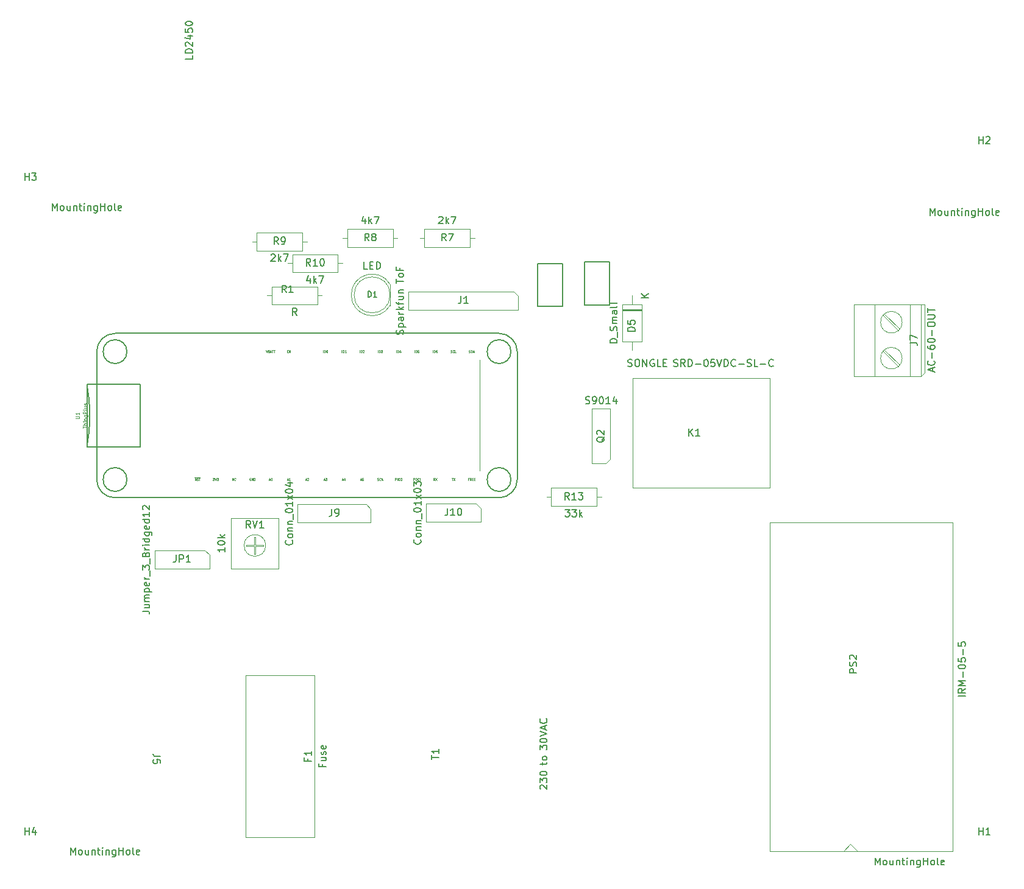
<source format=gbr>
%TF.GenerationSoftware,KiCad,Pcbnew,(7.0.0-0)*%
%TF.CreationDate,2024-05-26T10:43:26+02:00*%
%TF.ProjectId,SwitchFoil,53776974-6368-4466-9f69-6c2e6b696361,rev?*%
%TF.SameCoordinates,Original*%
%TF.FileFunction,AssemblyDrawing,Top*%
%FSLAX46Y46*%
G04 Gerber Fmt 4.6, Leading zero omitted, Abs format (unit mm)*
G04 Created by KiCad (PCBNEW (7.0.0-0)) date 2024-05-26 10:43:26*
%MOMM*%
%LPD*%
G01*
G04 APERTURE LIST*
%ADD10C,0.150000*%
%ADD11C,0.100000*%
%ADD12C,0.060000*%
%ADD13C,0.200000*%
%ADD14C,0.127000*%
%ADD15C,0.010000*%
%ADD16C,0.152400*%
G04 APERTURE END LIST*
D10*
%TO.C,R10*%
X122460212Y-70072717D02*
X122460212Y-70739383D01*
X122222117Y-69691764D02*
X121984022Y-70406050D01*
X121984022Y-70406050D02*
X122603069Y-70406050D01*
X122984022Y-70739383D02*
X122984022Y-69739383D01*
X123079260Y-70358431D02*
X123364974Y-70739383D01*
X123364974Y-70072717D02*
X122984022Y-70453669D01*
X123698308Y-69739383D02*
X124364974Y-69739383D01*
X124364974Y-69739383D02*
X123936403Y-70739383D01*
X122507831Y-68369383D02*
X122174498Y-67893193D01*
X121936403Y-68369383D02*
X121936403Y-67369383D01*
X121936403Y-67369383D02*
X122317355Y-67369383D01*
X122317355Y-67369383D02*
X122412593Y-67417003D01*
X122412593Y-67417003D02*
X122460212Y-67464622D01*
X122460212Y-67464622D02*
X122507831Y-67559860D01*
X122507831Y-67559860D02*
X122507831Y-67702717D01*
X122507831Y-67702717D02*
X122460212Y-67797955D01*
X122460212Y-67797955D02*
X122412593Y-67845574D01*
X122412593Y-67845574D02*
X122317355Y-67893193D01*
X122317355Y-67893193D02*
X121936403Y-67893193D01*
X123460212Y-68369383D02*
X122888784Y-68369383D01*
X123174498Y-68369383D02*
X123174498Y-67369383D01*
X123174498Y-67369383D02*
X123079260Y-67512241D01*
X123079260Y-67512241D02*
X122984022Y-67607479D01*
X122984022Y-67607479D02*
X122888784Y-67655098D01*
X124079260Y-67369383D02*
X124174498Y-67369383D01*
X124174498Y-67369383D02*
X124269736Y-67417003D01*
X124269736Y-67417003D02*
X124317355Y-67464622D01*
X124317355Y-67464622D02*
X124364974Y-67559860D01*
X124364974Y-67559860D02*
X124412593Y-67750336D01*
X124412593Y-67750336D02*
X124412593Y-67988431D01*
X124412593Y-67988431D02*
X124364974Y-68178907D01*
X124364974Y-68178907D02*
X124317355Y-68274145D01*
X124317355Y-68274145D02*
X124269736Y-68321764D01*
X124269736Y-68321764D02*
X124174498Y-68369383D01*
X124174498Y-68369383D02*
X124079260Y-68369383D01*
X124079260Y-68369383D02*
X123984022Y-68321764D01*
X123984022Y-68321764D02*
X123936403Y-68274145D01*
X123936403Y-68274145D02*
X123888784Y-68178907D01*
X123888784Y-68178907D02*
X123841165Y-67988431D01*
X123841165Y-67988431D02*
X123841165Y-67750336D01*
X123841165Y-67750336D02*
X123888784Y-67559860D01*
X123888784Y-67559860D02*
X123936403Y-67464622D01*
X123936403Y-67464622D02*
X123984022Y-67417003D01*
X123984022Y-67417003D02*
X124079260Y-67369383D01*
D11*
%TO.C,U1*%
X89904605Y-89562672D02*
X90309367Y-89562672D01*
X90309367Y-89562672D02*
X90356986Y-89538862D01*
X90356986Y-89538862D02*
X90380795Y-89515053D01*
X90380795Y-89515053D02*
X90404605Y-89467434D01*
X90404605Y-89467434D02*
X90404605Y-89372196D01*
X90404605Y-89372196D02*
X90380795Y-89324577D01*
X90380795Y-89324577D02*
X90356986Y-89300767D01*
X90356986Y-89300767D02*
X90309367Y-89276958D01*
X90309367Y-89276958D02*
X89904605Y-89276958D01*
X90404605Y-88776957D02*
X90404605Y-89062671D01*
X90404605Y-88919814D02*
X89904605Y-88919814D01*
X89904605Y-88919814D02*
X89976034Y-88967433D01*
X89976034Y-88967433D02*
X90023653Y-89015052D01*
X90023653Y-89015052D02*
X90047462Y-89062671D01*
X90934605Y-90931719D02*
X90934605Y-90646005D01*
X91434605Y-90788862D02*
X90934605Y-90788862D01*
X91434605Y-90479339D02*
X90934605Y-90479339D01*
X91434605Y-90265053D02*
X91172700Y-90265053D01*
X91172700Y-90265053D02*
X91125081Y-90288863D01*
X91125081Y-90288863D02*
X91101272Y-90336482D01*
X91101272Y-90336482D02*
X91101272Y-90407910D01*
X91101272Y-90407910D02*
X91125081Y-90455529D01*
X91125081Y-90455529D02*
X91148891Y-90479339D01*
X91434605Y-90026958D02*
X91101272Y-90026958D01*
X90934605Y-90026958D02*
X90958415Y-90050767D01*
X90958415Y-90050767D02*
X90982224Y-90026958D01*
X90982224Y-90026958D02*
X90958415Y-90003148D01*
X90958415Y-90003148D02*
X90934605Y-90026958D01*
X90934605Y-90026958D02*
X90982224Y-90026958D01*
X91101272Y-89788863D02*
X91434605Y-89788863D01*
X91148891Y-89788863D02*
X91125081Y-89765053D01*
X91125081Y-89765053D02*
X91101272Y-89717434D01*
X91101272Y-89717434D02*
X91101272Y-89646006D01*
X91101272Y-89646006D02*
X91125081Y-89598387D01*
X91125081Y-89598387D02*
X91172700Y-89574577D01*
X91172700Y-89574577D02*
X91434605Y-89574577D01*
X91101272Y-89122196D02*
X91506034Y-89122196D01*
X91506034Y-89122196D02*
X91553653Y-89146006D01*
X91553653Y-89146006D02*
X91577462Y-89169815D01*
X91577462Y-89169815D02*
X91601272Y-89217434D01*
X91601272Y-89217434D02*
X91601272Y-89288863D01*
X91601272Y-89288863D02*
X91577462Y-89336482D01*
X91410795Y-89122196D02*
X91434605Y-89169815D01*
X91434605Y-89169815D02*
X91434605Y-89265053D01*
X91434605Y-89265053D02*
X91410795Y-89312672D01*
X91410795Y-89312672D02*
X91386986Y-89336482D01*
X91386986Y-89336482D02*
X91339367Y-89360291D01*
X91339367Y-89360291D02*
X91196510Y-89360291D01*
X91196510Y-89360291D02*
X91148891Y-89336482D01*
X91148891Y-89336482D02*
X91125081Y-89312672D01*
X91125081Y-89312672D02*
X91101272Y-89265053D01*
X91101272Y-89265053D02*
X91101272Y-89169815D01*
X91101272Y-89169815D02*
X91125081Y-89122196D01*
X91434605Y-88884101D02*
X90934605Y-88884101D01*
X90934605Y-88884101D02*
X90934605Y-88693625D01*
X90934605Y-88693625D02*
X90958415Y-88646006D01*
X90958415Y-88646006D02*
X90982224Y-88622196D01*
X90982224Y-88622196D02*
X91029843Y-88598387D01*
X91029843Y-88598387D02*
X91101272Y-88598387D01*
X91101272Y-88598387D02*
X91148891Y-88622196D01*
X91148891Y-88622196D02*
X91172700Y-88646006D01*
X91172700Y-88646006D02*
X91196510Y-88693625D01*
X91196510Y-88693625D02*
X91196510Y-88884101D01*
X91434605Y-88312672D02*
X91410795Y-88360291D01*
X91410795Y-88360291D02*
X91363176Y-88384101D01*
X91363176Y-88384101D02*
X90934605Y-88384101D01*
X91101272Y-87907910D02*
X91434605Y-87907910D01*
X91101272Y-88122196D02*
X91363176Y-88122196D01*
X91363176Y-88122196D02*
X91410795Y-88098386D01*
X91410795Y-88098386D02*
X91434605Y-88050767D01*
X91434605Y-88050767D02*
X91434605Y-87979339D01*
X91434605Y-87979339D02*
X91410795Y-87931720D01*
X91410795Y-87931720D02*
X91386986Y-87907910D01*
X91410795Y-87693624D02*
X91434605Y-87646005D01*
X91434605Y-87646005D02*
X91434605Y-87550767D01*
X91434605Y-87550767D02*
X91410795Y-87503148D01*
X91410795Y-87503148D02*
X91363176Y-87479339D01*
X91363176Y-87479339D02*
X91339367Y-87479339D01*
X91339367Y-87479339D02*
X91291748Y-87503148D01*
X91291748Y-87503148D02*
X91267938Y-87550767D01*
X91267938Y-87550767D02*
X91267938Y-87622196D01*
X91267938Y-87622196D02*
X91244129Y-87669815D01*
X91244129Y-87669815D02*
X91196510Y-87693624D01*
X91196510Y-87693624D02*
X91172700Y-87693624D01*
X91172700Y-87693624D02*
X91125081Y-87669815D01*
X91125081Y-87669815D02*
X91101272Y-87622196D01*
X91101272Y-87622196D02*
X91101272Y-87550767D01*
X91101272Y-87550767D02*
X91125081Y-87503148D01*
D12*
X139503415Y-80401934D02*
X139503415Y-80101934D01*
X139703415Y-80101934D02*
X139760558Y-80101934D01*
X139760558Y-80101934D02*
X139789129Y-80116220D01*
X139789129Y-80116220D02*
X139817701Y-80144791D01*
X139817701Y-80144791D02*
X139831986Y-80201934D01*
X139831986Y-80201934D02*
X139831986Y-80301934D01*
X139831986Y-80301934D02*
X139817701Y-80359077D01*
X139817701Y-80359077D02*
X139789129Y-80387648D01*
X139789129Y-80387648D02*
X139760558Y-80401934D01*
X139760558Y-80401934D02*
X139703415Y-80401934D01*
X139703415Y-80401934D02*
X139674844Y-80387648D01*
X139674844Y-80387648D02*
X139646272Y-80359077D01*
X139646272Y-80359077D02*
X139631986Y-80301934D01*
X139631986Y-80301934D02*
X139631986Y-80201934D01*
X139631986Y-80201934D02*
X139646272Y-80144791D01*
X139646272Y-80144791D02*
X139674844Y-80116220D01*
X139674844Y-80116220D02*
X139703415Y-80101934D01*
X140089130Y-80101934D02*
X140031987Y-80101934D01*
X140031987Y-80101934D02*
X140003415Y-80116220D01*
X140003415Y-80116220D02*
X139989130Y-80130505D01*
X139989130Y-80130505D02*
X139960558Y-80173362D01*
X139960558Y-80173362D02*
X139946272Y-80230505D01*
X139946272Y-80230505D02*
X139946272Y-80344791D01*
X139946272Y-80344791D02*
X139960558Y-80373362D01*
X139960558Y-80373362D02*
X139974844Y-80387648D01*
X139974844Y-80387648D02*
X140003415Y-80401934D01*
X140003415Y-80401934D02*
X140060558Y-80401934D01*
X140060558Y-80401934D02*
X140089130Y-80387648D01*
X140089130Y-80387648D02*
X140103415Y-80373362D01*
X140103415Y-80373362D02*
X140117701Y-80344791D01*
X140117701Y-80344791D02*
X140117701Y-80273362D01*
X140117701Y-80273362D02*
X140103415Y-80244791D01*
X140103415Y-80244791D02*
X140089130Y-80230505D01*
X140089130Y-80230505D02*
X140060558Y-80216220D01*
X140060558Y-80216220D02*
X140003415Y-80216220D01*
X140003415Y-80216220D02*
X139974844Y-80230505D01*
X139974844Y-80230505D02*
X139960558Y-80244791D01*
X139960558Y-80244791D02*
X139946272Y-80273362D01*
X126820421Y-80393130D02*
X126820421Y-80093130D01*
X127020421Y-80093130D02*
X127077564Y-80093130D01*
X127077564Y-80093130D02*
X127106135Y-80107416D01*
X127106135Y-80107416D02*
X127134707Y-80135987D01*
X127134707Y-80135987D02*
X127148992Y-80193130D01*
X127148992Y-80193130D02*
X127148992Y-80293130D01*
X127148992Y-80293130D02*
X127134707Y-80350273D01*
X127134707Y-80350273D02*
X127106135Y-80378844D01*
X127106135Y-80378844D02*
X127077564Y-80393130D01*
X127077564Y-80393130D02*
X127020421Y-80393130D01*
X127020421Y-80393130D02*
X126991850Y-80378844D01*
X126991850Y-80378844D02*
X126963278Y-80350273D01*
X126963278Y-80350273D02*
X126948992Y-80293130D01*
X126948992Y-80293130D02*
X126948992Y-80193130D01*
X126948992Y-80193130D02*
X126963278Y-80135987D01*
X126963278Y-80135987D02*
X126991850Y-80107416D01*
X126991850Y-80107416D02*
X127020421Y-80093130D01*
X127434707Y-80393130D02*
X127263278Y-80393130D01*
X127348993Y-80393130D02*
X127348993Y-80093130D01*
X127348993Y-80093130D02*
X127320421Y-80135987D01*
X127320421Y-80135987D02*
X127291850Y-80164558D01*
X127291850Y-80164558D02*
X127263278Y-80178844D01*
X106619130Y-98181934D02*
X106519130Y-98039077D01*
X106447701Y-98181934D02*
X106447701Y-97881934D01*
X106447701Y-97881934D02*
X106561987Y-97881934D01*
X106561987Y-97881934D02*
X106590558Y-97896220D01*
X106590558Y-97896220D02*
X106604844Y-97910505D01*
X106604844Y-97910505D02*
X106619130Y-97939077D01*
X106619130Y-97939077D02*
X106619130Y-97981934D01*
X106619130Y-97981934D02*
X106604844Y-98010505D01*
X106604844Y-98010505D02*
X106590558Y-98024791D01*
X106590558Y-98024791D02*
X106561987Y-98039077D01*
X106561987Y-98039077D02*
X106447701Y-98039077D01*
X106733415Y-98167648D02*
X106776273Y-98181934D01*
X106776273Y-98181934D02*
X106847701Y-98181934D01*
X106847701Y-98181934D02*
X106876273Y-98167648D01*
X106876273Y-98167648D02*
X106890558Y-98153362D01*
X106890558Y-98153362D02*
X106904844Y-98124791D01*
X106904844Y-98124791D02*
X106904844Y-98096220D01*
X106904844Y-98096220D02*
X106890558Y-98067648D01*
X106890558Y-98067648D02*
X106876273Y-98053362D01*
X106876273Y-98053362D02*
X106847701Y-98039077D01*
X106847701Y-98039077D02*
X106790558Y-98024791D01*
X106790558Y-98024791D02*
X106761987Y-98010505D01*
X106761987Y-98010505D02*
X106747701Y-97996220D01*
X106747701Y-97996220D02*
X106733415Y-97967648D01*
X106733415Y-97967648D02*
X106733415Y-97939077D01*
X106733415Y-97939077D02*
X106747701Y-97910505D01*
X106747701Y-97910505D02*
X106761987Y-97896220D01*
X106761987Y-97896220D02*
X106790558Y-97881934D01*
X106790558Y-97881934D02*
X106861987Y-97881934D01*
X106861987Y-97881934D02*
X106904844Y-97896220D01*
X106990558Y-97881934D02*
X107161987Y-97881934D01*
X107076272Y-98181934D02*
X107076272Y-97881934D01*
X106406273Y-97776220D02*
X107160558Y-97776220D01*
X108951987Y-97881934D02*
X109137701Y-97881934D01*
X109137701Y-97881934D02*
X109037701Y-97996220D01*
X109037701Y-97996220D02*
X109080558Y-97996220D01*
X109080558Y-97996220D02*
X109109130Y-98010505D01*
X109109130Y-98010505D02*
X109123415Y-98024791D01*
X109123415Y-98024791D02*
X109137701Y-98053362D01*
X109137701Y-98053362D02*
X109137701Y-98124791D01*
X109137701Y-98124791D02*
X109123415Y-98153362D01*
X109123415Y-98153362D02*
X109109130Y-98167648D01*
X109109130Y-98167648D02*
X109080558Y-98181934D01*
X109080558Y-98181934D02*
X108994844Y-98181934D01*
X108994844Y-98181934D02*
X108966272Y-98167648D01*
X108966272Y-98167648D02*
X108951987Y-98153362D01*
X109223415Y-97881934D02*
X109323415Y-98181934D01*
X109323415Y-98181934D02*
X109423415Y-97881934D01*
X109494844Y-97881934D02*
X109680558Y-97881934D01*
X109680558Y-97881934D02*
X109580558Y-97996220D01*
X109580558Y-97996220D02*
X109623415Y-97996220D01*
X109623415Y-97996220D02*
X109651987Y-98010505D01*
X109651987Y-98010505D02*
X109666272Y-98024791D01*
X109666272Y-98024791D02*
X109680558Y-98053362D01*
X109680558Y-98053362D02*
X109680558Y-98124791D01*
X109680558Y-98124791D02*
X109666272Y-98153362D01*
X109666272Y-98153362D02*
X109651987Y-98167648D01*
X109651987Y-98167648D02*
X109623415Y-98181934D01*
X109623415Y-98181934D02*
X109537701Y-98181934D01*
X109537701Y-98181934D02*
X109509129Y-98167648D01*
X109509129Y-98167648D02*
X109494844Y-98153362D01*
X134423415Y-80401934D02*
X134423415Y-80101934D01*
X134623415Y-80101934D02*
X134680558Y-80101934D01*
X134680558Y-80101934D02*
X134709129Y-80116220D01*
X134709129Y-80116220D02*
X134737701Y-80144791D01*
X134737701Y-80144791D02*
X134751986Y-80201934D01*
X134751986Y-80201934D02*
X134751986Y-80301934D01*
X134751986Y-80301934D02*
X134737701Y-80359077D01*
X134737701Y-80359077D02*
X134709129Y-80387648D01*
X134709129Y-80387648D02*
X134680558Y-80401934D01*
X134680558Y-80401934D02*
X134623415Y-80401934D01*
X134623415Y-80401934D02*
X134594844Y-80387648D01*
X134594844Y-80387648D02*
X134566272Y-80359077D01*
X134566272Y-80359077D02*
X134551986Y-80301934D01*
X134551986Y-80301934D02*
X134551986Y-80201934D01*
X134551986Y-80201934D02*
X134566272Y-80144791D01*
X134566272Y-80144791D02*
X134594844Y-80116220D01*
X134594844Y-80116220D02*
X134623415Y-80101934D01*
X135009130Y-80201934D02*
X135009130Y-80401934D01*
X134937701Y-80087648D02*
X134866272Y-80301934D01*
X134866272Y-80301934D02*
X135051987Y-80301934D01*
X144504843Y-98024791D02*
X144404843Y-98024791D01*
X144404843Y-98181934D02*
X144404843Y-97881934D01*
X144404843Y-97881934D02*
X144547700Y-97881934D01*
X144833415Y-98181934D02*
X144733415Y-98039077D01*
X144661986Y-98181934D02*
X144661986Y-97881934D01*
X144661986Y-97881934D02*
X144776272Y-97881934D01*
X144776272Y-97881934D02*
X144804843Y-97896220D01*
X144804843Y-97896220D02*
X144819129Y-97910505D01*
X144819129Y-97910505D02*
X144833415Y-97939077D01*
X144833415Y-97939077D02*
X144833415Y-97981934D01*
X144833415Y-97981934D02*
X144819129Y-98010505D01*
X144819129Y-98010505D02*
X144804843Y-98024791D01*
X144804843Y-98024791D02*
X144776272Y-98039077D01*
X144776272Y-98039077D02*
X144661986Y-98039077D01*
X144961986Y-98024791D02*
X145061986Y-98024791D01*
X145104843Y-98181934D02*
X144961986Y-98181934D01*
X144961986Y-98181934D02*
X144961986Y-97881934D01*
X144961986Y-97881934D02*
X145104843Y-97881934D01*
X145233415Y-98024791D02*
X145333415Y-98024791D01*
X145376272Y-98181934D02*
X145233415Y-98181934D01*
X145233415Y-98181934D02*
X145233415Y-97881934D01*
X145233415Y-97881934D02*
X145376272Y-97881934D01*
X142114844Y-97881934D02*
X142286273Y-97881934D01*
X142200558Y-98181934D02*
X142200558Y-97881934D01*
X142357701Y-97881934D02*
X142557701Y-98181934D01*
X142557701Y-97881934D02*
X142357701Y-98181934D01*
X126889129Y-98096220D02*
X127031987Y-98096220D01*
X126860558Y-98181934D02*
X126960558Y-97881934D01*
X126960558Y-97881934D02*
X127060558Y-98181934D01*
X127289130Y-97981934D02*
X127289130Y-98181934D01*
X127217701Y-97867648D02*
X127146272Y-98081934D01*
X127146272Y-98081934D02*
X127331987Y-98081934D01*
X111627700Y-98181934D02*
X111627700Y-97881934D01*
X111627700Y-97881934D02*
X111799129Y-98181934D01*
X111799129Y-98181934D02*
X111799129Y-97881934D01*
X112113415Y-98153362D02*
X112099129Y-98167648D01*
X112099129Y-98167648D02*
X112056272Y-98181934D01*
X112056272Y-98181934D02*
X112027700Y-98181934D01*
X112027700Y-98181934D02*
X111984843Y-98167648D01*
X111984843Y-98167648D02*
X111956272Y-98139077D01*
X111956272Y-98139077D02*
X111941986Y-98110505D01*
X111941986Y-98110505D02*
X111927700Y-98053362D01*
X111927700Y-98053362D02*
X111927700Y-98010505D01*
X111927700Y-98010505D02*
X111941986Y-97953362D01*
X111941986Y-97953362D02*
X111956272Y-97924791D01*
X111956272Y-97924791D02*
X111984843Y-97896220D01*
X111984843Y-97896220D02*
X112027700Y-97881934D01*
X112027700Y-97881934D02*
X112056272Y-97881934D01*
X112056272Y-97881934D02*
X112099129Y-97896220D01*
X112099129Y-97896220D02*
X112113415Y-97910505D01*
X129343415Y-80401934D02*
X129343415Y-80101934D01*
X129543415Y-80101934D02*
X129600558Y-80101934D01*
X129600558Y-80101934D02*
X129629129Y-80116220D01*
X129629129Y-80116220D02*
X129657701Y-80144791D01*
X129657701Y-80144791D02*
X129671986Y-80201934D01*
X129671986Y-80201934D02*
X129671986Y-80301934D01*
X129671986Y-80301934D02*
X129657701Y-80359077D01*
X129657701Y-80359077D02*
X129629129Y-80387648D01*
X129629129Y-80387648D02*
X129600558Y-80401934D01*
X129600558Y-80401934D02*
X129543415Y-80401934D01*
X129543415Y-80401934D02*
X129514844Y-80387648D01*
X129514844Y-80387648D02*
X129486272Y-80359077D01*
X129486272Y-80359077D02*
X129471986Y-80301934D01*
X129471986Y-80301934D02*
X129471986Y-80201934D01*
X129471986Y-80201934D02*
X129486272Y-80144791D01*
X129486272Y-80144791D02*
X129514844Y-80116220D01*
X129514844Y-80116220D02*
X129543415Y-80101934D01*
X129786272Y-80130505D02*
X129800558Y-80116220D01*
X129800558Y-80116220D02*
X129829130Y-80101934D01*
X129829130Y-80101934D02*
X129900558Y-80101934D01*
X129900558Y-80101934D02*
X129929130Y-80116220D01*
X129929130Y-80116220D02*
X129943415Y-80130505D01*
X129943415Y-80130505D02*
X129957701Y-80159077D01*
X129957701Y-80159077D02*
X129957701Y-80187648D01*
X129957701Y-80187648D02*
X129943415Y-80230505D01*
X129943415Y-80230505D02*
X129771987Y-80401934D01*
X129771987Y-80401934D02*
X129957701Y-80401934D01*
X121809129Y-98096220D02*
X121951987Y-98096220D01*
X121780558Y-98181934D02*
X121880558Y-97881934D01*
X121880558Y-97881934D02*
X121980558Y-98181934D01*
X122066272Y-97910505D02*
X122080558Y-97896220D01*
X122080558Y-97896220D02*
X122109130Y-97881934D01*
X122109130Y-97881934D02*
X122180558Y-97881934D01*
X122180558Y-97881934D02*
X122209130Y-97896220D01*
X122209130Y-97896220D02*
X122223415Y-97910505D01*
X122223415Y-97910505D02*
X122237701Y-97939077D01*
X122237701Y-97939077D02*
X122237701Y-97967648D01*
X122237701Y-97967648D02*
X122223415Y-98010505D01*
X122223415Y-98010505D02*
X122051987Y-98181934D01*
X122051987Y-98181934D02*
X122237701Y-98181934D01*
X116729129Y-98096220D02*
X116871987Y-98096220D01*
X116700558Y-98181934D02*
X116800558Y-97881934D01*
X116800558Y-97881934D02*
X116900558Y-98181934D01*
X117057701Y-97881934D02*
X117086272Y-97881934D01*
X117086272Y-97881934D02*
X117114844Y-97896220D01*
X117114844Y-97896220D02*
X117129130Y-97910505D01*
X117129130Y-97910505D02*
X117143415Y-97939077D01*
X117143415Y-97939077D02*
X117157701Y-97996220D01*
X117157701Y-97996220D02*
X117157701Y-98067648D01*
X117157701Y-98067648D02*
X117143415Y-98124791D01*
X117143415Y-98124791D02*
X117129130Y-98153362D01*
X117129130Y-98153362D02*
X117114844Y-98167648D01*
X117114844Y-98167648D02*
X117086272Y-98181934D01*
X117086272Y-98181934D02*
X117057701Y-98181934D01*
X117057701Y-98181934D02*
X117029130Y-98167648D01*
X117029130Y-98167648D02*
X117014844Y-98153362D01*
X117014844Y-98153362D02*
X117000558Y-98124791D01*
X117000558Y-98124791D02*
X116986272Y-98067648D01*
X116986272Y-98067648D02*
X116986272Y-97996220D01*
X116986272Y-97996220D02*
X117000558Y-97939077D01*
X117000558Y-97939077D02*
X117014844Y-97910505D01*
X117014844Y-97910505D02*
X117029130Y-97896220D01*
X117029130Y-97896220D02*
X117057701Y-97881934D01*
X136806272Y-98181934D02*
X136806272Y-97881934D01*
X136806272Y-97881934D02*
X136920558Y-97881934D01*
X136920558Y-97881934D02*
X136949129Y-97896220D01*
X136949129Y-97896220D02*
X136963415Y-97910505D01*
X136963415Y-97910505D02*
X136977701Y-97939077D01*
X136977701Y-97939077D02*
X136977701Y-97981934D01*
X136977701Y-97981934D02*
X136963415Y-98010505D01*
X136963415Y-98010505D02*
X136949129Y-98024791D01*
X136949129Y-98024791D02*
X136920558Y-98039077D01*
X136920558Y-98039077D02*
X136806272Y-98039077D01*
X137163415Y-97881934D02*
X137220558Y-97881934D01*
X137220558Y-97881934D02*
X137249129Y-97896220D01*
X137249129Y-97896220D02*
X137277701Y-97924791D01*
X137277701Y-97924791D02*
X137291986Y-97981934D01*
X137291986Y-97981934D02*
X137291986Y-98081934D01*
X137291986Y-98081934D02*
X137277701Y-98139077D01*
X137277701Y-98139077D02*
X137249129Y-98167648D01*
X137249129Y-98167648D02*
X137220558Y-98181934D01*
X137220558Y-98181934D02*
X137163415Y-98181934D01*
X137163415Y-98181934D02*
X137134844Y-98167648D01*
X137134844Y-98167648D02*
X137106272Y-98139077D01*
X137106272Y-98139077D02*
X137091986Y-98081934D01*
X137091986Y-98081934D02*
X137091986Y-97981934D01*
X137091986Y-97981934D02*
X137106272Y-97924791D01*
X137106272Y-97924791D02*
X137134844Y-97896220D01*
X137134844Y-97896220D02*
X137163415Y-97881934D01*
X137591987Y-98153362D02*
X137577701Y-98167648D01*
X137577701Y-98167648D02*
X137534844Y-98181934D01*
X137534844Y-98181934D02*
X137506272Y-98181934D01*
X137506272Y-98181934D02*
X137463415Y-98167648D01*
X137463415Y-98167648D02*
X137434844Y-98139077D01*
X137434844Y-98139077D02*
X137420558Y-98110505D01*
X137420558Y-98110505D02*
X137406272Y-98053362D01*
X137406272Y-98053362D02*
X137406272Y-98010505D01*
X137406272Y-98010505D02*
X137420558Y-97953362D01*
X137420558Y-97953362D02*
X137434844Y-97924791D01*
X137434844Y-97924791D02*
X137463415Y-97896220D01*
X137463415Y-97896220D02*
X137506272Y-97881934D01*
X137506272Y-97881934D02*
X137534844Y-97881934D01*
X137534844Y-97881934D02*
X137577701Y-97896220D01*
X137577701Y-97896220D02*
X137591987Y-97910505D01*
X137720558Y-98181934D02*
X137720558Y-97881934D01*
X124263415Y-80401934D02*
X124263415Y-80101934D01*
X124463415Y-80101934D02*
X124520558Y-80101934D01*
X124520558Y-80101934D02*
X124549129Y-80116220D01*
X124549129Y-80116220D02*
X124577701Y-80144791D01*
X124577701Y-80144791D02*
X124591986Y-80201934D01*
X124591986Y-80201934D02*
X124591986Y-80301934D01*
X124591986Y-80301934D02*
X124577701Y-80359077D01*
X124577701Y-80359077D02*
X124549129Y-80387648D01*
X124549129Y-80387648D02*
X124520558Y-80401934D01*
X124520558Y-80401934D02*
X124463415Y-80401934D01*
X124463415Y-80401934D02*
X124434844Y-80387648D01*
X124434844Y-80387648D02*
X124406272Y-80359077D01*
X124406272Y-80359077D02*
X124391986Y-80301934D01*
X124391986Y-80301934D02*
X124391986Y-80201934D01*
X124391986Y-80201934D02*
X124406272Y-80144791D01*
X124406272Y-80144791D02*
X124434844Y-80116220D01*
X124434844Y-80116220D02*
X124463415Y-80101934D01*
X124777701Y-80101934D02*
X124806272Y-80101934D01*
X124806272Y-80101934D02*
X124834844Y-80116220D01*
X124834844Y-80116220D02*
X124849130Y-80130505D01*
X124849130Y-80130505D02*
X124863415Y-80159077D01*
X124863415Y-80159077D02*
X124877701Y-80216220D01*
X124877701Y-80216220D02*
X124877701Y-80287648D01*
X124877701Y-80287648D02*
X124863415Y-80344791D01*
X124863415Y-80344791D02*
X124849130Y-80373362D01*
X124849130Y-80373362D02*
X124834844Y-80387648D01*
X124834844Y-80387648D02*
X124806272Y-80401934D01*
X124806272Y-80401934D02*
X124777701Y-80401934D01*
X124777701Y-80401934D02*
X124749130Y-80387648D01*
X124749130Y-80387648D02*
X124734844Y-80373362D01*
X124734844Y-80373362D02*
X124720558Y-80344791D01*
X124720558Y-80344791D02*
X124706272Y-80287648D01*
X124706272Y-80287648D02*
X124706272Y-80216220D01*
X124706272Y-80216220D02*
X124720558Y-80159077D01*
X124720558Y-80159077D02*
X124734844Y-80130505D01*
X124734844Y-80130505D02*
X124749130Y-80116220D01*
X124749130Y-80116220D02*
X124777701Y-80101934D01*
X119261986Y-80244791D02*
X119361986Y-80244791D01*
X119404843Y-80401934D02*
X119261986Y-80401934D01*
X119261986Y-80401934D02*
X119261986Y-80101934D01*
X119261986Y-80101934D02*
X119404843Y-80101934D01*
X119533415Y-80401934D02*
X119533415Y-80101934D01*
X119533415Y-80101934D02*
X119704844Y-80401934D01*
X119704844Y-80401934D02*
X119704844Y-80101934D01*
X144519129Y-80387648D02*
X144561987Y-80401934D01*
X144561987Y-80401934D02*
X144633415Y-80401934D01*
X144633415Y-80401934D02*
X144661987Y-80387648D01*
X144661987Y-80387648D02*
X144676272Y-80373362D01*
X144676272Y-80373362D02*
X144690558Y-80344791D01*
X144690558Y-80344791D02*
X144690558Y-80316220D01*
X144690558Y-80316220D02*
X144676272Y-80287648D01*
X144676272Y-80287648D02*
X144661987Y-80273362D01*
X144661987Y-80273362D02*
X144633415Y-80259077D01*
X144633415Y-80259077D02*
X144576272Y-80244791D01*
X144576272Y-80244791D02*
X144547701Y-80230505D01*
X144547701Y-80230505D02*
X144533415Y-80216220D01*
X144533415Y-80216220D02*
X144519129Y-80187648D01*
X144519129Y-80187648D02*
X144519129Y-80159077D01*
X144519129Y-80159077D02*
X144533415Y-80130505D01*
X144533415Y-80130505D02*
X144547701Y-80116220D01*
X144547701Y-80116220D02*
X144576272Y-80101934D01*
X144576272Y-80101934D02*
X144647701Y-80101934D01*
X144647701Y-80101934D02*
X144690558Y-80116220D01*
X144819129Y-80401934D02*
X144819129Y-80101934D01*
X144819129Y-80101934D02*
X144890558Y-80101934D01*
X144890558Y-80101934D02*
X144933415Y-80116220D01*
X144933415Y-80116220D02*
X144961986Y-80144791D01*
X144961986Y-80144791D02*
X144976272Y-80173362D01*
X144976272Y-80173362D02*
X144990558Y-80230505D01*
X144990558Y-80230505D02*
X144990558Y-80273362D01*
X144990558Y-80273362D02*
X144976272Y-80330505D01*
X144976272Y-80330505D02*
X144961986Y-80359077D01*
X144961986Y-80359077D02*
X144933415Y-80387648D01*
X144933415Y-80387648D02*
X144890558Y-80401934D01*
X144890558Y-80401934D02*
X144819129Y-80401934D01*
X145104843Y-80316220D02*
X145247701Y-80316220D01*
X145076272Y-80401934D02*
X145176272Y-80101934D01*
X145176272Y-80101934D02*
X145276272Y-80401934D01*
X141986272Y-80387648D02*
X142029130Y-80401934D01*
X142029130Y-80401934D02*
X142100558Y-80401934D01*
X142100558Y-80401934D02*
X142129130Y-80387648D01*
X142129130Y-80387648D02*
X142143415Y-80373362D01*
X142143415Y-80373362D02*
X142157701Y-80344791D01*
X142157701Y-80344791D02*
X142157701Y-80316220D01*
X142157701Y-80316220D02*
X142143415Y-80287648D01*
X142143415Y-80287648D02*
X142129130Y-80273362D01*
X142129130Y-80273362D02*
X142100558Y-80259077D01*
X142100558Y-80259077D02*
X142043415Y-80244791D01*
X142043415Y-80244791D02*
X142014844Y-80230505D01*
X142014844Y-80230505D02*
X142000558Y-80216220D01*
X142000558Y-80216220D02*
X141986272Y-80187648D01*
X141986272Y-80187648D02*
X141986272Y-80159077D01*
X141986272Y-80159077D02*
X142000558Y-80130505D01*
X142000558Y-80130505D02*
X142014844Y-80116220D01*
X142014844Y-80116220D02*
X142043415Y-80101934D01*
X142043415Y-80101934D02*
X142114844Y-80101934D01*
X142114844Y-80101934D02*
X142157701Y-80116220D01*
X142457701Y-80373362D02*
X142443415Y-80387648D01*
X142443415Y-80387648D02*
X142400558Y-80401934D01*
X142400558Y-80401934D02*
X142371986Y-80401934D01*
X142371986Y-80401934D02*
X142329129Y-80387648D01*
X142329129Y-80387648D02*
X142300558Y-80359077D01*
X142300558Y-80359077D02*
X142286272Y-80330505D01*
X142286272Y-80330505D02*
X142271986Y-80273362D01*
X142271986Y-80273362D02*
X142271986Y-80230505D01*
X142271986Y-80230505D02*
X142286272Y-80173362D01*
X142286272Y-80173362D02*
X142300558Y-80144791D01*
X142300558Y-80144791D02*
X142329129Y-80116220D01*
X142329129Y-80116220D02*
X142371986Y-80101934D01*
X142371986Y-80101934D02*
X142400558Y-80101934D01*
X142400558Y-80101934D02*
X142443415Y-80116220D01*
X142443415Y-80116220D02*
X142457701Y-80130505D01*
X142729129Y-80401934D02*
X142586272Y-80401934D01*
X142586272Y-80401934D02*
X142586272Y-80101934D01*
X114174843Y-97896220D02*
X114146272Y-97881934D01*
X114146272Y-97881934D02*
X114103414Y-97881934D01*
X114103414Y-97881934D02*
X114060557Y-97896220D01*
X114060557Y-97896220D02*
X114031986Y-97924791D01*
X114031986Y-97924791D02*
X114017700Y-97953362D01*
X114017700Y-97953362D02*
X114003414Y-98010505D01*
X114003414Y-98010505D02*
X114003414Y-98053362D01*
X114003414Y-98053362D02*
X114017700Y-98110505D01*
X114017700Y-98110505D02*
X114031986Y-98139077D01*
X114031986Y-98139077D02*
X114060557Y-98167648D01*
X114060557Y-98167648D02*
X114103414Y-98181934D01*
X114103414Y-98181934D02*
X114131986Y-98181934D01*
X114131986Y-98181934D02*
X114174843Y-98167648D01*
X114174843Y-98167648D02*
X114189129Y-98153362D01*
X114189129Y-98153362D02*
X114189129Y-98053362D01*
X114189129Y-98053362D02*
X114131986Y-98053362D01*
X114317700Y-98181934D02*
X114317700Y-97881934D01*
X114317700Y-97881934D02*
X114489129Y-98181934D01*
X114489129Y-98181934D02*
X114489129Y-97881934D01*
X114631986Y-98181934D02*
X114631986Y-97881934D01*
X114631986Y-97881934D02*
X114703415Y-97881934D01*
X114703415Y-97881934D02*
X114746272Y-97896220D01*
X114746272Y-97896220D02*
X114774843Y-97924791D01*
X114774843Y-97924791D02*
X114789129Y-97953362D01*
X114789129Y-97953362D02*
X114803415Y-98010505D01*
X114803415Y-98010505D02*
X114803415Y-98053362D01*
X114803415Y-98053362D02*
X114789129Y-98110505D01*
X114789129Y-98110505D02*
X114774843Y-98139077D01*
X114774843Y-98139077D02*
X114746272Y-98167648D01*
X114746272Y-98167648D02*
X114703415Y-98181934D01*
X114703415Y-98181934D02*
X114631986Y-98181934D01*
X134266272Y-98181934D02*
X134266272Y-97881934D01*
X134266272Y-97881934D02*
X134380558Y-97881934D01*
X134380558Y-97881934D02*
X134409129Y-97896220D01*
X134409129Y-97896220D02*
X134423415Y-97910505D01*
X134423415Y-97910505D02*
X134437701Y-97939077D01*
X134437701Y-97939077D02*
X134437701Y-97981934D01*
X134437701Y-97981934D02*
X134423415Y-98010505D01*
X134423415Y-98010505D02*
X134409129Y-98024791D01*
X134409129Y-98024791D02*
X134380558Y-98039077D01*
X134380558Y-98039077D02*
X134266272Y-98039077D01*
X134566272Y-98181934D02*
X134566272Y-97881934D01*
X134880558Y-98153362D02*
X134866272Y-98167648D01*
X134866272Y-98167648D02*
X134823415Y-98181934D01*
X134823415Y-98181934D02*
X134794843Y-98181934D01*
X134794843Y-98181934D02*
X134751986Y-98167648D01*
X134751986Y-98167648D02*
X134723415Y-98139077D01*
X134723415Y-98139077D02*
X134709129Y-98110505D01*
X134709129Y-98110505D02*
X134694843Y-98053362D01*
X134694843Y-98053362D02*
X134694843Y-98010505D01*
X134694843Y-98010505D02*
X134709129Y-97953362D01*
X134709129Y-97953362D02*
X134723415Y-97924791D01*
X134723415Y-97924791D02*
X134751986Y-97896220D01*
X134751986Y-97896220D02*
X134794843Y-97881934D01*
X134794843Y-97881934D02*
X134823415Y-97881934D01*
X134823415Y-97881934D02*
X134866272Y-97896220D01*
X134866272Y-97896220D02*
X134880558Y-97910505D01*
X135066272Y-97881934D02*
X135123415Y-97881934D01*
X135123415Y-97881934D02*
X135151986Y-97896220D01*
X135151986Y-97896220D02*
X135180558Y-97924791D01*
X135180558Y-97924791D02*
X135194843Y-97981934D01*
X135194843Y-97981934D02*
X135194843Y-98081934D01*
X135194843Y-98081934D02*
X135180558Y-98139077D01*
X135180558Y-98139077D02*
X135151986Y-98167648D01*
X135151986Y-98167648D02*
X135123415Y-98181934D01*
X135123415Y-98181934D02*
X135066272Y-98181934D01*
X135066272Y-98181934D02*
X135037701Y-98167648D01*
X135037701Y-98167648D02*
X135009129Y-98139077D01*
X135009129Y-98139077D02*
X134994843Y-98081934D01*
X134994843Y-98081934D02*
X134994843Y-97981934D01*
X134994843Y-97981934D02*
X135009129Y-97924791D01*
X135009129Y-97924791D02*
X135037701Y-97896220D01*
X135037701Y-97896220D02*
X135066272Y-97881934D01*
X124349129Y-98096220D02*
X124491987Y-98096220D01*
X124320558Y-98181934D02*
X124420558Y-97881934D01*
X124420558Y-97881934D02*
X124520558Y-98181934D01*
X124591987Y-97881934D02*
X124777701Y-97881934D01*
X124777701Y-97881934D02*
X124677701Y-97996220D01*
X124677701Y-97996220D02*
X124720558Y-97996220D01*
X124720558Y-97996220D02*
X124749130Y-98010505D01*
X124749130Y-98010505D02*
X124763415Y-98024791D01*
X124763415Y-98024791D02*
X124777701Y-98053362D01*
X124777701Y-98053362D02*
X124777701Y-98124791D01*
X124777701Y-98124791D02*
X124763415Y-98153362D01*
X124763415Y-98153362D02*
X124749130Y-98167648D01*
X124749130Y-98167648D02*
X124720558Y-98181934D01*
X124720558Y-98181934D02*
X124634844Y-98181934D01*
X124634844Y-98181934D02*
X124606272Y-98167648D01*
X124606272Y-98167648D02*
X124591987Y-98153362D01*
X119269129Y-98096220D02*
X119411987Y-98096220D01*
X119240558Y-98181934D02*
X119340558Y-97881934D01*
X119340558Y-97881934D02*
X119440558Y-98181934D01*
X119697701Y-98181934D02*
X119526272Y-98181934D01*
X119611987Y-98181934D02*
X119611987Y-97881934D01*
X119611987Y-97881934D02*
X119583415Y-97924791D01*
X119583415Y-97924791D02*
X119554844Y-97953362D01*
X119554844Y-97953362D02*
X119526272Y-97967648D01*
X139753415Y-98181934D02*
X139653415Y-98039077D01*
X139581986Y-98181934D02*
X139581986Y-97881934D01*
X139581986Y-97881934D02*
X139696272Y-97881934D01*
X139696272Y-97881934D02*
X139724843Y-97896220D01*
X139724843Y-97896220D02*
X139739129Y-97910505D01*
X139739129Y-97910505D02*
X139753415Y-97939077D01*
X139753415Y-97939077D02*
X139753415Y-97981934D01*
X139753415Y-97981934D02*
X139739129Y-98010505D01*
X139739129Y-98010505D02*
X139724843Y-98024791D01*
X139724843Y-98024791D02*
X139696272Y-98039077D01*
X139696272Y-98039077D02*
X139581986Y-98039077D01*
X139853415Y-97881934D02*
X140053415Y-98181934D01*
X140053415Y-97881934D02*
X139853415Y-98181934D01*
X136963415Y-80401934D02*
X136963415Y-80101934D01*
X137163415Y-80101934D02*
X137220558Y-80101934D01*
X137220558Y-80101934D02*
X137249129Y-80116220D01*
X137249129Y-80116220D02*
X137277701Y-80144791D01*
X137277701Y-80144791D02*
X137291986Y-80201934D01*
X137291986Y-80201934D02*
X137291986Y-80301934D01*
X137291986Y-80301934D02*
X137277701Y-80359077D01*
X137277701Y-80359077D02*
X137249129Y-80387648D01*
X137249129Y-80387648D02*
X137220558Y-80401934D01*
X137220558Y-80401934D02*
X137163415Y-80401934D01*
X137163415Y-80401934D02*
X137134844Y-80387648D01*
X137134844Y-80387648D02*
X137106272Y-80359077D01*
X137106272Y-80359077D02*
X137091986Y-80301934D01*
X137091986Y-80301934D02*
X137091986Y-80201934D01*
X137091986Y-80201934D02*
X137106272Y-80144791D01*
X137106272Y-80144791D02*
X137134844Y-80116220D01*
X137134844Y-80116220D02*
X137163415Y-80101934D01*
X137563415Y-80101934D02*
X137420558Y-80101934D01*
X137420558Y-80101934D02*
X137406272Y-80244791D01*
X137406272Y-80244791D02*
X137420558Y-80230505D01*
X137420558Y-80230505D02*
X137449130Y-80216220D01*
X137449130Y-80216220D02*
X137520558Y-80216220D01*
X137520558Y-80216220D02*
X137549130Y-80230505D01*
X137549130Y-80230505D02*
X137563415Y-80244791D01*
X137563415Y-80244791D02*
X137577701Y-80273362D01*
X137577701Y-80273362D02*
X137577701Y-80344791D01*
X137577701Y-80344791D02*
X137563415Y-80373362D01*
X137563415Y-80373362D02*
X137549130Y-80387648D01*
X137549130Y-80387648D02*
X137520558Y-80401934D01*
X137520558Y-80401934D02*
X137449130Y-80401934D01*
X137449130Y-80401934D02*
X137420558Y-80387648D01*
X137420558Y-80387648D02*
X137406272Y-80373362D01*
X131883415Y-80401934D02*
X131883415Y-80101934D01*
X132083415Y-80101934D02*
X132140558Y-80101934D01*
X132140558Y-80101934D02*
X132169129Y-80116220D01*
X132169129Y-80116220D02*
X132197701Y-80144791D01*
X132197701Y-80144791D02*
X132211986Y-80201934D01*
X132211986Y-80201934D02*
X132211986Y-80301934D01*
X132211986Y-80301934D02*
X132197701Y-80359077D01*
X132197701Y-80359077D02*
X132169129Y-80387648D01*
X132169129Y-80387648D02*
X132140558Y-80401934D01*
X132140558Y-80401934D02*
X132083415Y-80401934D01*
X132083415Y-80401934D02*
X132054844Y-80387648D01*
X132054844Y-80387648D02*
X132026272Y-80359077D01*
X132026272Y-80359077D02*
X132011986Y-80301934D01*
X132011986Y-80301934D02*
X132011986Y-80201934D01*
X132011986Y-80201934D02*
X132026272Y-80144791D01*
X132026272Y-80144791D02*
X132054844Y-80116220D01*
X132054844Y-80116220D02*
X132083415Y-80101934D01*
X132311987Y-80101934D02*
X132497701Y-80101934D01*
X132497701Y-80101934D02*
X132397701Y-80216220D01*
X132397701Y-80216220D02*
X132440558Y-80216220D01*
X132440558Y-80216220D02*
X132469130Y-80230505D01*
X132469130Y-80230505D02*
X132483415Y-80244791D01*
X132483415Y-80244791D02*
X132497701Y-80273362D01*
X132497701Y-80273362D02*
X132497701Y-80344791D01*
X132497701Y-80344791D02*
X132483415Y-80373362D01*
X132483415Y-80373362D02*
X132469130Y-80387648D01*
X132469130Y-80387648D02*
X132440558Y-80401934D01*
X132440558Y-80401934D02*
X132354844Y-80401934D01*
X132354844Y-80401934D02*
X132326272Y-80387648D01*
X132326272Y-80387648D02*
X132311987Y-80373362D01*
X116336272Y-80101934D02*
X116436272Y-80401934D01*
X116436272Y-80401934D02*
X116536272Y-80101934D01*
X116736272Y-80244791D02*
X116779129Y-80259077D01*
X116779129Y-80259077D02*
X116793415Y-80273362D01*
X116793415Y-80273362D02*
X116807701Y-80301934D01*
X116807701Y-80301934D02*
X116807701Y-80344791D01*
X116807701Y-80344791D02*
X116793415Y-80373362D01*
X116793415Y-80373362D02*
X116779129Y-80387648D01*
X116779129Y-80387648D02*
X116750558Y-80401934D01*
X116750558Y-80401934D02*
X116636272Y-80401934D01*
X116636272Y-80401934D02*
X116636272Y-80101934D01*
X116636272Y-80101934D02*
X116736272Y-80101934D01*
X116736272Y-80101934D02*
X116764844Y-80116220D01*
X116764844Y-80116220D02*
X116779129Y-80130505D01*
X116779129Y-80130505D02*
X116793415Y-80159077D01*
X116793415Y-80159077D02*
X116793415Y-80187648D01*
X116793415Y-80187648D02*
X116779129Y-80216220D01*
X116779129Y-80216220D02*
X116764844Y-80230505D01*
X116764844Y-80230505D02*
X116736272Y-80244791D01*
X116736272Y-80244791D02*
X116636272Y-80244791D01*
X116921986Y-80316220D02*
X117064844Y-80316220D01*
X116893415Y-80401934D02*
X116993415Y-80101934D01*
X116993415Y-80101934D02*
X117093415Y-80401934D01*
X117150558Y-80101934D02*
X117321987Y-80101934D01*
X117236272Y-80401934D02*
X117236272Y-80101934D01*
X117379129Y-80101934D02*
X117550558Y-80101934D01*
X117464843Y-80401934D02*
X117464843Y-80101934D01*
X131797700Y-98167648D02*
X131840558Y-98181934D01*
X131840558Y-98181934D02*
X131911986Y-98181934D01*
X131911986Y-98181934D02*
X131940558Y-98167648D01*
X131940558Y-98167648D02*
X131954843Y-98153362D01*
X131954843Y-98153362D02*
X131969129Y-98124791D01*
X131969129Y-98124791D02*
X131969129Y-98096220D01*
X131969129Y-98096220D02*
X131954843Y-98067648D01*
X131954843Y-98067648D02*
X131940558Y-98053362D01*
X131940558Y-98053362D02*
X131911986Y-98039077D01*
X131911986Y-98039077D02*
X131854843Y-98024791D01*
X131854843Y-98024791D02*
X131826272Y-98010505D01*
X131826272Y-98010505D02*
X131811986Y-97996220D01*
X131811986Y-97996220D02*
X131797700Y-97967648D01*
X131797700Y-97967648D02*
X131797700Y-97939077D01*
X131797700Y-97939077D02*
X131811986Y-97910505D01*
X131811986Y-97910505D02*
X131826272Y-97896220D01*
X131826272Y-97896220D02*
X131854843Y-97881934D01*
X131854843Y-97881934D02*
X131926272Y-97881934D01*
X131926272Y-97881934D02*
X131969129Y-97896220D01*
X132269129Y-98153362D02*
X132254843Y-98167648D01*
X132254843Y-98167648D02*
X132211986Y-98181934D01*
X132211986Y-98181934D02*
X132183414Y-98181934D01*
X132183414Y-98181934D02*
X132140557Y-98167648D01*
X132140557Y-98167648D02*
X132111986Y-98139077D01*
X132111986Y-98139077D02*
X132097700Y-98110505D01*
X132097700Y-98110505D02*
X132083414Y-98053362D01*
X132083414Y-98053362D02*
X132083414Y-98010505D01*
X132083414Y-98010505D02*
X132097700Y-97953362D01*
X132097700Y-97953362D02*
X132111986Y-97924791D01*
X132111986Y-97924791D02*
X132140557Y-97896220D01*
X132140557Y-97896220D02*
X132183414Y-97881934D01*
X132183414Y-97881934D02*
X132211986Y-97881934D01*
X132211986Y-97881934D02*
X132254843Y-97896220D01*
X132254843Y-97896220D02*
X132269129Y-97910505D01*
X132397700Y-98181934D02*
X132397700Y-97881934D01*
X132569129Y-98181934D02*
X132440557Y-98010505D01*
X132569129Y-97881934D02*
X132397700Y-98053362D01*
X129429129Y-98096220D02*
X129571987Y-98096220D01*
X129400558Y-98181934D02*
X129500558Y-97881934D01*
X129500558Y-97881934D02*
X129600558Y-98181934D01*
X129843415Y-97881934D02*
X129700558Y-97881934D01*
X129700558Y-97881934D02*
X129686272Y-98024791D01*
X129686272Y-98024791D02*
X129700558Y-98010505D01*
X129700558Y-98010505D02*
X129729130Y-97996220D01*
X129729130Y-97996220D02*
X129800558Y-97996220D01*
X129800558Y-97996220D02*
X129829130Y-98010505D01*
X129829130Y-98010505D02*
X129843415Y-98024791D01*
X129843415Y-98024791D02*
X129857701Y-98053362D01*
X129857701Y-98053362D02*
X129857701Y-98124791D01*
X129857701Y-98124791D02*
X129843415Y-98153362D01*
X129843415Y-98153362D02*
X129829130Y-98167648D01*
X129829130Y-98167648D02*
X129800558Y-98181934D01*
X129800558Y-98181934D02*
X129729130Y-98181934D01*
X129729130Y-98181934D02*
X129700558Y-98167648D01*
X129700558Y-98167648D02*
X129686272Y-98153362D01*
D10*
%TO.C,R13*%
X157885714Y-102237380D02*
X158504761Y-102237380D01*
X158504761Y-102237380D02*
X158171428Y-102618333D01*
X158171428Y-102618333D02*
X158314285Y-102618333D01*
X158314285Y-102618333D02*
X158409523Y-102665952D01*
X158409523Y-102665952D02*
X158457142Y-102713571D01*
X158457142Y-102713571D02*
X158504761Y-102808809D01*
X158504761Y-102808809D02*
X158504761Y-103046904D01*
X158504761Y-103046904D02*
X158457142Y-103142142D01*
X158457142Y-103142142D02*
X158409523Y-103189761D01*
X158409523Y-103189761D02*
X158314285Y-103237380D01*
X158314285Y-103237380D02*
X158028571Y-103237380D01*
X158028571Y-103237380D02*
X157933333Y-103189761D01*
X157933333Y-103189761D02*
X157885714Y-103142142D01*
X158838095Y-102237380D02*
X159457142Y-102237380D01*
X159457142Y-102237380D02*
X159123809Y-102618333D01*
X159123809Y-102618333D02*
X159266666Y-102618333D01*
X159266666Y-102618333D02*
X159361904Y-102665952D01*
X159361904Y-102665952D02*
X159409523Y-102713571D01*
X159409523Y-102713571D02*
X159457142Y-102808809D01*
X159457142Y-102808809D02*
X159457142Y-103046904D01*
X159457142Y-103046904D02*
X159409523Y-103142142D01*
X159409523Y-103142142D02*
X159361904Y-103189761D01*
X159361904Y-103189761D02*
X159266666Y-103237380D01*
X159266666Y-103237380D02*
X158980952Y-103237380D01*
X158980952Y-103237380D02*
X158885714Y-103189761D01*
X158885714Y-103189761D02*
X158838095Y-103142142D01*
X159885714Y-103237380D02*
X159885714Y-102237380D01*
X159980952Y-102856428D02*
X160266666Y-103237380D01*
X160266666Y-102570714D02*
X159885714Y-102951666D01*
X158457142Y-100867380D02*
X158123809Y-100391190D01*
X157885714Y-100867380D02*
X157885714Y-99867380D01*
X157885714Y-99867380D02*
X158266666Y-99867380D01*
X158266666Y-99867380D02*
X158361904Y-99915000D01*
X158361904Y-99915000D02*
X158409523Y-99962619D01*
X158409523Y-99962619D02*
X158457142Y-100057857D01*
X158457142Y-100057857D02*
X158457142Y-100200714D01*
X158457142Y-100200714D02*
X158409523Y-100295952D01*
X158409523Y-100295952D02*
X158361904Y-100343571D01*
X158361904Y-100343571D02*
X158266666Y-100391190D01*
X158266666Y-100391190D02*
X157885714Y-100391190D01*
X159409523Y-100867380D02*
X158838095Y-100867380D01*
X159123809Y-100867380D02*
X159123809Y-99867380D01*
X159123809Y-99867380D02*
X159028571Y-100010238D01*
X159028571Y-100010238D02*
X158933333Y-100105476D01*
X158933333Y-100105476D02*
X158838095Y-100153095D01*
X159742857Y-99867380D02*
X160361904Y-99867380D01*
X160361904Y-99867380D02*
X160028571Y-100248333D01*
X160028571Y-100248333D02*
X160171428Y-100248333D01*
X160171428Y-100248333D02*
X160266666Y-100295952D01*
X160266666Y-100295952D02*
X160314285Y-100343571D01*
X160314285Y-100343571D02*
X160361904Y-100438809D01*
X160361904Y-100438809D02*
X160361904Y-100676904D01*
X160361904Y-100676904D02*
X160314285Y-100772142D01*
X160314285Y-100772142D02*
X160266666Y-100819761D01*
X160266666Y-100819761D02*
X160171428Y-100867380D01*
X160171428Y-100867380D02*
X159885714Y-100867380D01*
X159885714Y-100867380D02*
X159790476Y-100819761D01*
X159790476Y-100819761D02*
X159742857Y-100772142D01*
%TO.C,J5*%
X101632619Y-136566666D02*
X100918333Y-136566666D01*
X100918333Y-136566666D02*
X100775476Y-136519047D01*
X100775476Y-136519047D02*
X100680238Y-136423809D01*
X100680238Y-136423809D02*
X100632619Y-136280952D01*
X100632619Y-136280952D02*
X100632619Y-136185714D01*
X101632619Y-137519047D02*
X101632619Y-137042857D01*
X101632619Y-137042857D02*
X101156428Y-136995238D01*
X101156428Y-136995238D02*
X101204047Y-137042857D01*
X101204047Y-137042857D02*
X101251666Y-137138095D01*
X101251666Y-137138095D02*
X101251666Y-137376190D01*
X101251666Y-137376190D02*
X101204047Y-137471428D01*
X101204047Y-137471428D02*
X101156428Y-137519047D01*
X101156428Y-137519047D02*
X101061190Y-137566666D01*
X101061190Y-137566666D02*
X100823095Y-137566666D01*
X100823095Y-137566666D02*
X100727857Y-137519047D01*
X100727857Y-137519047D02*
X100680238Y-137471428D01*
X100680238Y-137471428D02*
X100632619Y-137376190D01*
X100632619Y-137376190D02*
X100632619Y-137138095D01*
X100632619Y-137138095D02*
X100680238Y-137042857D01*
X100680238Y-137042857D02*
X100727857Y-136995238D01*
%TO.C,JP1*%
X99157380Y-116390476D02*
X99871666Y-116390476D01*
X99871666Y-116390476D02*
X100014523Y-116438095D01*
X100014523Y-116438095D02*
X100109761Y-116533333D01*
X100109761Y-116533333D02*
X100157380Y-116676190D01*
X100157380Y-116676190D02*
X100157380Y-116771428D01*
X99490714Y-115485714D02*
X100157380Y-115485714D01*
X99490714Y-115914285D02*
X100014523Y-115914285D01*
X100014523Y-115914285D02*
X100109761Y-115866666D01*
X100109761Y-115866666D02*
X100157380Y-115771428D01*
X100157380Y-115771428D02*
X100157380Y-115628571D01*
X100157380Y-115628571D02*
X100109761Y-115533333D01*
X100109761Y-115533333D02*
X100062142Y-115485714D01*
X100157380Y-115009523D02*
X99490714Y-115009523D01*
X99585952Y-115009523D02*
X99538333Y-114961904D01*
X99538333Y-114961904D02*
X99490714Y-114866666D01*
X99490714Y-114866666D02*
X99490714Y-114723809D01*
X99490714Y-114723809D02*
X99538333Y-114628571D01*
X99538333Y-114628571D02*
X99633571Y-114580952D01*
X99633571Y-114580952D02*
X100157380Y-114580952D01*
X99633571Y-114580952D02*
X99538333Y-114533333D01*
X99538333Y-114533333D02*
X99490714Y-114438095D01*
X99490714Y-114438095D02*
X99490714Y-114295238D01*
X99490714Y-114295238D02*
X99538333Y-114199999D01*
X99538333Y-114199999D02*
X99633571Y-114152380D01*
X99633571Y-114152380D02*
X100157380Y-114152380D01*
X99490714Y-113676190D02*
X100490714Y-113676190D01*
X99538333Y-113676190D02*
X99490714Y-113580952D01*
X99490714Y-113580952D02*
X99490714Y-113390476D01*
X99490714Y-113390476D02*
X99538333Y-113295238D01*
X99538333Y-113295238D02*
X99585952Y-113247619D01*
X99585952Y-113247619D02*
X99681190Y-113200000D01*
X99681190Y-113200000D02*
X99966904Y-113200000D01*
X99966904Y-113200000D02*
X100062142Y-113247619D01*
X100062142Y-113247619D02*
X100109761Y-113295238D01*
X100109761Y-113295238D02*
X100157380Y-113390476D01*
X100157380Y-113390476D02*
X100157380Y-113580952D01*
X100157380Y-113580952D02*
X100109761Y-113676190D01*
X100109761Y-112390476D02*
X100157380Y-112485714D01*
X100157380Y-112485714D02*
X100157380Y-112676190D01*
X100157380Y-112676190D02*
X100109761Y-112771428D01*
X100109761Y-112771428D02*
X100014523Y-112819047D01*
X100014523Y-112819047D02*
X99633571Y-112819047D01*
X99633571Y-112819047D02*
X99538333Y-112771428D01*
X99538333Y-112771428D02*
X99490714Y-112676190D01*
X99490714Y-112676190D02*
X99490714Y-112485714D01*
X99490714Y-112485714D02*
X99538333Y-112390476D01*
X99538333Y-112390476D02*
X99633571Y-112342857D01*
X99633571Y-112342857D02*
X99728809Y-112342857D01*
X99728809Y-112342857D02*
X99824047Y-112819047D01*
X100157380Y-111914285D02*
X99490714Y-111914285D01*
X99681190Y-111914285D02*
X99585952Y-111866666D01*
X99585952Y-111866666D02*
X99538333Y-111819047D01*
X99538333Y-111819047D02*
X99490714Y-111723809D01*
X99490714Y-111723809D02*
X99490714Y-111628571D01*
X100252619Y-111533333D02*
X100252619Y-110771428D01*
X99157380Y-110628570D02*
X99157380Y-110009523D01*
X99157380Y-110009523D02*
X99538333Y-110342856D01*
X99538333Y-110342856D02*
X99538333Y-110199999D01*
X99538333Y-110199999D02*
X99585952Y-110104761D01*
X99585952Y-110104761D02*
X99633571Y-110057142D01*
X99633571Y-110057142D02*
X99728809Y-110009523D01*
X99728809Y-110009523D02*
X99966904Y-110009523D01*
X99966904Y-110009523D02*
X100062142Y-110057142D01*
X100062142Y-110057142D02*
X100109761Y-110104761D01*
X100109761Y-110104761D02*
X100157380Y-110199999D01*
X100157380Y-110199999D02*
X100157380Y-110485713D01*
X100157380Y-110485713D02*
X100109761Y-110580951D01*
X100109761Y-110580951D02*
X100062142Y-110628570D01*
X100252619Y-109819047D02*
X100252619Y-109057142D01*
X99633571Y-108485713D02*
X99681190Y-108342856D01*
X99681190Y-108342856D02*
X99728809Y-108295237D01*
X99728809Y-108295237D02*
X99824047Y-108247618D01*
X99824047Y-108247618D02*
X99966904Y-108247618D01*
X99966904Y-108247618D02*
X100062142Y-108295237D01*
X100062142Y-108295237D02*
X100109761Y-108342856D01*
X100109761Y-108342856D02*
X100157380Y-108438094D01*
X100157380Y-108438094D02*
X100157380Y-108819046D01*
X100157380Y-108819046D02*
X99157380Y-108819046D01*
X99157380Y-108819046D02*
X99157380Y-108485713D01*
X99157380Y-108485713D02*
X99205000Y-108390475D01*
X99205000Y-108390475D02*
X99252619Y-108342856D01*
X99252619Y-108342856D02*
X99347857Y-108295237D01*
X99347857Y-108295237D02*
X99443095Y-108295237D01*
X99443095Y-108295237D02*
X99538333Y-108342856D01*
X99538333Y-108342856D02*
X99585952Y-108390475D01*
X99585952Y-108390475D02*
X99633571Y-108485713D01*
X99633571Y-108485713D02*
X99633571Y-108819046D01*
X100157380Y-107819046D02*
X99490714Y-107819046D01*
X99681190Y-107819046D02*
X99585952Y-107771427D01*
X99585952Y-107771427D02*
X99538333Y-107723808D01*
X99538333Y-107723808D02*
X99490714Y-107628570D01*
X99490714Y-107628570D02*
X99490714Y-107533332D01*
X100157380Y-107199998D02*
X99490714Y-107199998D01*
X99157380Y-107199998D02*
X99205000Y-107247617D01*
X99205000Y-107247617D02*
X99252619Y-107199998D01*
X99252619Y-107199998D02*
X99205000Y-107152379D01*
X99205000Y-107152379D02*
X99157380Y-107199998D01*
X99157380Y-107199998D02*
X99252619Y-107199998D01*
X100157380Y-106295237D02*
X99157380Y-106295237D01*
X100109761Y-106295237D02*
X100157380Y-106390475D01*
X100157380Y-106390475D02*
X100157380Y-106580951D01*
X100157380Y-106580951D02*
X100109761Y-106676189D01*
X100109761Y-106676189D02*
X100062142Y-106723808D01*
X100062142Y-106723808D02*
X99966904Y-106771427D01*
X99966904Y-106771427D02*
X99681190Y-106771427D01*
X99681190Y-106771427D02*
X99585952Y-106723808D01*
X99585952Y-106723808D02*
X99538333Y-106676189D01*
X99538333Y-106676189D02*
X99490714Y-106580951D01*
X99490714Y-106580951D02*
X99490714Y-106390475D01*
X99490714Y-106390475D02*
X99538333Y-106295237D01*
X99490714Y-105390475D02*
X100300238Y-105390475D01*
X100300238Y-105390475D02*
X100395476Y-105438094D01*
X100395476Y-105438094D02*
X100443095Y-105485713D01*
X100443095Y-105485713D02*
X100490714Y-105580951D01*
X100490714Y-105580951D02*
X100490714Y-105723808D01*
X100490714Y-105723808D02*
X100443095Y-105819046D01*
X100109761Y-105390475D02*
X100157380Y-105485713D01*
X100157380Y-105485713D02*
X100157380Y-105676189D01*
X100157380Y-105676189D02*
X100109761Y-105771427D01*
X100109761Y-105771427D02*
X100062142Y-105819046D01*
X100062142Y-105819046D02*
X99966904Y-105866665D01*
X99966904Y-105866665D02*
X99681190Y-105866665D01*
X99681190Y-105866665D02*
X99585952Y-105819046D01*
X99585952Y-105819046D02*
X99538333Y-105771427D01*
X99538333Y-105771427D02*
X99490714Y-105676189D01*
X99490714Y-105676189D02*
X99490714Y-105485713D01*
X99490714Y-105485713D02*
X99538333Y-105390475D01*
X100109761Y-104533332D02*
X100157380Y-104628570D01*
X100157380Y-104628570D02*
X100157380Y-104819046D01*
X100157380Y-104819046D02*
X100109761Y-104914284D01*
X100109761Y-104914284D02*
X100014523Y-104961903D01*
X100014523Y-104961903D02*
X99633571Y-104961903D01*
X99633571Y-104961903D02*
X99538333Y-104914284D01*
X99538333Y-104914284D02*
X99490714Y-104819046D01*
X99490714Y-104819046D02*
X99490714Y-104628570D01*
X99490714Y-104628570D02*
X99538333Y-104533332D01*
X99538333Y-104533332D02*
X99633571Y-104485713D01*
X99633571Y-104485713D02*
X99728809Y-104485713D01*
X99728809Y-104485713D02*
X99824047Y-104961903D01*
X100157380Y-103628570D02*
X99157380Y-103628570D01*
X100109761Y-103628570D02*
X100157380Y-103723808D01*
X100157380Y-103723808D02*
X100157380Y-103914284D01*
X100157380Y-103914284D02*
X100109761Y-104009522D01*
X100109761Y-104009522D02*
X100062142Y-104057141D01*
X100062142Y-104057141D02*
X99966904Y-104104760D01*
X99966904Y-104104760D02*
X99681190Y-104104760D01*
X99681190Y-104104760D02*
X99585952Y-104057141D01*
X99585952Y-104057141D02*
X99538333Y-104009522D01*
X99538333Y-104009522D02*
X99490714Y-103914284D01*
X99490714Y-103914284D02*
X99490714Y-103723808D01*
X99490714Y-103723808D02*
X99538333Y-103628570D01*
X100157380Y-102628570D02*
X100157380Y-103199998D01*
X100157380Y-102914284D02*
X99157380Y-102914284D01*
X99157380Y-102914284D02*
X99300238Y-103009522D01*
X99300238Y-103009522D02*
X99395476Y-103104760D01*
X99395476Y-103104760D02*
X99443095Y-103199998D01*
X99252619Y-102247617D02*
X99205000Y-102199998D01*
X99205000Y-102199998D02*
X99157380Y-102104760D01*
X99157380Y-102104760D02*
X99157380Y-101866665D01*
X99157380Y-101866665D02*
X99205000Y-101771427D01*
X99205000Y-101771427D02*
X99252619Y-101723808D01*
X99252619Y-101723808D02*
X99347857Y-101676189D01*
X99347857Y-101676189D02*
X99443095Y-101676189D01*
X99443095Y-101676189D02*
X99585952Y-101723808D01*
X99585952Y-101723808D02*
X100157380Y-102295236D01*
X100157380Y-102295236D02*
X100157380Y-101676189D01*
X103826666Y-108567380D02*
X103826666Y-109281666D01*
X103826666Y-109281666D02*
X103779047Y-109424523D01*
X103779047Y-109424523D02*
X103683809Y-109519761D01*
X103683809Y-109519761D02*
X103540952Y-109567380D01*
X103540952Y-109567380D02*
X103445714Y-109567380D01*
X104302857Y-109567380D02*
X104302857Y-108567380D01*
X104302857Y-108567380D02*
X104683809Y-108567380D01*
X104683809Y-108567380D02*
X104779047Y-108615000D01*
X104779047Y-108615000D02*
X104826666Y-108662619D01*
X104826666Y-108662619D02*
X104874285Y-108757857D01*
X104874285Y-108757857D02*
X104874285Y-108900714D01*
X104874285Y-108900714D02*
X104826666Y-108995952D01*
X104826666Y-108995952D02*
X104779047Y-109043571D01*
X104779047Y-109043571D02*
X104683809Y-109091190D01*
X104683809Y-109091190D02*
X104302857Y-109091190D01*
X105826666Y-109567380D02*
X105255238Y-109567380D01*
X105540952Y-109567380D02*
X105540952Y-108567380D01*
X105540952Y-108567380D02*
X105445714Y-108710238D01*
X105445714Y-108710238D02*
X105350476Y-108805476D01*
X105350476Y-108805476D02*
X105255238Y-108853095D01*
%TO.C,H2*%
X208574285Y-61327380D02*
X208574285Y-60327380D01*
X208574285Y-60327380D02*
X208907618Y-61041666D01*
X208907618Y-61041666D02*
X209240951Y-60327380D01*
X209240951Y-60327380D02*
X209240951Y-61327380D01*
X209859999Y-61327380D02*
X209764761Y-61279761D01*
X209764761Y-61279761D02*
X209717142Y-61232142D01*
X209717142Y-61232142D02*
X209669523Y-61136904D01*
X209669523Y-61136904D02*
X209669523Y-60851190D01*
X209669523Y-60851190D02*
X209717142Y-60755952D01*
X209717142Y-60755952D02*
X209764761Y-60708333D01*
X209764761Y-60708333D02*
X209859999Y-60660714D01*
X209859999Y-60660714D02*
X210002856Y-60660714D01*
X210002856Y-60660714D02*
X210098094Y-60708333D01*
X210098094Y-60708333D02*
X210145713Y-60755952D01*
X210145713Y-60755952D02*
X210193332Y-60851190D01*
X210193332Y-60851190D02*
X210193332Y-61136904D01*
X210193332Y-61136904D02*
X210145713Y-61232142D01*
X210145713Y-61232142D02*
X210098094Y-61279761D01*
X210098094Y-61279761D02*
X210002856Y-61327380D01*
X210002856Y-61327380D02*
X209859999Y-61327380D01*
X211050475Y-60660714D02*
X211050475Y-61327380D01*
X210621904Y-60660714D02*
X210621904Y-61184523D01*
X210621904Y-61184523D02*
X210669523Y-61279761D01*
X210669523Y-61279761D02*
X210764761Y-61327380D01*
X210764761Y-61327380D02*
X210907618Y-61327380D01*
X210907618Y-61327380D02*
X211002856Y-61279761D01*
X211002856Y-61279761D02*
X211050475Y-61232142D01*
X211526666Y-60660714D02*
X211526666Y-61327380D01*
X211526666Y-60755952D02*
X211574285Y-60708333D01*
X211574285Y-60708333D02*
X211669523Y-60660714D01*
X211669523Y-60660714D02*
X211812380Y-60660714D01*
X211812380Y-60660714D02*
X211907618Y-60708333D01*
X211907618Y-60708333D02*
X211955237Y-60803571D01*
X211955237Y-60803571D02*
X211955237Y-61327380D01*
X212288571Y-60660714D02*
X212669523Y-60660714D01*
X212431428Y-60327380D02*
X212431428Y-61184523D01*
X212431428Y-61184523D02*
X212479047Y-61279761D01*
X212479047Y-61279761D02*
X212574285Y-61327380D01*
X212574285Y-61327380D02*
X212669523Y-61327380D01*
X213002857Y-61327380D02*
X213002857Y-60660714D01*
X213002857Y-60327380D02*
X212955238Y-60375000D01*
X212955238Y-60375000D02*
X213002857Y-60422619D01*
X213002857Y-60422619D02*
X213050476Y-60375000D01*
X213050476Y-60375000D02*
X213002857Y-60327380D01*
X213002857Y-60327380D02*
X213002857Y-60422619D01*
X213479047Y-60660714D02*
X213479047Y-61327380D01*
X213479047Y-60755952D02*
X213526666Y-60708333D01*
X213526666Y-60708333D02*
X213621904Y-60660714D01*
X213621904Y-60660714D02*
X213764761Y-60660714D01*
X213764761Y-60660714D02*
X213859999Y-60708333D01*
X213859999Y-60708333D02*
X213907618Y-60803571D01*
X213907618Y-60803571D02*
X213907618Y-61327380D01*
X214812380Y-60660714D02*
X214812380Y-61470238D01*
X214812380Y-61470238D02*
X214764761Y-61565476D01*
X214764761Y-61565476D02*
X214717142Y-61613095D01*
X214717142Y-61613095D02*
X214621904Y-61660714D01*
X214621904Y-61660714D02*
X214479047Y-61660714D01*
X214479047Y-61660714D02*
X214383809Y-61613095D01*
X214812380Y-61279761D02*
X214717142Y-61327380D01*
X214717142Y-61327380D02*
X214526666Y-61327380D01*
X214526666Y-61327380D02*
X214431428Y-61279761D01*
X214431428Y-61279761D02*
X214383809Y-61232142D01*
X214383809Y-61232142D02*
X214336190Y-61136904D01*
X214336190Y-61136904D02*
X214336190Y-60851190D01*
X214336190Y-60851190D02*
X214383809Y-60755952D01*
X214383809Y-60755952D02*
X214431428Y-60708333D01*
X214431428Y-60708333D02*
X214526666Y-60660714D01*
X214526666Y-60660714D02*
X214717142Y-60660714D01*
X214717142Y-60660714D02*
X214812380Y-60708333D01*
X215288571Y-61327380D02*
X215288571Y-60327380D01*
X215288571Y-60803571D02*
X215859999Y-60803571D01*
X215859999Y-61327380D02*
X215859999Y-60327380D01*
X216479047Y-61327380D02*
X216383809Y-61279761D01*
X216383809Y-61279761D02*
X216336190Y-61232142D01*
X216336190Y-61232142D02*
X216288571Y-61136904D01*
X216288571Y-61136904D02*
X216288571Y-60851190D01*
X216288571Y-60851190D02*
X216336190Y-60755952D01*
X216336190Y-60755952D02*
X216383809Y-60708333D01*
X216383809Y-60708333D02*
X216479047Y-60660714D01*
X216479047Y-60660714D02*
X216621904Y-60660714D01*
X216621904Y-60660714D02*
X216717142Y-60708333D01*
X216717142Y-60708333D02*
X216764761Y-60755952D01*
X216764761Y-60755952D02*
X216812380Y-60851190D01*
X216812380Y-60851190D02*
X216812380Y-61136904D01*
X216812380Y-61136904D02*
X216764761Y-61232142D01*
X216764761Y-61232142D02*
X216717142Y-61279761D01*
X216717142Y-61279761D02*
X216621904Y-61327380D01*
X216621904Y-61327380D02*
X216479047Y-61327380D01*
X217383809Y-61327380D02*
X217288571Y-61279761D01*
X217288571Y-61279761D02*
X217240952Y-61184523D01*
X217240952Y-61184523D02*
X217240952Y-60327380D01*
X218145714Y-61279761D02*
X218050476Y-61327380D01*
X218050476Y-61327380D02*
X217860000Y-61327380D01*
X217860000Y-61327380D02*
X217764762Y-61279761D01*
X217764762Y-61279761D02*
X217717143Y-61184523D01*
X217717143Y-61184523D02*
X217717143Y-60803571D01*
X217717143Y-60803571D02*
X217764762Y-60708333D01*
X217764762Y-60708333D02*
X217860000Y-60660714D01*
X217860000Y-60660714D02*
X218050476Y-60660714D01*
X218050476Y-60660714D02*
X218145714Y-60708333D01*
X218145714Y-60708333D02*
X218193333Y-60803571D01*
X218193333Y-60803571D02*
X218193333Y-60898809D01*
X218193333Y-60898809D02*
X217717143Y-60994047D01*
X215348694Y-51379380D02*
X215348694Y-50379380D01*
X215348694Y-50855571D02*
X215920122Y-50855571D01*
X215920122Y-51379380D02*
X215920122Y-50379380D01*
X216348694Y-50474619D02*
X216396313Y-50427000D01*
X216396313Y-50427000D02*
X216491551Y-50379380D01*
X216491551Y-50379380D02*
X216729646Y-50379380D01*
X216729646Y-50379380D02*
X216824884Y-50427000D01*
X216824884Y-50427000D02*
X216872503Y-50474619D01*
X216872503Y-50474619D02*
X216920122Y-50569857D01*
X216920122Y-50569857D02*
X216920122Y-50665095D01*
X216920122Y-50665095D02*
X216872503Y-50807952D01*
X216872503Y-50807952D02*
X216301075Y-51379380D01*
X216301075Y-51379380D02*
X216920122Y-51379380D01*
%TO.C,J9*%
X119937017Y-106538095D02*
X119984636Y-106585714D01*
X119984636Y-106585714D02*
X120032255Y-106728571D01*
X120032255Y-106728571D02*
X120032255Y-106823809D01*
X120032255Y-106823809D02*
X119984636Y-106966666D01*
X119984636Y-106966666D02*
X119889398Y-107061904D01*
X119889398Y-107061904D02*
X119794160Y-107109523D01*
X119794160Y-107109523D02*
X119603684Y-107157142D01*
X119603684Y-107157142D02*
X119460827Y-107157142D01*
X119460827Y-107157142D02*
X119270351Y-107109523D01*
X119270351Y-107109523D02*
X119175113Y-107061904D01*
X119175113Y-107061904D02*
X119079875Y-106966666D01*
X119079875Y-106966666D02*
X119032255Y-106823809D01*
X119032255Y-106823809D02*
X119032255Y-106728571D01*
X119032255Y-106728571D02*
X119079875Y-106585714D01*
X119079875Y-106585714D02*
X119127494Y-106538095D01*
X120032255Y-105966666D02*
X119984636Y-106061904D01*
X119984636Y-106061904D02*
X119937017Y-106109523D01*
X119937017Y-106109523D02*
X119841779Y-106157142D01*
X119841779Y-106157142D02*
X119556065Y-106157142D01*
X119556065Y-106157142D02*
X119460827Y-106109523D01*
X119460827Y-106109523D02*
X119413208Y-106061904D01*
X119413208Y-106061904D02*
X119365589Y-105966666D01*
X119365589Y-105966666D02*
X119365589Y-105823809D01*
X119365589Y-105823809D02*
X119413208Y-105728571D01*
X119413208Y-105728571D02*
X119460827Y-105680952D01*
X119460827Y-105680952D02*
X119556065Y-105633333D01*
X119556065Y-105633333D02*
X119841779Y-105633333D01*
X119841779Y-105633333D02*
X119937017Y-105680952D01*
X119937017Y-105680952D02*
X119984636Y-105728571D01*
X119984636Y-105728571D02*
X120032255Y-105823809D01*
X120032255Y-105823809D02*
X120032255Y-105966666D01*
X119365589Y-105204761D02*
X120032255Y-105204761D01*
X119460827Y-105204761D02*
X119413208Y-105157142D01*
X119413208Y-105157142D02*
X119365589Y-105061904D01*
X119365589Y-105061904D02*
X119365589Y-104919047D01*
X119365589Y-104919047D02*
X119413208Y-104823809D01*
X119413208Y-104823809D02*
X119508446Y-104776190D01*
X119508446Y-104776190D02*
X120032255Y-104776190D01*
X119365589Y-104299999D02*
X120032255Y-104299999D01*
X119460827Y-104299999D02*
X119413208Y-104252380D01*
X119413208Y-104252380D02*
X119365589Y-104157142D01*
X119365589Y-104157142D02*
X119365589Y-104014285D01*
X119365589Y-104014285D02*
X119413208Y-103919047D01*
X119413208Y-103919047D02*
X119508446Y-103871428D01*
X119508446Y-103871428D02*
X120032255Y-103871428D01*
X120127494Y-103633333D02*
X120127494Y-102871428D01*
X119032255Y-102442856D02*
X119032255Y-102347618D01*
X119032255Y-102347618D02*
X119079875Y-102252380D01*
X119079875Y-102252380D02*
X119127494Y-102204761D01*
X119127494Y-102204761D02*
X119222732Y-102157142D01*
X119222732Y-102157142D02*
X119413208Y-102109523D01*
X119413208Y-102109523D02*
X119651303Y-102109523D01*
X119651303Y-102109523D02*
X119841779Y-102157142D01*
X119841779Y-102157142D02*
X119937017Y-102204761D01*
X119937017Y-102204761D02*
X119984636Y-102252380D01*
X119984636Y-102252380D02*
X120032255Y-102347618D01*
X120032255Y-102347618D02*
X120032255Y-102442856D01*
X120032255Y-102442856D02*
X119984636Y-102538094D01*
X119984636Y-102538094D02*
X119937017Y-102585713D01*
X119937017Y-102585713D02*
X119841779Y-102633332D01*
X119841779Y-102633332D02*
X119651303Y-102680951D01*
X119651303Y-102680951D02*
X119413208Y-102680951D01*
X119413208Y-102680951D02*
X119222732Y-102633332D01*
X119222732Y-102633332D02*
X119127494Y-102585713D01*
X119127494Y-102585713D02*
X119079875Y-102538094D01*
X119079875Y-102538094D02*
X119032255Y-102442856D01*
X120032255Y-101157142D02*
X120032255Y-101728570D01*
X120032255Y-101442856D02*
X119032255Y-101442856D01*
X119032255Y-101442856D02*
X119175113Y-101538094D01*
X119175113Y-101538094D02*
X119270351Y-101633332D01*
X119270351Y-101633332D02*
X119317970Y-101728570D01*
X120032255Y-100823808D02*
X119365589Y-100299999D01*
X119365589Y-100823808D02*
X120032255Y-100299999D01*
X119032255Y-99728570D02*
X119032255Y-99633332D01*
X119032255Y-99633332D02*
X119079875Y-99538094D01*
X119079875Y-99538094D02*
X119127494Y-99490475D01*
X119127494Y-99490475D02*
X119222732Y-99442856D01*
X119222732Y-99442856D02*
X119413208Y-99395237D01*
X119413208Y-99395237D02*
X119651303Y-99395237D01*
X119651303Y-99395237D02*
X119841779Y-99442856D01*
X119841779Y-99442856D02*
X119937017Y-99490475D01*
X119937017Y-99490475D02*
X119984636Y-99538094D01*
X119984636Y-99538094D02*
X120032255Y-99633332D01*
X120032255Y-99633332D02*
X120032255Y-99728570D01*
X120032255Y-99728570D02*
X119984636Y-99823808D01*
X119984636Y-99823808D02*
X119937017Y-99871427D01*
X119937017Y-99871427D02*
X119841779Y-99919046D01*
X119841779Y-99919046D02*
X119651303Y-99966665D01*
X119651303Y-99966665D02*
X119413208Y-99966665D01*
X119413208Y-99966665D02*
X119222732Y-99919046D01*
X119222732Y-99919046D02*
X119127494Y-99871427D01*
X119127494Y-99871427D02*
X119079875Y-99823808D01*
X119079875Y-99823808D02*
X119032255Y-99728570D01*
X119365589Y-98538094D02*
X120032255Y-98538094D01*
X118984636Y-98776189D02*
X119698922Y-99014284D01*
X119698922Y-99014284D02*
X119698922Y-98395237D01*
X125471541Y-102167380D02*
X125471541Y-102881666D01*
X125471541Y-102881666D02*
X125423922Y-103024523D01*
X125423922Y-103024523D02*
X125328684Y-103119761D01*
X125328684Y-103119761D02*
X125185827Y-103167380D01*
X125185827Y-103167380D02*
X125090589Y-103167380D01*
X125995351Y-103167380D02*
X126185827Y-103167380D01*
X126185827Y-103167380D02*
X126281065Y-103119761D01*
X126281065Y-103119761D02*
X126328684Y-103072142D01*
X126328684Y-103072142D02*
X126423922Y-102929285D01*
X126423922Y-102929285D02*
X126471541Y-102738809D01*
X126471541Y-102738809D02*
X126471541Y-102357857D01*
X126471541Y-102357857D02*
X126423922Y-102262619D01*
X126423922Y-102262619D02*
X126376303Y-102215000D01*
X126376303Y-102215000D02*
X126281065Y-102167380D01*
X126281065Y-102167380D02*
X126090589Y-102167380D01*
X126090589Y-102167380D02*
X125995351Y-102215000D01*
X125995351Y-102215000D02*
X125947732Y-102262619D01*
X125947732Y-102262619D02*
X125900113Y-102357857D01*
X125900113Y-102357857D02*
X125900113Y-102595952D01*
X125900113Y-102595952D02*
X125947732Y-102691190D01*
X125947732Y-102691190D02*
X125995351Y-102738809D01*
X125995351Y-102738809D02*
X126090589Y-102786428D01*
X126090589Y-102786428D02*
X126281065Y-102786428D01*
X126281065Y-102786428D02*
X126376303Y-102738809D01*
X126376303Y-102738809D02*
X126423922Y-102691190D01*
X126423922Y-102691190D02*
X126471541Y-102595952D01*
%TO.C,J1*%
X135389761Y-77857143D02*
X135437380Y-77714286D01*
X135437380Y-77714286D02*
X135437380Y-77476191D01*
X135437380Y-77476191D02*
X135389761Y-77380953D01*
X135389761Y-77380953D02*
X135342142Y-77333334D01*
X135342142Y-77333334D02*
X135246904Y-77285715D01*
X135246904Y-77285715D02*
X135151666Y-77285715D01*
X135151666Y-77285715D02*
X135056428Y-77333334D01*
X135056428Y-77333334D02*
X135008809Y-77380953D01*
X135008809Y-77380953D02*
X134961190Y-77476191D01*
X134961190Y-77476191D02*
X134913571Y-77666667D01*
X134913571Y-77666667D02*
X134865952Y-77761905D01*
X134865952Y-77761905D02*
X134818333Y-77809524D01*
X134818333Y-77809524D02*
X134723095Y-77857143D01*
X134723095Y-77857143D02*
X134627857Y-77857143D01*
X134627857Y-77857143D02*
X134532619Y-77809524D01*
X134532619Y-77809524D02*
X134485000Y-77761905D01*
X134485000Y-77761905D02*
X134437380Y-77666667D01*
X134437380Y-77666667D02*
X134437380Y-77428572D01*
X134437380Y-77428572D02*
X134485000Y-77285715D01*
X134770714Y-76857143D02*
X135770714Y-76857143D01*
X134818333Y-76857143D02*
X134770714Y-76761905D01*
X134770714Y-76761905D02*
X134770714Y-76571429D01*
X134770714Y-76571429D02*
X134818333Y-76476191D01*
X134818333Y-76476191D02*
X134865952Y-76428572D01*
X134865952Y-76428572D02*
X134961190Y-76380953D01*
X134961190Y-76380953D02*
X135246904Y-76380953D01*
X135246904Y-76380953D02*
X135342142Y-76428572D01*
X135342142Y-76428572D02*
X135389761Y-76476191D01*
X135389761Y-76476191D02*
X135437380Y-76571429D01*
X135437380Y-76571429D02*
X135437380Y-76761905D01*
X135437380Y-76761905D02*
X135389761Y-76857143D01*
X135437380Y-75523810D02*
X134913571Y-75523810D01*
X134913571Y-75523810D02*
X134818333Y-75571429D01*
X134818333Y-75571429D02*
X134770714Y-75666667D01*
X134770714Y-75666667D02*
X134770714Y-75857143D01*
X134770714Y-75857143D02*
X134818333Y-75952381D01*
X135389761Y-75523810D02*
X135437380Y-75619048D01*
X135437380Y-75619048D02*
X135437380Y-75857143D01*
X135437380Y-75857143D02*
X135389761Y-75952381D01*
X135389761Y-75952381D02*
X135294523Y-76000000D01*
X135294523Y-76000000D02*
X135199285Y-76000000D01*
X135199285Y-76000000D02*
X135104047Y-75952381D01*
X135104047Y-75952381D02*
X135056428Y-75857143D01*
X135056428Y-75857143D02*
X135056428Y-75619048D01*
X135056428Y-75619048D02*
X135008809Y-75523810D01*
X135437380Y-75047619D02*
X134770714Y-75047619D01*
X134961190Y-75047619D02*
X134865952Y-75000000D01*
X134865952Y-75000000D02*
X134818333Y-74952381D01*
X134818333Y-74952381D02*
X134770714Y-74857143D01*
X134770714Y-74857143D02*
X134770714Y-74761905D01*
X135437380Y-74428571D02*
X134437380Y-74428571D01*
X135056428Y-74333333D02*
X135437380Y-74047619D01*
X134770714Y-74047619D02*
X135151666Y-74428571D01*
X134770714Y-73761904D02*
X134770714Y-73380952D01*
X135437380Y-73619047D02*
X134580238Y-73619047D01*
X134580238Y-73619047D02*
X134485000Y-73571428D01*
X134485000Y-73571428D02*
X134437380Y-73476190D01*
X134437380Y-73476190D02*
X134437380Y-73380952D01*
X134770714Y-72619047D02*
X135437380Y-72619047D01*
X134770714Y-73047618D02*
X135294523Y-73047618D01*
X135294523Y-73047618D02*
X135389761Y-72999999D01*
X135389761Y-72999999D02*
X135437380Y-72904761D01*
X135437380Y-72904761D02*
X135437380Y-72761904D01*
X135437380Y-72761904D02*
X135389761Y-72666666D01*
X135389761Y-72666666D02*
X135342142Y-72619047D01*
X134770714Y-72142856D02*
X135437380Y-72142856D01*
X134865952Y-72142856D02*
X134818333Y-72095237D01*
X134818333Y-72095237D02*
X134770714Y-71999999D01*
X134770714Y-71999999D02*
X134770714Y-71857142D01*
X134770714Y-71857142D02*
X134818333Y-71761904D01*
X134818333Y-71761904D02*
X134913571Y-71714285D01*
X134913571Y-71714285D02*
X135437380Y-71714285D01*
X134437380Y-70780951D02*
X134437380Y-70209523D01*
X135437380Y-70495237D02*
X134437380Y-70495237D01*
X135437380Y-69733332D02*
X135389761Y-69828570D01*
X135389761Y-69828570D02*
X135342142Y-69876189D01*
X135342142Y-69876189D02*
X135246904Y-69923808D01*
X135246904Y-69923808D02*
X134961190Y-69923808D01*
X134961190Y-69923808D02*
X134865952Y-69876189D01*
X134865952Y-69876189D02*
X134818333Y-69828570D01*
X134818333Y-69828570D02*
X134770714Y-69733332D01*
X134770714Y-69733332D02*
X134770714Y-69590475D01*
X134770714Y-69590475D02*
X134818333Y-69495237D01*
X134818333Y-69495237D02*
X134865952Y-69447618D01*
X134865952Y-69447618D02*
X134961190Y-69399999D01*
X134961190Y-69399999D02*
X135246904Y-69399999D01*
X135246904Y-69399999D02*
X135342142Y-69447618D01*
X135342142Y-69447618D02*
X135389761Y-69495237D01*
X135389761Y-69495237D02*
X135437380Y-69590475D01*
X135437380Y-69590475D02*
X135437380Y-69733332D01*
X134913571Y-68638094D02*
X134913571Y-68971427D01*
X135437380Y-68971427D02*
X134437380Y-68971427D01*
X134437380Y-68971427D02*
X134437380Y-68495237D01*
X143416666Y-72567380D02*
X143416666Y-73281666D01*
X143416666Y-73281666D02*
X143369047Y-73424523D01*
X143369047Y-73424523D02*
X143273809Y-73519761D01*
X143273809Y-73519761D02*
X143130952Y-73567380D01*
X143130952Y-73567380D02*
X143035714Y-73567380D01*
X144416666Y-73567380D02*
X143845238Y-73567380D01*
X144130952Y-73567380D02*
X144130952Y-72567380D01*
X144130952Y-72567380D02*
X144035714Y-72710238D01*
X144035714Y-72710238D02*
X143940476Y-72805476D01*
X143940476Y-72805476D02*
X143845238Y-72853095D01*
%TO.C,PS2*%
X213497380Y-128195594D02*
X212497380Y-128195594D01*
X213497380Y-127147976D02*
X213021190Y-127481309D01*
X213497380Y-127719404D02*
X212497380Y-127719404D01*
X212497380Y-127719404D02*
X212497380Y-127338452D01*
X212497380Y-127338452D02*
X212545000Y-127243214D01*
X212545000Y-127243214D02*
X212592619Y-127195595D01*
X212592619Y-127195595D02*
X212687857Y-127147976D01*
X212687857Y-127147976D02*
X212830714Y-127147976D01*
X212830714Y-127147976D02*
X212925952Y-127195595D01*
X212925952Y-127195595D02*
X212973571Y-127243214D01*
X212973571Y-127243214D02*
X213021190Y-127338452D01*
X213021190Y-127338452D02*
X213021190Y-127719404D01*
X213497380Y-126719404D02*
X212497380Y-126719404D01*
X212497380Y-126719404D02*
X213211666Y-126386071D01*
X213211666Y-126386071D02*
X212497380Y-126052738D01*
X212497380Y-126052738D02*
X213497380Y-126052738D01*
X213116428Y-125576547D02*
X213116428Y-124814643D01*
X212497380Y-124147976D02*
X212497380Y-124052738D01*
X212497380Y-124052738D02*
X212545000Y-123957500D01*
X212545000Y-123957500D02*
X212592619Y-123909881D01*
X212592619Y-123909881D02*
X212687857Y-123862262D01*
X212687857Y-123862262D02*
X212878333Y-123814643D01*
X212878333Y-123814643D02*
X213116428Y-123814643D01*
X213116428Y-123814643D02*
X213306904Y-123862262D01*
X213306904Y-123862262D02*
X213402142Y-123909881D01*
X213402142Y-123909881D02*
X213449761Y-123957500D01*
X213449761Y-123957500D02*
X213497380Y-124052738D01*
X213497380Y-124052738D02*
X213497380Y-124147976D01*
X213497380Y-124147976D02*
X213449761Y-124243214D01*
X213449761Y-124243214D02*
X213402142Y-124290833D01*
X213402142Y-124290833D02*
X213306904Y-124338452D01*
X213306904Y-124338452D02*
X213116428Y-124386071D01*
X213116428Y-124386071D02*
X212878333Y-124386071D01*
X212878333Y-124386071D02*
X212687857Y-124338452D01*
X212687857Y-124338452D02*
X212592619Y-124290833D01*
X212592619Y-124290833D02*
X212545000Y-124243214D01*
X212545000Y-124243214D02*
X212497380Y-124147976D01*
X212497380Y-122909881D02*
X212497380Y-123386071D01*
X212497380Y-123386071D02*
X212973571Y-123433690D01*
X212973571Y-123433690D02*
X212925952Y-123386071D01*
X212925952Y-123386071D02*
X212878333Y-123290833D01*
X212878333Y-123290833D02*
X212878333Y-123052738D01*
X212878333Y-123052738D02*
X212925952Y-122957500D01*
X212925952Y-122957500D02*
X212973571Y-122909881D01*
X212973571Y-122909881D02*
X213068809Y-122862262D01*
X213068809Y-122862262D02*
X213306904Y-122862262D01*
X213306904Y-122862262D02*
X213402142Y-122909881D01*
X213402142Y-122909881D02*
X213449761Y-122957500D01*
X213449761Y-122957500D02*
X213497380Y-123052738D01*
X213497380Y-123052738D02*
X213497380Y-123290833D01*
X213497380Y-123290833D02*
X213449761Y-123386071D01*
X213449761Y-123386071D02*
X213402142Y-123433690D01*
X213116428Y-122433690D02*
X213116428Y-121671786D01*
X212497380Y-120719405D02*
X212497380Y-121195595D01*
X212497380Y-121195595D02*
X212973571Y-121243214D01*
X212973571Y-121243214D02*
X212925952Y-121195595D01*
X212925952Y-121195595D02*
X212878333Y-121100357D01*
X212878333Y-121100357D02*
X212878333Y-120862262D01*
X212878333Y-120862262D02*
X212925952Y-120767024D01*
X212925952Y-120767024D02*
X212973571Y-120719405D01*
X212973571Y-120719405D02*
X213068809Y-120671786D01*
X213068809Y-120671786D02*
X213306904Y-120671786D01*
X213306904Y-120671786D02*
X213402142Y-120719405D01*
X213402142Y-120719405D02*
X213449761Y-120767024D01*
X213449761Y-120767024D02*
X213497380Y-120862262D01*
X213497380Y-120862262D02*
X213497380Y-121100357D01*
X213497380Y-121100357D02*
X213449761Y-121195595D01*
X213449761Y-121195595D02*
X213402142Y-121243214D01*
X198377380Y-124951785D02*
X197377380Y-124951785D01*
X197377380Y-124951785D02*
X197377380Y-124570833D01*
X197377380Y-124570833D02*
X197425000Y-124475595D01*
X197425000Y-124475595D02*
X197472619Y-124427976D01*
X197472619Y-124427976D02*
X197567857Y-124380357D01*
X197567857Y-124380357D02*
X197710714Y-124380357D01*
X197710714Y-124380357D02*
X197805952Y-124427976D01*
X197805952Y-124427976D02*
X197853571Y-124475595D01*
X197853571Y-124475595D02*
X197901190Y-124570833D01*
X197901190Y-124570833D02*
X197901190Y-124951785D01*
X198329761Y-123999404D02*
X198377380Y-123856547D01*
X198377380Y-123856547D02*
X198377380Y-123618452D01*
X198377380Y-123618452D02*
X198329761Y-123523214D01*
X198329761Y-123523214D02*
X198282142Y-123475595D01*
X198282142Y-123475595D02*
X198186904Y-123427976D01*
X198186904Y-123427976D02*
X198091666Y-123427976D01*
X198091666Y-123427976D02*
X197996428Y-123475595D01*
X197996428Y-123475595D02*
X197948809Y-123523214D01*
X197948809Y-123523214D02*
X197901190Y-123618452D01*
X197901190Y-123618452D02*
X197853571Y-123808928D01*
X197853571Y-123808928D02*
X197805952Y-123904166D01*
X197805952Y-123904166D02*
X197758333Y-123951785D01*
X197758333Y-123951785D02*
X197663095Y-123999404D01*
X197663095Y-123999404D02*
X197567857Y-123999404D01*
X197567857Y-123999404D02*
X197472619Y-123951785D01*
X197472619Y-123951785D02*
X197425000Y-123904166D01*
X197425000Y-123904166D02*
X197377380Y-123808928D01*
X197377380Y-123808928D02*
X197377380Y-123570833D01*
X197377380Y-123570833D02*
X197425000Y-123427976D01*
X197472619Y-123047023D02*
X197425000Y-122999404D01*
X197425000Y-122999404D02*
X197377380Y-122904166D01*
X197377380Y-122904166D02*
X197377380Y-122666071D01*
X197377380Y-122666071D02*
X197425000Y-122570833D01*
X197425000Y-122570833D02*
X197472619Y-122523214D01*
X197472619Y-122523214D02*
X197567857Y-122475595D01*
X197567857Y-122475595D02*
X197663095Y-122475595D01*
X197663095Y-122475595D02*
X197805952Y-122523214D01*
X197805952Y-122523214D02*
X198377380Y-123094642D01*
X198377380Y-123094642D02*
X198377380Y-122475595D01*
%TO.C,H4*%
X89194285Y-150227380D02*
X89194285Y-149227380D01*
X89194285Y-149227380D02*
X89527618Y-149941666D01*
X89527618Y-149941666D02*
X89860951Y-149227380D01*
X89860951Y-149227380D02*
X89860951Y-150227380D01*
X90479999Y-150227380D02*
X90384761Y-150179761D01*
X90384761Y-150179761D02*
X90337142Y-150132142D01*
X90337142Y-150132142D02*
X90289523Y-150036904D01*
X90289523Y-150036904D02*
X90289523Y-149751190D01*
X90289523Y-149751190D02*
X90337142Y-149655952D01*
X90337142Y-149655952D02*
X90384761Y-149608333D01*
X90384761Y-149608333D02*
X90479999Y-149560714D01*
X90479999Y-149560714D02*
X90622856Y-149560714D01*
X90622856Y-149560714D02*
X90718094Y-149608333D01*
X90718094Y-149608333D02*
X90765713Y-149655952D01*
X90765713Y-149655952D02*
X90813332Y-149751190D01*
X90813332Y-149751190D02*
X90813332Y-150036904D01*
X90813332Y-150036904D02*
X90765713Y-150132142D01*
X90765713Y-150132142D02*
X90718094Y-150179761D01*
X90718094Y-150179761D02*
X90622856Y-150227380D01*
X90622856Y-150227380D02*
X90479999Y-150227380D01*
X91670475Y-149560714D02*
X91670475Y-150227380D01*
X91241904Y-149560714D02*
X91241904Y-150084523D01*
X91241904Y-150084523D02*
X91289523Y-150179761D01*
X91289523Y-150179761D02*
X91384761Y-150227380D01*
X91384761Y-150227380D02*
X91527618Y-150227380D01*
X91527618Y-150227380D02*
X91622856Y-150179761D01*
X91622856Y-150179761D02*
X91670475Y-150132142D01*
X92146666Y-149560714D02*
X92146666Y-150227380D01*
X92146666Y-149655952D02*
X92194285Y-149608333D01*
X92194285Y-149608333D02*
X92289523Y-149560714D01*
X92289523Y-149560714D02*
X92432380Y-149560714D01*
X92432380Y-149560714D02*
X92527618Y-149608333D01*
X92527618Y-149608333D02*
X92575237Y-149703571D01*
X92575237Y-149703571D02*
X92575237Y-150227380D01*
X92908571Y-149560714D02*
X93289523Y-149560714D01*
X93051428Y-149227380D02*
X93051428Y-150084523D01*
X93051428Y-150084523D02*
X93099047Y-150179761D01*
X93099047Y-150179761D02*
X93194285Y-150227380D01*
X93194285Y-150227380D02*
X93289523Y-150227380D01*
X93622857Y-150227380D02*
X93622857Y-149560714D01*
X93622857Y-149227380D02*
X93575238Y-149275000D01*
X93575238Y-149275000D02*
X93622857Y-149322619D01*
X93622857Y-149322619D02*
X93670476Y-149275000D01*
X93670476Y-149275000D02*
X93622857Y-149227380D01*
X93622857Y-149227380D02*
X93622857Y-149322619D01*
X94099047Y-149560714D02*
X94099047Y-150227380D01*
X94099047Y-149655952D02*
X94146666Y-149608333D01*
X94146666Y-149608333D02*
X94241904Y-149560714D01*
X94241904Y-149560714D02*
X94384761Y-149560714D01*
X94384761Y-149560714D02*
X94479999Y-149608333D01*
X94479999Y-149608333D02*
X94527618Y-149703571D01*
X94527618Y-149703571D02*
X94527618Y-150227380D01*
X95432380Y-149560714D02*
X95432380Y-150370238D01*
X95432380Y-150370238D02*
X95384761Y-150465476D01*
X95384761Y-150465476D02*
X95337142Y-150513095D01*
X95337142Y-150513095D02*
X95241904Y-150560714D01*
X95241904Y-150560714D02*
X95099047Y-150560714D01*
X95099047Y-150560714D02*
X95003809Y-150513095D01*
X95432380Y-150179761D02*
X95337142Y-150227380D01*
X95337142Y-150227380D02*
X95146666Y-150227380D01*
X95146666Y-150227380D02*
X95051428Y-150179761D01*
X95051428Y-150179761D02*
X95003809Y-150132142D01*
X95003809Y-150132142D02*
X94956190Y-150036904D01*
X94956190Y-150036904D02*
X94956190Y-149751190D01*
X94956190Y-149751190D02*
X95003809Y-149655952D01*
X95003809Y-149655952D02*
X95051428Y-149608333D01*
X95051428Y-149608333D02*
X95146666Y-149560714D01*
X95146666Y-149560714D02*
X95337142Y-149560714D01*
X95337142Y-149560714D02*
X95432380Y-149608333D01*
X95908571Y-150227380D02*
X95908571Y-149227380D01*
X95908571Y-149703571D02*
X96479999Y-149703571D01*
X96479999Y-150227380D02*
X96479999Y-149227380D01*
X97099047Y-150227380D02*
X97003809Y-150179761D01*
X97003809Y-150179761D02*
X96956190Y-150132142D01*
X96956190Y-150132142D02*
X96908571Y-150036904D01*
X96908571Y-150036904D02*
X96908571Y-149751190D01*
X96908571Y-149751190D02*
X96956190Y-149655952D01*
X96956190Y-149655952D02*
X97003809Y-149608333D01*
X97003809Y-149608333D02*
X97099047Y-149560714D01*
X97099047Y-149560714D02*
X97241904Y-149560714D01*
X97241904Y-149560714D02*
X97337142Y-149608333D01*
X97337142Y-149608333D02*
X97384761Y-149655952D01*
X97384761Y-149655952D02*
X97432380Y-149751190D01*
X97432380Y-149751190D02*
X97432380Y-150036904D01*
X97432380Y-150036904D02*
X97384761Y-150132142D01*
X97384761Y-150132142D02*
X97337142Y-150179761D01*
X97337142Y-150179761D02*
X97241904Y-150227380D01*
X97241904Y-150227380D02*
X97099047Y-150227380D01*
X98003809Y-150227380D02*
X97908571Y-150179761D01*
X97908571Y-150179761D02*
X97860952Y-150084523D01*
X97860952Y-150084523D02*
X97860952Y-149227380D01*
X98765714Y-150179761D02*
X98670476Y-150227380D01*
X98670476Y-150227380D02*
X98480000Y-150227380D01*
X98480000Y-150227380D02*
X98384762Y-150179761D01*
X98384762Y-150179761D02*
X98337143Y-150084523D01*
X98337143Y-150084523D02*
X98337143Y-149703571D01*
X98337143Y-149703571D02*
X98384762Y-149608333D01*
X98384762Y-149608333D02*
X98480000Y-149560714D01*
X98480000Y-149560714D02*
X98670476Y-149560714D01*
X98670476Y-149560714D02*
X98765714Y-149608333D01*
X98765714Y-149608333D02*
X98813333Y-149703571D01*
X98813333Y-149703571D02*
X98813333Y-149798809D01*
X98813333Y-149798809D02*
X98337143Y-149894047D01*
X82846095Y-147458004D02*
X82846095Y-146458004D01*
X82846095Y-146934195D02*
X83417523Y-146934195D01*
X83417523Y-147458004D02*
X83417523Y-146458004D01*
X84322285Y-146791338D02*
X84322285Y-147458004D01*
X84084190Y-146410385D02*
X83846095Y-147124671D01*
X83846095Y-147124671D02*
X84465142Y-147124671D01*
%TO.C,T1*%
X154462619Y-141116962D02*
X154415000Y-141069343D01*
X154415000Y-141069343D02*
X154367380Y-140974105D01*
X154367380Y-140974105D02*
X154367380Y-140736010D01*
X154367380Y-140736010D02*
X154415000Y-140640772D01*
X154415000Y-140640772D02*
X154462619Y-140593153D01*
X154462619Y-140593153D02*
X154557857Y-140545534D01*
X154557857Y-140545534D02*
X154653095Y-140545534D01*
X154653095Y-140545534D02*
X154795952Y-140593153D01*
X154795952Y-140593153D02*
X155367380Y-141164581D01*
X155367380Y-141164581D02*
X155367380Y-140545534D01*
X154367380Y-140212200D02*
X154367380Y-139593153D01*
X154367380Y-139593153D02*
X154748333Y-139926486D01*
X154748333Y-139926486D02*
X154748333Y-139783629D01*
X154748333Y-139783629D02*
X154795952Y-139688391D01*
X154795952Y-139688391D02*
X154843571Y-139640772D01*
X154843571Y-139640772D02*
X154938809Y-139593153D01*
X154938809Y-139593153D02*
X155176904Y-139593153D01*
X155176904Y-139593153D02*
X155272142Y-139640772D01*
X155272142Y-139640772D02*
X155319761Y-139688391D01*
X155319761Y-139688391D02*
X155367380Y-139783629D01*
X155367380Y-139783629D02*
X155367380Y-140069343D01*
X155367380Y-140069343D02*
X155319761Y-140164581D01*
X155319761Y-140164581D02*
X155272142Y-140212200D01*
X154367380Y-138974105D02*
X154367380Y-138878867D01*
X154367380Y-138878867D02*
X154415000Y-138783629D01*
X154415000Y-138783629D02*
X154462619Y-138736010D01*
X154462619Y-138736010D02*
X154557857Y-138688391D01*
X154557857Y-138688391D02*
X154748333Y-138640772D01*
X154748333Y-138640772D02*
X154986428Y-138640772D01*
X154986428Y-138640772D02*
X155176904Y-138688391D01*
X155176904Y-138688391D02*
X155272142Y-138736010D01*
X155272142Y-138736010D02*
X155319761Y-138783629D01*
X155319761Y-138783629D02*
X155367380Y-138878867D01*
X155367380Y-138878867D02*
X155367380Y-138974105D01*
X155367380Y-138974105D02*
X155319761Y-139069343D01*
X155319761Y-139069343D02*
X155272142Y-139116962D01*
X155272142Y-139116962D02*
X155176904Y-139164581D01*
X155176904Y-139164581D02*
X154986428Y-139212200D01*
X154986428Y-139212200D02*
X154748333Y-139212200D01*
X154748333Y-139212200D02*
X154557857Y-139164581D01*
X154557857Y-139164581D02*
X154462619Y-139116962D01*
X154462619Y-139116962D02*
X154415000Y-139069343D01*
X154415000Y-139069343D02*
X154367380Y-138974105D01*
X154700714Y-137755057D02*
X154700714Y-137374105D01*
X154367380Y-137612200D02*
X155224523Y-137612200D01*
X155224523Y-137612200D02*
X155319761Y-137564581D01*
X155319761Y-137564581D02*
X155367380Y-137469343D01*
X155367380Y-137469343D02*
X155367380Y-137374105D01*
X155367380Y-136897914D02*
X155319761Y-136993152D01*
X155319761Y-136993152D02*
X155272142Y-137040771D01*
X155272142Y-137040771D02*
X155176904Y-137088390D01*
X155176904Y-137088390D02*
X154891190Y-137088390D01*
X154891190Y-137088390D02*
X154795952Y-137040771D01*
X154795952Y-137040771D02*
X154748333Y-136993152D01*
X154748333Y-136993152D02*
X154700714Y-136897914D01*
X154700714Y-136897914D02*
X154700714Y-136755057D01*
X154700714Y-136755057D02*
X154748333Y-136659819D01*
X154748333Y-136659819D02*
X154795952Y-136612200D01*
X154795952Y-136612200D02*
X154891190Y-136564581D01*
X154891190Y-136564581D02*
X155176904Y-136564581D01*
X155176904Y-136564581D02*
X155272142Y-136612200D01*
X155272142Y-136612200D02*
X155319761Y-136659819D01*
X155319761Y-136659819D02*
X155367380Y-136755057D01*
X155367380Y-136755057D02*
X155367380Y-136897914D01*
X154367380Y-135631247D02*
X154367380Y-135012200D01*
X154367380Y-135012200D02*
X154748333Y-135345533D01*
X154748333Y-135345533D02*
X154748333Y-135202676D01*
X154748333Y-135202676D02*
X154795952Y-135107438D01*
X154795952Y-135107438D02*
X154843571Y-135059819D01*
X154843571Y-135059819D02*
X154938809Y-135012200D01*
X154938809Y-135012200D02*
X155176904Y-135012200D01*
X155176904Y-135012200D02*
X155272142Y-135059819D01*
X155272142Y-135059819D02*
X155319761Y-135107438D01*
X155319761Y-135107438D02*
X155367380Y-135202676D01*
X155367380Y-135202676D02*
X155367380Y-135488390D01*
X155367380Y-135488390D02*
X155319761Y-135583628D01*
X155319761Y-135583628D02*
X155272142Y-135631247D01*
X154367380Y-134393152D02*
X154367380Y-134297914D01*
X154367380Y-134297914D02*
X154415000Y-134202676D01*
X154415000Y-134202676D02*
X154462619Y-134155057D01*
X154462619Y-134155057D02*
X154557857Y-134107438D01*
X154557857Y-134107438D02*
X154748333Y-134059819D01*
X154748333Y-134059819D02*
X154986428Y-134059819D01*
X154986428Y-134059819D02*
X155176904Y-134107438D01*
X155176904Y-134107438D02*
X155272142Y-134155057D01*
X155272142Y-134155057D02*
X155319761Y-134202676D01*
X155319761Y-134202676D02*
X155367380Y-134297914D01*
X155367380Y-134297914D02*
X155367380Y-134393152D01*
X155367380Y-134393152D02*
X155319761Y-134488390D01*
X155319761Y-134488390D02*
X155272142Y-134536009D01*
X155272142Y-134536009D02*
X155176904Y-134583628D01*
X155176904Y-134583628D02*
X154986428Y-134631247D01*
X154986428Y-134631247D02*
X154748333Y-134631247D01*
X154748333Y-134631247D02*
X154557857Y-134583628D01*
X154557857Y-134583628D02*
X154462619Y-134536009D01*
X154462619Y-134536009D02*
X154415000Y-134488390D01*
X154415000Y-134488390D02*
X154367380Y-134393152D01*
X154367380Y-133774104D02*
X155367380Y-133440771D01*
X155367380Y-133440771D02*
X154367380Y-133107438D01*
X155081666Y-132821723D02*
X155081666Y-132345533D01*
X155367380Y-132916961D02*
X154367380Y-132583628D01*
X154367380Y-132583628D02*
X155367380Y-132250295D01*
X155272142Y-131345533D02*
X155319761Y-131393152D01*
X155319761Y-131393152D02*
X155367380Y-131536009D01*
X155367380Y-131536009D02*
X155367380Y-131631247D01*
X155367380Y-131631247D02*
X155319761Y-131774104D01*
X155319761Y-131774104D02*
X155224523Y-131869342D01*
X155224523Y-131869342D02*
X155129285Y-131916961D01*
X155129285Y-131916961D02*
X154938809Y-131964580D01*
X154938809Y-131964580D02*
X154795952Y-131964580D01*
X154795952Y-131964580D02*
X154605476Y-131916961D01*
X154605476Y-131916961D02*
X154510238Y-131869342D01*
X154510238Y-131869342D02*
X154415000Y-131774104D01*
X154415000Y-131774104D02*
X154367380Y-131631247D01*
X154367380Y-131631247D02*
X154367380Y-131536009D01*
X154367380Y-131536009D02*
X154415000Y-131393152D01*
X154415000Y-131393152D02*
X154462619Y-131345533D01*
X139367380Y-136993152D02*
X139367380Y-136421724D01*
X140367380Y-136707438D02*
X139367380Y-136707438D01*
X140367380Y-135564581D02*
X140367380Y-136136009D01*
X140367380Y-135850295D02*
X139367380Y-135850295D01*
X139367380Y-135850295D02*
X139510238Y-135945533D01*
X139510238Y-135945533D02*
X139605476Y-136040771D01*
X139605476Y-136040771D02*
X139653095Y-136136009D01*
%TO.C,D1*%
X130427142Y-68807380D02*
X129950952Y-68807380D01*
X129950952Y-68807380D02*
X129950952Y-67807380D01*
X130760476Y-68283571D02*
X131093809Y-68283571D01*
X131236666Y-68807380D02*
X130760476Y-68807380D01*
X130760476Y-68807380D02*
X130760476Y-67807380D01*
X130760476Y-67807380D02*
X131236666Y-67807380D01*
X131665238Y-68807380D02*
X131665238Y-67807380D01*
X131665238Y-67807380D02*
X131903333Y-67807380D01*
X131903333Y-67807380D02*
X132046190Y-67855000D01*
X132046190Y-67855000D02*
X132141428Y-67950238D01*
X132141428Y-67950238D02*
X132189047Y-68045476D01*
X132189047Y-68045476D02*
X132236666Y-68235952D01*
X132236666Y-68235952D02*
X132236666Y-68378809D01*
X132236666Y-68378809D02*
X132189047Y-68569285D01*
X132189047Y-68569285D02*
X132141428Y-68664523D01*
X132141428Y-68664523D02*
X132046190Y-68759761D01*
X132046190Y-68759761D02*
X131903333Y-68807380D01*
X131903333Y-68807380D02*
X131665238Y-68807380D01*
D13*
X130499524Y-72693904D02*
X130499524Y-71893904D01*
X130499524Y-71893904D02*
X130690000Y-71893904D01*
X130690000Y-71893904D02*
X130804286Y-71932000D01*
X130804286Y-71932000D02*
X130880476Y-72008190D01*
X130880476Y-72008190D02*
X130918571Y-72084380D01*
X130918571Y-72084380D02*
X130956667Y-72236761D01*
X130956667Y-72236761D02*
X130956667Y-72351047D01*
X130956667Y-72351047D02*
X130918571Y-72503428D01*
X130918571Y-72503428D02*
X130880476Y-72579619D01*
X130880476Y-72579619D02*
X130804286Y-72655809D01*
X130804286Y-72655809D02*
X130690000Y-72693904D01*
X130690000Y-72693904D02*
X130499524Y-72693904D01*
X131718571Y-72693904D02*
X131261428Y-72693904D01*
X131490000Y-72693904D02*
X131490000Y-71893904D01*
X131490000Y-71893904D02*
X131413809Y-72008190D01*
X131413809Y-72008190D02*
X131337619Y-72084380D01*
X131337619Y-72084380D02*
X131261428Y-72122476D01*
D10*
%TO.C,K1*%
X166614286Y-82319761D02*
X166757143Y-82367380D01*
X166757143Y-82367380D02*
X166995238Y-82367380D01*
X166995238Y-82367380D02*
X167090476Y-82319761D01*
X167090476Y-82319761D02*
X167138095Y-82272142D01*
X167138095Y-82272142D02*
X167185714Y-82176904D01*
X167185714Y-82176904D02*
X167185714Y-82081666D01*
X167185714Y-82081666D02*
X167138095Y-81986428D01*
X167138095Y-81986428D02*
X167090476Y-81938809D01*
X167090476Y-81938809D02*
X166995238Y-81891190D01*
X166995238Y-81891190D02*
X166804762Y-81843571D01*
X166804762Y-81843571D02*
X166709524Y-81795952D01*
X166709524Y-81795952D02*
X166661905Y-81748333D01*
X166661905Y-81748333D02*
X166614286Y-81653095D01*
X166614286Y-81653095D02*
X166614286Y-81557857D01*
X166614286Y-81557857D02*
X166661905Y-81462619D01*
X166661905Y-81462619D02*
X166709524Y-81415000D01*
X166709524Y-81415000D02*
X166804762Y-81367380D01*
X166804762Y-81367380D02*
X167042857Y-81367380D01*
X167042857Y-81367380D02*
X167185714Y-81415000D01*
X167804762Y-81367380D02*
X167995238Y-81367380D01*
X167995238Y-81367380D02*
X168090476Y-81415000D01*
X168090476Y-81415000D02*
X168185714Y-81510238D01*
X168185714Y-81510238D02*
X168233333Y-81700714D01*
X168233333Y-81700714D02*
X168233333Y-82034047D01*
X168233333Y-82034047D02*
X168185714Y-82224523D01*
X168185714Y-82224523D02*
X168090476Y-82319761D01*
X168090476Y-82319761D02*
X167995238Y-82367380D01*
X167995238Y-82367380D02*
X167804762Y-82367380D01*
X167804762Y-82367380D02*
X167709524Y-82319761D01*
X167709524Y-82319761D02*
X167614286Y-82224523D01*
X167614286Y-82224523D02*
X167566667Y-82034047D01*
X167566667Y-82034047D02*
X167566667Y-81700714D01*
X167566667Y-81700714D02*
X167614286Y-81510238D01*
X167614286Y-81510238D02*
X167709524Y-81415000D01*
X167709524Y-81415000D02*
X167804762Y-81367380D01*
X168661905Y-82367380D02*
X168661905Y-81367380D01*
X168661905Y-81367380D02*
X169233333Y-82367380D01*
X169233333Y-82367380D02*
X169233333Y-81367380D01*
X170233333Y-81415000D02*
X170138095Y-81367380D01*
X170138095Y-81367380D02*
X169995238Y-81367380D01*
X169995238Y-81367380D02*
X169852381Y-81415000D01*
X169852381Y-81415000D02*
X169757143Y-81510238D01*
X169757143Y-81510238D02*
X169709524Y-81605476D01*
X169709524Y-81605476D02*
X169661905Y-81795952D01*
X169661905Y-81795952D02*
X169661905Y-81938809D01*
X169661905Y-81938809D02*
X169709524Y-82129285D01*
X169709524Y-82129285D02*
X169757143Y-82224523D01*
X169757143Y-82224523D02*
X169852381Y-82319761D01*
X169852381Y-82319761D02*
X169995238Y-82367380D01*
X169995238Y-82367380D02*
X170090476Y-82367380D01*
X170090476Y-82367380D02*
X170233333Y-82319761D01*
X170233333Y-82319761D02*
X170280952Y-82272142D01*
X170280952Y-82272142D02*
X170280952Y-81938809D01*
X170280952Y-81938809D02*
X170090476Y-81938809D01*
X171185714Y-82367380D02*
X170709524Y-82367380D01*
X170709524Y-82367380D02*
X170709524Y-81367380D01*
X171519048Y-81843571D02*
X171852381Y-81843571D01*
X171995238Y-82367380D02*
X171519048Y-82367380D01*
X171519048Y-82367380D02*
X171519048Y-81367380D01*
X171519048Y-81367380D02*
X171995238Y-81367380D01*
X172976191Y-82319761D02*
X173119048Y-82367380D01*
X173119048Y-82367380D02*
X173357143Y-82367380D01*
X173357143Y-82367380D02*
X173452381Y-82319761D01*
X173452381Y-82319761D02*
X173500000Y-82272142D01*
X173500000Y-82272142D02*
X173547619Y-82176904D01*
X173547619Y-82176904D02*
X173547619Y-82081666D01*
X173547619Y-82081666D02*
X173500000Y-81986428D01*
X173500000Y-81986428D02*
X173452381Y-81938809D01*
X173452381Y-81938809D02*
X173357143Y-81891190D01*
X173357143Y-81891190D02*
X173166667Y-81843571D01*
X173166667Y-81843571D02*
X173071429Y-81795952D01*
X173071429Y-81795952D02*
X173023810Y-81748333D01*
X173023810Y-81748333D02*
X172976191Y-81653095D01*
X172976191Y-81653095D02*
X172976191Y-81557857D01*
X172976191Y-81557857D02*
X173023810Y-81462619D01*
X173023810Y-81462619D02*
X173071429Y-81415000D01*
X173071429Y-81415000D02*
X173166667Y-81367380D01*
X173166667Y-81367380D02*
X173404762Y-81367380D01*
X173404762Y-81367380D02*
X173547619Y-81415000D01*
X174547619Y-82367380D02*
X174214286Y-81891190D01*
X173976191Y-82367380D02*
X173976191Y-81367380D01*
X173976191Y-81367380D02*
X174357143Y-81367380D01*
X174357143Y-81367380D02*
X174452381Y-81415000D01*
X174452381Y-81415000D02*
X174500000Y-81462619D01*
X174500000Y-81462619D02*
X174547619Y-81557857D01*
X174547619Y-81557857D02*
X174547619Y-81700714D01*
X174547619Y-81700714D02*
X174500000Y-81795952D01*
X174500000Y-81795952D02*
X174452381Y-81843571D01*
X174452381Y-81843571D02*
X174357143Y-81891190D01*
X174357143Y-81891190D02*
X173976191Y-81891190D01*
X174976191Y-82367380D02*
X174976191Y-81367380D01*
X174976191Y-81367380D02*
X175214286Y-81367380D01*
X175214286Y-81367380D02*
X175357143Y-81415000D01*
X175357143Y-81415000D02*
X175452381Y-81510238D01*
X175452381Y-81510238D02*
X175500000Y-81605476D01*
X175500000Y-81605476D02*
X175547619Y-81795952D01*
X175547619Y-81795952D02*
X175547619Y-81938809D01*
X175547619Y-81938809D02*
X175500000Y-82129285D01*
X175500000Y-82129285D02*
X175452381Y-82224523D01*
X175452381Y-82224523D02*
X175357143Y-82319761D01*
X175357143Y-82319761D02*
X175214286Y-82367380D01*
X175214286Y-82367380D02*
X174976191Y-82367380D01*
X175976191Y-81986428D02*
X176738096Y-81986428D01*
X177404762Y-81367380D02*
X177500000Y-81367380D01*
X177500000Y-81367380D02*
X177595238Y-81415000D01*
X177595238Y-81415000D02*
X177642857Y-81462619D01*
X177642857Y-81462619D02*
X177690476Y-81557857D01*
X177690476Y-81557857D02*
X177738095Y-81748333D01*
X177738095Y-81748333D02*
X177738095Y-81986428D01*
X177738095Y-81986428D02*
X177690476Y-82176904D01*
X177690476Y-82176904D02*
X177642857Y-82272142D01*
X177642857Y-82272142D02*
X177595238Y-82319761D01*
X177595238Y-82319761D02*
X177500000Y-82367380D01*
X177500000Y-82367380D02*
X177404762Y-82367380D01*
X177404762Y-82367380D02*
X177309524Y-82319761D01*
X177309524Y-82319761D02*
X177261905Y-82272142D01*
X177261905Y-82272142D02*
X177214286Y-82176904D01*
X177214286Y-82176904D02*
X177166667Y-81986428D01*
X177166667Y-81986428D02*
X177166667Y-81748333D01*
X177166667Y-81748333D02*
X177214286Y-81557857D01*
X177214286Y-81557857D02*
X177261905Y-81462619D01*
X177261905Y-81462619D02*
X177309524Y-81415000D01*
X177309524Y-81415000D02*
X177404762Y-81367380D01*
X178642857Y-81367380D02*
X178166667Y-81367380D01*
X178166667Y-81367380D02*
X178119048Y-81843571D01*
X178119048Y-81843571D02*
X178166667Y-81795952D01*
X178166667Y-81795952D02*
X178261905Y-81748333D01*
X178261905Y-81748333D02*
X178500000Y-81748333D01*
X178500000Y-81748333D02*
X178595238Y-81795952D01*
X178595238Y-81795952D02*
X178642857Y-81843571D01*
X178642857Y-81843571D02*
X178690476Y-81938809D01*
X178690476Y-81938809D02*
X178690476Y-82176904D01*
X178690476Y-82176904D02*
X178642857Y-82272142D01*
X178642857Y-82272142D02*
X178595238Y-82319761D01*
X178595238Y-82319761D02*
X178500000Y-82367380D01*
X178500000Y-82367380D02*
X178261905Y-82367380D01*
X178261905Y-82367380D02*
X178166667Y-82319761D01*
X178166667Y-82319761D02*
X178119048Y-82272142D01*
X178976191Y-81367380D02*
X179309524Y-82367380D01*
X179309524Y-82367380D02*
X179642857Y-81367380D01*
X179976191Y-82367380D02*
X179976191Y-81367380D01*
X179976191Y-81367380D02*
X180214286Y-81367380D01*
X180214286Y-81367380D02*
X180357143Y-81415000D01*
X180357143Y-81415000D02*
X180452381Y-81510238D01*
X180452381Y-81510238D02*
X180500000Y-81605476D01*
X180500000Y-81605476D02*
X180547619Y-81795952D01*
X180547619Y-81795952D02*
X180547619Y-81938809D01*
X180547619Y-81938809D02*
X180500000Y-82129285D01*
X180500000Y-82129285D02*
X180452381Y-82224523D01*
X180452381Y-82224523D02*
X180357143Y-82319761D01*
X180357143Y-82319761D02*
X180214286Y-82367380D01*
X180214286Y-82367380D02*
X179976191Y-82367380D01*
X181547619Y-82272142D02*
X181500000Y-82319761D01*
X181500000Y-82319761D02*
X181357143Y-82367380D01*
X181357143Y-82367380D02*
X181261905Y-82367380D01*
X181261905Y-82367380D02*
X181119048Y-82319761D01*
X181119048Y-82319761D02*
X181023810Y-82224523D01*
X181023810Y-82224523D02*
X180976191Y-82129285D01*
X180976191Y-82129285D02*
X180928572Y-81938809D01*
X180928572Y-81938809D02*
X180928572Y-81795952D01*
X180928572Y-81795952D02*
X180976191Y-81605476D01*
X180976191Y-81605476D02*
X181023810Y-81510238D01*
X181023810Y-81510238D02*
X181119048Y-81415000D01*
X181119048Y-81415000D02*
X181261905Y-81367380D01*
X181261905Y-81367380D02*
X181357143Y-81367380D01*
X181357143Y-81367380D02*
X181500000Y-81415000D01*
X181500000Y-81415000D02*
X181547619Y-81462619D01*
X181976191Y-81986428D02*
X182738096Y-81986428D01*
X183166667Y-82319761D02*
X183309524Y-82367380D01*
X183309524Y-82367380D02*
X183547619Y-82367380D01*
X183547619Y-82367380D02*
X183642857Y-82319761D01*
X183642857Y-82319761D02*
X183690476Y-82272142D01*
X183690476Y-82272142D02*
X183738095Y-82176904D01*
X183738095Y-82176904D02*
X183738095Y-82081666D01*
X183738095Y-82081666D02*
X183690476Y-81986428D01*
X183690476Y-81986428D02*
X183642857Y-81938809D01*
X183642857Y-81938809D02*
X183547619Y-81891190D01*
X183547619Y-81891190D02*
X183357143Y-81843571D01*
X183357143Y-81843571D02*
X183261905Y-81795952D01*
X183261905Y-81795952D02*
X183214286Y-81748333D01*
X183214286Y-81748333D02*
X183166667Y-81653095D01*
X183166667Y-81653095D02*
X183166667Y-81557857D01*
X183166667Y-81557857D02*
X183214286Y-81462619D01*
X183214286Y-81462619D02*
X183261905Y-81415000D01*
X183261905Y-81415000D02*
X183357143Y-81367380D01*
X183357143Y-81367380D02*
X183595238Y-81367380D01*
X183595238Y-81367380D02*
X183738095Y-81415000D01*
X184642857Y-82367380D02*
X184166667Y-82367380D01*
X184166667Y-82367380D02*
X184166667Y-81367380D01*
X184976191Y-81986428D02*
X185738096Y-81986428D01*
X186785714Y-82272142D02*
X186738095Y-82319761D01*
X186738095Y-82319761D02*
X186595238Y-82367380D01*
X186595238Y-82367380D02*
X186500000Y-82367380D01*
X186500000Y-82367380D02*
X186357143Y-82319761D01*
X186357143Y-82319761D02*
X186261905Y-82224523D01*
X186261905Y-82224523D02*
X186214286Y-82129285D01*
X186214286Y-82129285D02*
X186166667Y-81938809D01*
X186166667Y-81938809D02*
X186166667Y-81795952D01*
X186166667Y-81795952D02*
X186214286Y-81605476D01*
X186214286Y-81605476D02*
X186261905Y-81510238D01*
X186261905Y-81510238D02*
X186357143Y-81415000D01*
X186357143Y-81415000D02*
X186500000Y-81367380D01*
X186500000Y-81367380D02*
X186595238Y-81367380D01*
X186595238Y-81367380D02*
X186738095Y-81415000D01*
X186738095Y-81415000D02*
X186785714Y-81462619D01*
X175061905Y-91992380D02*
X175061905Y-90992380D01*
X175633333Y-91992380D02*
X175204762Y-91420952D01*
X175633333Y-90992380D02*
X175061905Y-91563809D01*
X176585714Y-91992380D02*
X176014286Y-91992380D01*
X176300000Y-91992380D02*
X176300000Y-90992380D01*
X176300000Y-90992380D02*
X176204762Y-91135238D01*
X176204762Y-91135238D02*
X176109524Y-91230476D01*
X176109524Y-91230476D02*
X176014286Y-91278095D01*
%TO.C,J7*%
X208941666Y-83057142D02*
X208941666Y-82580952D01*
X209227380Y-83152380D02*
X208227380Y-82819047D01*
X208227380Y-82819047D02*
X209227380Y-82485714D01*
X209132142Y-81580952D02*
X209179761Y-81628571D01*
X209179761Y-81628571D02*
X209227380Y-81771428D01*
X209227380Y-81771428D02*
X209227380Y-81866666D01*
X209227380Y-81866666D02*
X209179761Y-82009523D01*
X209179761Y-82009523D02*
X209084523Y-82104761D01*
X209084523Y-82104761D02*
X208989285Y-82152380D01*
X208989285Y-82152380D02*
X208798809Y-82199999D01*
X208798809Y-82199999D02*
X208655952Y-82199999D01*
X208655952Y-82199999D02*
X208465476Y-82152380D01*
X208465476Y-82152380D02*
X208370238Y-82104761D01*
X208370238Y-82104761D02*
X208275000Y-82009523D01*
X208275000Y-82009523D02*
X208227380Y-81866666D01*
X208227380Y-81866666D02*
X208227380Y-81771428D01*
X208227380Y-81771428D02*
X208275000Y-81628571D01*
X208275000Y-81628571D02*
X208322619Y-81580952D01*
X208846428Y-81152380D02*
X208846428Y-80390476D01*
X208227380Y-79485714D02*
X208227380Y-79676190D01*
X208227380Y-79676190D02*
X208275000Y-79771428D01*
X208275000Y-79771428D02*
X208322619Y-79819047D01*
X208322619Y-79819047D02*
X208465476Y-79914285D01*
X208465476Y-79914285D02*
X208655952Y-79961904D01*
X208655952Y-79961904D02*
X209036904Y-79961904D01*
X209036904Y-79961904D02*
X209132142Y-79914285D01*
X209132142Y-79914285D02*
X209179761Y-79866666D01*
X209179761Y-79866666D02*
X209227380Y-79771428D01*
X209227380Y-79771428D02*
X209227380Y-79580952D01*
X209227380Y-79580952D02*
X209179761Y-79485714D01*
X209179761Y-79485714D02*
X209132142Y-79438095D01*
X209132142Y-79438095D02*
X209036904Y-79390476D01*
X209036904Y-79390476D02*
X208798809Y-79390476D01*
X208798809Y-79390476D02*
X208703571Y-79438095D01*
X208703571Y-79438095D02*
X208655952Y-79485714D01*
X208655952Y-79485714D02*
X208608333Y-79580952D01*
X208608333Y-79580952D02*
X208608333Y-79771428D01*
X208608333Y-79771428D02*
X208655952Y-79866666D01*
X208655952Y-79866666D02*
X208703571Y-79914285D01*
X208703571Y-79914285D02*
X208798809Y-79961904D01*
X208227380Y-78771428D02*
X208227380Y-78676190D01*
X208227380Y-78676190D02*
X208275000Y-78580952D01*
X208275000Y-78580952D02*
X208322619Y-78533333D01*
X208322619Y-78533333D02*
X208417857Y-78485714D01*
X208417857Y-78485714D02*
X208608333Y-78438095D01*
X208608333Y-78438095D02*
X208846428Y-78438095D01*
X208846428Y-78438095D02*
X209036904Y-78485714D01*
X209036904Y-78485714D02*
X209132142Y-78533333D01*
X209132142Y-78533333D02*
X209179761Y-78580952D01*
X209179761Y-78580952D02*
X209227380Y-78676190D01*
X209227380Y-78676190D02*
X209227380Y-78771428D01*
X209227380Y-78771428D02*
X209179761Y-78866666D01*
X209179761Y-78866666D02*
X209132142Y-78914285D01*
X209132142Y-78914285D02*
X209036904Y-78961904D01*
X209036904Y-78961904D02*
X208846428Y-79009523D01*
X208846428Y-79009523D02*
X208608333Y-79009523D01*
X208608333Y-79009523D02*
X208417857Y-78961904D01*
X208417857Y-78961904D02*
X208322619Y-78914285D01*
X208322619Y-78914285D02*
X208275000Y-78866666D01*
X208275000Y-78866666D02*
X208227380Y-78771428D01*
X208846428Y-78009523D02*
X208846428Y-77247619D01*
X208227380Y-76580952D02*
X208227380Y-76390476D01*
X208227380Y-76390476D02*
X208275000Y-76295238D01*
X208275000Y-76295238D02*
X208370238Y-76200000D01*
X208370238Y-76200000D02*
X208560714Y-76152381D01*
X208560714Y-76152381D02*
X208894047Y-76152381D01*
X208894047Y-76152381D02*
X209084523Y-76200000D01*
X209084523Y-76200000D02*
X209179761Y-76295238D01*
X209179761Y-76295238D02*
X209227380Y-76390476D01*
X209227380Y-76390476D02*
X209227380Y-76580952D01*
X209227380Y-76580952D02*
X209179761Y-76676190D01*
X209179761Y-76676190D02*
X209084523Y-76771428D01*
X209084523Y-76771428D02*
X208894047Y-76819047D01*
X208894047Y-76819047D02*
X208560714Y-76819047D01*
X208560714Y-76819047D02*
X208370238Y-76771428D01*
X208370238Y-76771428D02*
X208275000Y-76676190D01*
X208275000Y-76676190D02*
X208227380Y-76580952D01*
X208227380Y-75723809D02*
X209036904Y-75723809D01*
X209036904Y-75723809D02*
X209132142Y-75676190D01*
X209132142Y-75676190D02*
X209179761Y-75628571D01*
X209179761Y-75628571D02*
X209227380Y-75533333D01*
X209227380Y-75533333D02*
X209227380Y-75342857D01*
X209227380Y-75342857D02*
X209179761Y-75247619D01*
X209179761Y-75247619D02*
X209132142Y-75200000D01*
X209132142Y-75200000D02*
X209036904Y-75152381D01*
X209036904Y-75152381D02*
X208227380Y-75152381D01*
X208227380Y-74819047D02*
X208227380Y-74247619D01*
X209227380Y-74533333D02*
X208227380Y-74533333D01*
X205767380Y-79033333D02*
X206481666Y-79033333D01*
X206481666Y-79033333D02*
X206624523Y-79080952D01*
X206624523Y-79080952D02*
X206719761Y-79176190D01*
X206719761Y-79176190D02*
X206767380Y-79319047D01*
X206767380Y-79319047D02*
X206767380Y-79414285D01*
X205767380Y-78652380D02*
X205767380Y-77985714D01*
X205767380Y-77985714D02*
X206767380Y-78414285D01*
%TO.C,R8*%
X130119523Y-61830714D02*
X130119523Y-62497380D01*
X129881428Y-61449761D02*
X129643333Y-62164047D01*
X129643333Y-62164047D02*
X130262380Y-62164047D01*
X130643333Y-62497380D02*
X130643333Y-61497380D01*
X130738571Y-62116428D02*
X131024285Y-62497380D01*
X131024285Y-61830714D02*
X130643333Y-62211666D01*
X131357619Y-61497380D02*
X132024285Y-61497380D01*
X132024285Y-61497380D02*
X131595714Y-62497380D01*
X130643333Y-64867380D02*
X130310000Y-64391190D01*
X130071905Y-64867380D02*
X130071905Y-63867380D01*
X130071905Y-63867380D02*
X130452857Y-63867380D01*
X130452857Y-63867380D02*
X130548095Y-63915000D01*
X130548095Y-63915000D02*
X130595714Y-63962619D01*
X130595714Y-63962619D02*
X130643333Y-64057857D01*
X130643333Y-64057857D02*
X130643333Y-64200714D01*
X130643333Y-64200714D02*
X130595714Y-64295952D01*
X130595714Y-64295952D02*
X130548095Y-64343571D01*
X130548095Y-64343571D02*
X130452857Y-64391190D01*
X130452857Y-64391190D02*
X130071905Y-64391190D01*
X131214762Y-64295952D02*
X131119524Y-64248333D01*
X131119524Y-64248333D02*
X131071905Y-64200714D01*
X131071905Y-64200714D02*
X131024286Y-64105476D01*
X131024286Y-64105476D02*
X131024286Y-64057857D01*
X131024286Y-64057857D02*
X131071905Y-63962619D01*
X131071905Y-63962619D02*
X131119524Y-63915000D01*
X131119524Y-63915000D02*
X131214762Y-63867380D01*
X131214762Y-63867380D02*
X131405238Y-63867380D01*
X131405238Y-63867380D02*
X131500476Y-63915000D01*
X131500476Y-63915000D02*
X131548095Y-63962619D01*
X131548095Y-63962619D02*
X131595714Y-64057857D01*
X131595714Y-64057857D02*
X131595714Y-64105476D01*
X131595714Y-64105476D02*
X131548095Y-64200714D01*
X131548095Y-64200714D02*
X131500476Y-64248333D01*
X131500476Y-64248333D02*
X131405238Y-64295952D01*
X131405238Y-64295952D02*
X131214762Y-64295952D01*
X131214762Y-64295952D02*
X131119524Y-64343571D01*
X131119524Y-64343571D02*
X131071905Y-64391190D01*
X131071905Y-64391190D02*
X131024286Y-64486428D01*
X131024286Y-64486428D02*
X131024286Y-64676904D01*
X131024286Y-64676904D02*
X131071905Y-64772142D01*
X131071905Y-64772142D02*
X131119524Y-64819761D01*
X131119524Y-64819761D02*
X131214762Y-64867380D01*
X131214762Y-64867380D02*
X131405238Y-64867380D01*
X131405238Y-64867380D02*
X131500476Y-64819761D01*
X131500476Y-64819761D02*
X131548095Y-64772142D01*
X131548095Y-64772142D02*
X131595714Y-64676904D01*
X131595714Y-64676904D02*
X131595714Y-64486428D01*
X131595714Y-64486428D02*
X131548095Y-64391190D01*
X131548095Y-64391190D02*
X131500476Y-64343571D01*
X131500476Y-64343571D02*
X131405238Y-64295952D01*
%TO.C,R7*%
X140333333Y-61592619D02*
X140380952Y-61545000D01*
X140380952Y-61545000D02*
X140476190Y-61497380D01*
X140476190Y-61497380D02*
X140714285Y-61497380D01*
X140714285Y-61497380D02*
X140809523Y-61545000D01*
X140809523Y-61545000D02*
X140857142Y-61592619D01*
X140857142Y-61592619D02*
X140904761Y-61687857D01*
X140904761Y-61687857D02*
X140904761Y-61783095D01*
X140904761Y-61783095D02*
X140857142Y-61925952D01*
X140857142Y-61925952D02*
X140285714Y-62497380D01*
X140285714Y-62497380D02*
X140904761Y-62497380D01*
X141333333Y-62497380D02*
X141333333Y-61497380D01*
X141428571Y-62116428D02*
X141714285Y-62497380D01*
X141714285Y-61830714D02*
X141333333Y-62211666D01*
X142047619Y-61497380D02*
X142714285Y-61497380D01*
X142714285Y-61497380D02*
X142285714Y-62497380D01*
X141333333Y-64867380D02*
X141000000Y-64391190D01*
X140761905Y-64867380D02*
X140761905Y-63867380D01*
X140761905Y-63867380D02*
X141142857Y-63867380D01*
X141142857Y-63867380D02*
X141238095Y-63915000D01*
X141238095Y-63915000D02*
X141285714Y-63962619D01*
X141285714Y-63962619D02*
X141333333Y-64057857D01*
X141333333Y-64057857D02*
X141333333Y-64200714D01*
X141333333Y-64200714D02*
X141285714Y-64295952D01*
X141285714Y-64295952D02*
X141238095Y-64343571D01*
X141238095Y-64343571D02*
X141142857Y-64391190D01*
X141142857Y-64391190D02*
X140761905Y-64391190D01*
X141666667Y-63867380D02*
X142333333Y-63867380D01*
X142333333Y-63867380D02*
X141904762Y-64867380D01*
%TO.C,R9*%
X117043333Y-66832619D02*
X117090952Y-66785000D01*
X117090952Y-66785000D02*
X117186190Y-66737380D01*
X117186190Y-66737380D02*
X117424285Y-66737380D01*
X117424285Y-66737380D02*
X117519523Y-66785000D01*
X117519523Y-66785000D02*
X117567142Y-66832619D01*
X117567142Y-66832619D02*
X117614761Y-66927857D01*
X117614761Y-66927857D02*
X117614761Y-67023095D01*
X117614761Y-67023095D02*
X117567142Y-67165952D01*
X117567142Y-67165952D02*
X116995714Y-67737380D01*
X116995714Y-67737380D02*
X117614761Y-67737380D01*
X118043333Y-67737380D02*
X118043333Y-66737380D01*
X118138571Y-67356428D02*
X118424285Y-67737380D01*
X118424285Y-67070714D02*
X118043333Y-67451666D01*
X118757619Y-66737380D02*
X119424285Y-66737380D01*
X119424285Y-66737380D02*
X118995714Y-67737380D01*
X118043333Y-65367380D02*
X117710000Y-64891190D01*
X117471905Y-65367380D02*
X117471905Y-64367380D01*
X117471905Y-64367380D02*
X117852857Y-64367380D01*
X117852857Y-64367380D02*
X117948095Y-64415000D01*
X117948095Y-64415000D02*
X117995714Y-64462619D01*
X117995714Y-64462619D02*
X118043333Y-64557857D01*
X118043333Y-64557857D02*
X118043333Y-64700714D01*
X118043333Y-64700714D02*
X117995714Y-64795952D01*
X117995714Y-64795952D02*
X117948095Y-64843571D01*
X117948095Y-64843571D02*
X117852857Y-64891190D01*
X117852857Y-64891190D02*
X117471905Y-64891190D01*
X118519524Y-65367380D02*
X118710000Y-65367380D01*
X118710000Y-65367380D02*
X118805238Y-65319761D01*
X118805238Y-65319761D02*
X118852857Y-65272142D01*
X118852857Y-65272142D02*
X118948095Y-65129285D01*
X118948095Y-65129285D02*
X118995714Y-64938809D01*
X118995714Y-64938809D02*
X118995714Y-64557857D01*
X118995714Y-64557857D02*
X118948095Y-64462619D01*
X118948095Y-64462619D02*
X118900476Y-64415000D01*
X118900476Y-64415000D02*
X118805238Y-64367380D01*
X118805238Y-64367380D02*
X118614762Y-64367380D01*
X118614762Y-64367380D02*
X118519524Y-64415000D01*
X118519524Y-64415000D02*
X118471905Y-64462619D01*
X118471905Y-64462619D02*
X118424286Y-64557857D01*
X118424286Y-64557857D02*
X118424286Y-64795952D01*
X118424286Y-64795952D02*
X118471905Y-64891190D01*
X118471905Y-64891190D02*
X118519524Y-64938809D01*
X118519524Y-64938809D02*
X118614762Y-64986428D01*
X118614762Y-64986428D02*
X118805238Y-64986428D01*
X118805238Y-64986428D02*
X118900476Y-64938809D01*
X118900476Y-64938809D02*
X118948095Y-64891190D01*
X118948095Y-64891190D02*
X118995714Y-64795952D01*
%TO.C,D5*%
X165097380Y-79071904D02*
X164097380Y-79071904D01*
X164097380Y-79071904D02*
X164097380Y-78833809D01*
X164097380Y-78833809D02*
X164145000Y-78690952D01*
X164145000Y-78690952D02*
X164240238Y-78595714D01*
X164240238Y-78595714D02*
X164335476Y-78548095D01*
X164335476Y-78548095D02*
X164525952Y-78500476D01*
X164525952Y-78500476D02*
X164668809Y-78500476D01*
X164668809Y-78500476D02*
X164859285Y-78548095D01*
X164859285Y-78548095D02*
X164954523Y-78595714D01*
X164954523Y-78595714D02*
X165049761Y-78690952D01*
X165049761Y-78690952D02*
X165097380Y-78833809D01*
X165097380Y-78833809D02*
X165097380Y-79071904D01*
X165192619Y-78310000D02*
X165192619Y-77548095D01*
X165049761Y-77357618D02*
X165097380Y-77214761D01*
X165097380Y-77214761D02*
X165097380Y-76976666D01*
X165097380Y-76976666D02*
X165049761Y-76881428D01*
X165049761Y-76881428D02*
X165002142Y-76833809D01*
X165002142Y-76833809D02*
X164906904Y-76786190D01*
X164906904Y-76786190D02*
X164811666Y-76786190D01*
X164811666Y-76786190D02*
X164716428Y-76833809D01*
X164716428Y-76833809D02*
X164668809Y-76881428D01*
X164668809Y-76881428D02*
X164621190Y-76976666D01*
X164621190Y-76976666D02*
X164573571Y-77167142D01*
X164573571Y-77167142D02*
X164525952Y-77262380D01*
X164525952Y-77262380D02*
X164478333Y-77309999D01*
X164478333Y-77309999D02*
X164383095Y-77357618D01*
X164383095Y-77357618D02*
X164287857Y-77357618D01*
X164287857Y-77357618D02*
X164192619Y-77309999D01*
X164192619Y-77309999D02*
X164145000Y-77262380D01*
X164145000Y-77262380D02*
X164097380Y-77167142D01*
X164097380Y-77167142D02*
X164097380Y-76929047D01*
X164097380Y-76929047D02*
X164145000Y-76786190D01*
X165097380Y-76357618D02*
X164430714Y-76357618D01*
X164525952Y-76357618D02*
X164478333Y-76309999D01*
X164478333Y-76309999D02*
X164430714Y-76214761D01*
X164430714Y-76214761D02*
X164430714Y-76071904D01*
X164430714Y-76071904D02*
X164478333Y-75976666D01*
X164478333Y-75976666D02*
X164573571Y-75929047D01*
X164573571Y-75929047D02*
X165097380Y-75929047D01*
X164573571Y-75929047D02*
X164478333Y-75881428D01*
X164478333Y-75881428D02*
X164430714Y-75786190D01*
X164430714Y-75786190D02*
X164430714Y-75643333D01*
X164430714Y-75643333D02*
X164478333Y-75548094D01*
X164478333Y-75548094D02*
X164573571Y-75500475D01*
X164573571Y-75500475D02*
X165097380Y-75500475D01*
X165097380Y-74595714D02*
X164573571Y-74595714D01*
X164573571Y-74595714D02*
X164478333Y-74643333D01*
X164478333Y-74643333D02*
X164430714Y-74738571D01*
X164430714Y-74738571D02*
X164430714Y-74929047D01*
X164430714Y-74929047D02*
X164478333Y-75024285D01*
X165049761Y-74595714D02*
X165097380Y-74690952D01*
X165097380Y-74690952D02*
X165097380Y-74929047D01*
X165097380Y-74929047D02*
X165049761Y-75024285D01*
X165049761Y-75024285D02*
X164954523Y-75071904D01*
X164954523Y-75071904D02*
X164859285Y-75071904D01*
X164859285Y-75071904D02*
X164764047Y-75024285D01*
X164764047Y-75024285D02*
X164716428Y-74929047D01*
X164716428Y-74929047D02*
X164716428Y-74690952D01*
X164716428Y-74690952D02*
X164668809Y-74595714D01*
X165097380Y-73976666D02*
X165049761Y-74071904D01*
X165049761Y-74071904D02*
X164954523Y-74119523D01*
X164954523Y-74119523D02*
X164097380Y-74119523D01*
X165097380Y-73452856D02*
X165049761Y-73548094D01*
X165049761Y-73548094D02*
X164954523Y-73595713D01*
X164954523Y-73595713D02*
X164097380Y-73595713D01*
X167567380Y-77438094D02*
X166567380Y-77438094D01*
X166567380Y-77438094D02*
X166567380Y-77199999D01*
X166567380Y-77199999D02*
X166615000Y-77057142D01*
X166615000Y-77057142D02*
X166710238Y-76961904D01*
X166710238Y-76961904D02*
X166805476Y-76914285D01*
X166805476Y-76914285D02*
X166995952Y-76866666D01*
X166995952Y-76866666D02*
X167138809Y-76866666D01*
X167138809Y-76866666D02*
X167329285Y-76914285D01*
X167329285Y-76914285D02*
X167424523Y-76961904D01*
X167424523Y-76961904D02*
X167519761Y-77057142D01*
X167519761Y-77057142D02*
X167567380Y-77199999D01*
X167567380Y-77199999D02*
X167567380Y-77438094D01*
X166567380Y-75961904D02*
X166567380Y-76438094D01*
X166567380Y-76438094D02*
X167043571Y-76485713D01*
X167043571Y-76485713D02*
X166995952Y-76438094D01*
X166995952Y-76438094D02*
X166948333Y-76342856D01*
X166948333Y-76342856D02*
X166948333Y-76104761D01*
X166948333Y-76104761D02*
X166995952Y-76009523D01*
X166995952Y-76009523D02*
X167043571Y-75961904D01*
X167043571Y-75961904D02*
X167138809Y-75914285D01*
X167138809Y-75914285D02*
X167376904Y-75914285D01*
X167376904Y-75914285D02*
X167472142Y-75961904D01*
X167472142Y-75961904D02*
X167519761Y-76009523D01*
X167519761Y-76009523D02*
X167567380Y-76104761D01*
X167567380Y-76104761D02*
X167567380Y-76342856D01*
X167567380Y-76342856D02*
X167519761Y-76438094D01*
X167519761Y-76438094D02*
X167472142Y-76485713D01*
X169467380Y-72761904D02*
X168467380Y-72761904D01*
X169467380Y-72190476D02*
X168895952Y-72619047D01*
X168467380Y-72190476D02*
X169038809Y-72761904D01*
%TO.C,H3*%
X86654285Y-60659380D02*
X86654285Y-59659380D01*
X86654285Y-59659380D02*
X86987618Y-60373666D01*
X86987618Y-60373666D02*
X87320951Y-59659380D01*
X87320951Y-59659380D02*
X87320951Y-60659380D01*
X87939999Y-60659380D02*
X87844761Y-60611761D01*
X87844761Y-60611761D02*
X87797142Y-60564142D01*
X87797142Y-60564142D02*
X87749523Y-60468904D01*
X87749523Y-60468904D02*
X87749523Y-60183190D01*
X87749523Y-60183190D02*
X87797142Y-60087952D01*
X87797142Y-60087952D02*
X87844761Y-60040333D01*
X87844761Y-60040333D02*
X87939999Y-59992714D01*
X87939999Y-59992714D02*
X88082856Y-59992714D01*
X88082856Y-59992714D02*
X88178094Y-60040333D01*
X88178094Y-60040333D02*
X88225713Y-60087952D01*
X88225713Y-60087952D02*
X88273332Y-60183190D01*
X88273332Y-60183190D02*
X88273332Y-60468904D01*
X88273332Y-60468904D02*
X88225713Y-60564142D01*
X88225713Y-60564142D02*
X88178094Y-60611761D01*
X88178094Y-60611761D02*
X88082856Y-60659380D01*
X88082856Y-60659380D02*
X87939999Y-60659380D01*
X89130475Y-59992714D02*
X89130475Y-60659380D01*
X88701904Y-59992714D02*
X88701904Y-60516523D01*
X88701904Y-60516523D02*
X88749523Y-60611761D01*
X88749523Y-60611761D02*
X88844761Y-60659380D01*
X88844761Y-60659380D02*
X88987618Y-60659380D01*
X88987618Y-60659380D02*
X89082856Y-60611761D01*
X89082856Y-60611761D02*
X89130475Y-60564142D01*
X89606666Y-59992714D02*
X89606666Y-60659380D01*
X89606666Y-60087952D02*
X89654285Y-60040333D01*
X89654285Y-60040333D02*
X89749523Y-59992714D01*
X89749523Y-59992714D02*
X89892380Y-59992714D01*
X89892380Y-59992714D02*
X89987618Y-60040333D01*
X89987618Y-60040333D02*
X90035237Y-60135571D01*
X90035237Y-60135571D02*
X90035237Y-60659380D01*
X90368571Y-59992714D02*
X90749523Y-59992714D01*
X90511428Y-59659380D02*
X90511428Y-60516523D01*
X90511428Y-60516523D02*
X90559047Y-60611761D01*
X90559047Y-60611761D02*
X90654285Y-60659380D01*
X90654285Y-60659380D02*
X90749523Y-60659380D01*
X91082857Y-60659380D02*
X91082857Y-59992714D01*
X91082857Y-59659380D02*
X91035238Y-59707000D01*
X91035238Y-59707000D02*
X91082857Y-59754619D01*
X91082857Y-59754619D02*
X91130476Y-59707000D01*
X91130476Y-59707000D02*
X91082857Y-59659380D01*
X91082857Y-59659380D02*
X91082857Y-59754619D01*
X91559047Y-59992714D02*
X91559047Y-60659380D01*
X91559047Y-60087952D02*
X91606666Y-60040333D01*
X91606666Y-60040333D02*
X91701904Y-59992714D01*
X91701904Y-59992714D02*
X91844761Y-59992714D01*
X91844761Y-59992714D02*
X91939999Y-60040333D01*
X91939999Y-60040333D02*
X91987618Y-60135571D01*
X91987618Y-60135571D02*
X91987618Y-60659380D01*
X92892380Y-59992714D02*
X92892380Y-60802238D01*
X92892380Y-60802238D02*
X92844761Y-60897476D01*
X92844761Y-60897476D02*
X92797142Y-60945095D01*
X92797142Y-60945095D02*
X92701904Y-60992714D01*
X92701904Y-60992714D02*
X92559047Y-60992714D01*
X92559047Y-60992714D02*
X92463809Y-60945095D01*
X92892380Y-60611761D02*
X92797142Y-60659380D01*
X92797142Y-60659380D02*
X92606666Y-60659380D01*
X92606666Y-60659380D02*
X92511428Y-60611761D01*
X92511428Y-60611761D02*
X92463809Y-60564142D01*
X92463809Y-60564142D02*
X92416190Y-60468904D01*
X92416190Y-60468904D02*
X92416190Y-60183190D01*
X92416190Y-60183190D02*
X92463809Y-60087952D01*
X92463809Y-60087952D02*
X92511428Y-60040333D01*
X92511428Y-60040333D02*
X92606666Y-59992714D01*
X92606666Y-59992714D02*
X92797142Y-59992714D01*
X92797142Y-59992714D02*
X92892380Y-60040333D01*
X93368571Y-60659380D02*
X93368571Y-59659380D01*
X93368571Y-60135571D02*
X93939999Y-60135571D01*
X93939999Y-60659380D02*
X93939999Y-59659380D01*
X94559047Y-60659380D02*
X94463809Y-60611761D01*
X94463809Y-60611761D02*
X94416190Y-60564142D01*
X94416190Y-60564142D02*
X94368571Y-60468904D01*
X94368571Y-60468904D02*
X94368571Y-60183190D01*
X94368571Y-60183190D02*
X94416190Y-60087952D01*
X94416190Y-60087952D02*
X94463809Y-60040333D01*
X94463809Y-60040333D02*
X94559047Y-59992714D01*
X94559047Y-59992714D02*
X94701904Y-59992714D01*
X94701904Y-59992714D02*
X94797142Y-60040333D01*
X94797142Y-60040333D02*
X94844761Y-60087952D01*
X94844761Y-60087952D02*
X94892380Y-60183190D01*
X94892380Y-60183190D02*
X94892380Y-60468904D01*
X94892380Y-60468904D02*
X94844761Y-60564142D01*
X94844761Y-60564142D02*
X94797142Y-60611761D01*
X94797142Y-60611761D02*
X94701904Y-60659380D01*
X94701904Y-60659380D02*
X94559047Y-60659380D01*
X95463809Y-60659380D02*
X95368571Y-60611761D01*
X95368571Y-60611761D02*
X95320952Y-60516523D01*
X95320952Y-60516523D02*
X95320952Y-59659380D01*
X96225714Y-60611761D02*
X96130476Y-60659380D01*
X96130476Y-60659380D02*
X95940000Y-60659380D01*
X95940000Y-60659380D02*
X95844762Y-60611761D01*
X95844762Y-60611761D02*
X95797143Y-60516523D01*
X95797143Y-60516523D02*
X95797143Y-60135571D01*
X95797143Y-60135571D02*
X95844762Y-60040333D01*
X95844762Y-60040333D02*
X95940000Y-59992714D01*
X95940000Y-59992714D02*
X96130476Y-59992714D01*
X96130476Y-59992714D02*
X96225714Y-60040333D01*
X96225714Y-60040333D02*
X96273333Y-60135571D01*
X96273333Y-60135571D02*
X96273333Y-60230809D01*
X96273333Y-60230809D02*
X95797143Y-60326047D01*
X82846095Y-56459380D02*
X82846095Y-55459380D01*
X82846095Y-55935571D02*
X83417523Y-55935571D01*
X83417523Y-56459380D02*
X83417523Y-55459380D01*
X83798476Y-55459380D02*
X84417523Y-55459380D01*
X84417523Y-55459380D02*
X84084190Y-55840333D01*
X84084190Y-55840333D02*
X84227047Y-55840333D01*
X84227047Y-55840333D02*
X84322285Y-55887952D01*
X84322285Y-55887952D02*
X84369904Y-55935571D01*
X84369904Y-55935571D02*
X84417523Y-56030809D01*
X84417523Y-56030809D02*
X84417523Y-56268904D01*
X84417523Y-56268904D02*
X84369904Y-56364142D01*
X84369904Y-56364142D02*
X84322285Y-56411761D01*
X84322285Y-56411761D02*
X84227047Y-56459380D01*
X84227047Y-56459380D02*
X83941333Y-56459380D01*
X83941333Y-56459380D02*
X83846095Y-56411761D01*
X83846095Y-56411761D02*
X83798476Y-56364142D01*
%TO.C,Q2*%
X160709524Y-87489761D02*
X160852381Y-87537380D01*
X160852381Y-87537380D02*
X161090476Y-87537380D01*
X161090476Y-87537380D02*
X161185714Y-87489761D01*
X161185714Y-87489761D02*
X161233333Y-87442142D01*
X161233333Y-87442142D02*
X161280952Y-87346904D01*
X161280952Y-87346904D02*
X161280952Y-87251666D01*
X161280952Y-87251666D02*
X161233333Y-87156428D01*
X161233333Y-87156428D02*
X161185714Y-87108809D01*
X161185714Y-87108809D02*
X161090476Y-87061190D01*
X161090476Y-87061190D02*
X160900000Y-87013571D01*
X160900000Y-87013571D02*
X160804762Y-86965952D01*
X160804762Y-86965952D02*
X160757143Y-86918333D01*
X160757143Y-86918333D02*
X160709524Y-86823095D01*
X160709524Y-86823095D02*
X160709524Y-86727857D01*
X160709524Y-86727857D02*
X160757143Y-86632619D01*
X160757143Y-86632619D02*
X160804762Y-86585000D01*
X160804762Y-86585000D02*
X160900000Y-86537380D01*
X160900000Y-86537380D02*
X161138095Y-86537380D01*
X161138095Y-86537380D02*
X161280952Y-86585000D01*
X161757143Y-87537380D02*
X161947619Y-87537380D01*
X161947619Y-87537380D02*
X162042857Y-87489761D01*
X162042857Y-87489761D02*
X162090476Y-87442142D01*
X162090476Y-87442142D02*
X162185714Y-87299285D01*
X162185714Y-87299285D02*
X162233333Y-87108809D01*
X162233333Y-87108809D02*
X162233333Y-86727857D01*
X162233333Y-86727857D02*
X162185714Y-86632619D01*
X162185714Y-86632619D02*
X162138095Y-86585000D01*
X162138095Y-86585000D02*
X162042857Y-86537380D01*
X162042857Y-86537380D02*
X161852381Y-86537380D01*
X161852381Y-86537380D02*
X161757143Y-86585000D01*
X161757143Y-86585000D02*
X161709524Y-86632619D01*
X161709524Y-86632619D02*
X161661905Y-86727857D01*
X161661905Y-86727857D02*
X161661905Y-86965952D01*
X161661905Y-86965952D02*
X161709524Y-87061190D01*
X161709524Y-87061190D02*
X161757143Y-87108809D01*
X161757143Y-87108809D02*
X161852381Y-87156428D01*
X161852381Y-87156428D02*
X162042857Y-87156428D01*
X162042857Y-87156428D02*
X162138095Y-87108809D01*
X162138095Y-87108809D02*
X162185714Y-87061190D01*
X162185714Y-87061190D02*
X162233333Y-86965952D01*
X162852381Y-86537380D02*
X162947619Y-86537380D01*
X162947619Y-86537380D02*
X163042857Y-86585000D01*
X163042857Y-86585000D02*
X163090476Y-86632619D01*
X163090476Y-86632619D02*
X163138095Y-86727857D01*
X163138095Y-86727857D02*
X163185714Y-86918333D01*
X163185714Y-86918333D02*
X163185714Y-87156428D01*
X163185714Y-87156428D02*
X163138095Y-87346904D01*
X163138095Y-87346904D02*
X163090476Y-87442142D01*
X163090476Y-87442142D02*
X163042857Y-87489761D01*
X163042857Y-87489761D02*
X162947619Y-87537380D01*
X162947619Y-87537380D02*
X162852381Y-87537380D01*
X162852381Y-87537380D02*
X162757143Y-87489761D01*
X162757143Y-87489761D02*
X162709524Y-87442142D01*
X162709524Y-87442142D02*
X162661905Y-87346904D01*
X162661905Y-87346904D02*
X162614286Y-87156428D01*
X162614286Y-87156428D02*
X162614286Y-86918333D01*
X162614286Y-86918333D02*
X162661905Y-86727857D01*
X162661905Y-86727857D02*
X162709524Y-86632619D01*
X162709524Y-86632619D02*
X162757143Y-86585000D01*
X162757143Y-86585000D02*
X162852381Y-86537380D01*
X164138095Y-87537380D02*
X163566667Y-87537380D01*
X163852381Y-87537380D02*
X163852381Y-86537380D01*
X163852381Y-86537380D02*
X163757143Y-86680238D01*
X163757143Y-86680238D02*
X163661905Y-86775476D01*
X163661905Y-86775476D02*
X163566667Y-86823095D01*
X164995238Y-86870714D02*
X164995238Y-87537380D01*
X164757143Y-86489761D02*
X164519048Y-87204047D01*
X164519048Y-87204047D02*
X165138095Y-87204047D01*
X163362619Y-92135238D02*
X163315000Y-92230476D01*
X163315000Y-92230476D02*
X163219761Y-92325714D01*
X163219761Y-92325714D02*
X163076904Y-92468571D01*
X163076904Y-92468571D02*
X163029285Y-92563809D01*
X163029285Y-92563809D02*
X163029285Y-92659047D01*
X163267380Y-92611428D02*
X163219761Y-92706666D01*
X163219761Y-92706666D02*
X163124523Y-92801904D01*
X163124523Y-92801904D02*
X162934047Y-92849523D01*
X162934047Y-92849523D02*
X162600714Y-92849523D01*
X162600714Y-92849523D02*
X162410238Y-92801904D01*
X162410238Y-92801904D02*
X162315000Y-92706666D01*
X162315000Y-92706666D02*
X162267380Y-92611428D01*
X162267380Y-92611428D02*
X162267380Y-92420952D01*
X162267380Y-92420952D02*
X162315000Y-92325714D01*
X162315000Y-92325714D02*
X162410238Y-92230476D01*
X162410238Y-92230476D02*
X162600714Y-92182857D01*
X162600714Y-92182857D02*
X162934047Y-92182857D01*
X162934047Y-92182857D02*
X163124523Y-92230476D01*
X163124523Y-92230476D02*
X163219761Y-92325714D01*
X163219761Y-92325714D02*
X163267380Y-92420952D01*
X163267380Y-92420952D02*
X163267380Y-92611428D01*
X162362619Y-91801904D02*
X162315000Y-91754285D01*
X162315000Y-91754285D02*
X162267380Y-91659047D01*
X162267380Y-91659047D02*
X162267380Y-91420952D01*
X162267380Y-91420952D02*
X162315000Y-91325714D01*
X162315000Y-91325714D02*
X162362619Y-91278095D01*
X162362619Y-91278095D02*
X162457857Y-91230476D01*
X162457857Y-91230476D02*
X162553095Y-91230476D01*
X162553095Y-91230476D02*
X162695952Y-91278095D01*
X162695952Y-91278095D02*
X163267380Y-91849523D01*
X163267380Y-91849523D02*
X163267380Y-91230476D01*
%TO.C,F1*%
X124143571Y-137692857D02*
X124143571Y-138026190D01*
X124667380Y-138026190D02*
X123667380Y-138026190D01*
X123667380Y-138026190D02*
X123667380Y-137550000D01*
X124000714Y-136740476D02*
X124667380Y-136740476D01*
X124000714Y-137169047D02*
X124524523Y-137169047D01*
X124524523Y-137169047D02*
X124619761Y-137121428D01*
X124619761Y-137121428D02*
X124667380Y-137026190D01*
X124667380Y-137026190D02*
X124667380Y-136883333D01*
X124667380Y-136883333D02*
X124619761Y-136788095D01*
X124619761Y-136788095D02*
X124572142Y-136740476D01*
X124619761Y-136311904D02*
X124667380Y-136216666D01*
X124667380Y-136216666D02*
X124667380Y-136026190D01*
X124667380Y-136026190D02*
X124619761Y-135930952D01*
X124619761Y-135930952D02*
X124524523Y-135883333D01*
X124524523Y-135883333D02*
X124476904Y-135883333D01*
X124476904Y-135883333D02*
X124381666Y-135930952D01*
X124381666Y-135930952D02*
X124334047Y-136026190D01*
X124334047Y-136026190D02*
X124334047Y-136169047D01*
X124334047Y-136169047D02*
X124286428Y-136264285D01*
X124286428Y-136264285D02*
X124191190Y-136311904D01*
X124191190Y-136311904D02*
X124143571Y-136311904D01*
X124143571Y-136311904D02*
X124048333Y-136264285D01*
X124048333Y-136264285D02*
X124000714Y-136169047D01*
X124000714Y-136169047D02*
X124000714Y-136026190D01*
X124000714Y-136026190D02*
X124048333Y-135930952D01*
X124619761Y-135073809D02*
X124667380Y-135169047D01*
X124667380Y-135169047D02*
X124667380Y-135359523D01*
X124667380Y-135359523D02*
X124619761Y-135454761D01*
X124619761Y-135454761D02*
X124524523Y-135502380D01*
X124524523Y-135502380D02*
X124143571Y-135502380D01*
X124143571Y-135502380D02*
X124048333Y-135454761D01*
X124048333Y-135454761D02*
X124000714Y-135359523D01*
X124000714Y-135359523D02*
X124000714Y-135169047D01*
X124000714Y-135169047D02*
X124048333Y-135073809D01*
X124048333Y-135073809D02*
X124143571Y-135026190D01*
X124143571Y-135026190D02*
X124238809Y-135026190D01*
X124238809Y-135026190D02*
X124334047Y-135502380D01*
X122143571Y-136883333D02*
X122143571Y-137216666D01*
X122667380Y-137216666D02*
X121667380Y-137216666D01*
X121667380Y-137216666D02*
X121667380Y-136740476D01*
X122667380Y-135835714D02*
X122667380Y-136407142D01*
X122667380Y-136121428D02*
X121667380Y-136121428D01*
X121667380Y-136121428D02*
X121810238Y-136216666D01*
X121810238Y-136216666D02*
X121905476Y-136311904D01*
X121905476Y-136311904D02*
X121953095Y-136407142D01*
%TO.C,J10*%
X137762142Y-106438095D02*
X137809761Y-106485714D01*
X137809761Y-106485714D02*
X137857380Y-106628571D01*
X137857380Y-106628571D02*
X137857380Y-106723809D01*
X137857380Y-106723809D02*
X137809761Y-106866666D01*
X137809761Y-106866666D02*
X137714523Y-106961904D01*
X137714523Y-106961904D02*
X137619285Y-107009523D01*
X137619285Y-107009523D02*
X137428809Y-107057142D01*
X137428809Y-107057142D02*
X137285952Y-107057142D01*
X137285952Y-107057142D02*
X137095476Y-107009523D01*
X137095476Y-107009523D02*
X137000238Y-106961904D01*
X137000238Y-106961904D02*
X136905000Y-106866666D01*
X136905000Y-106866666D02*
X136857380Y-106723809D01*
X136857380Y-106723809D02*
X136857380Y-106628571D01*
X136857380Y-106628571D02*
X136905000Y-106485714D01*
X136905000Y-106485714D02*
X136952619Y-106438095D01*
X137857380Y-105866666D02*
X137809761Y-105961904D01*
X137809761Y-105961904D02*
X137762142Y-106009523D01*
X137762142Y-106009523D02*
X137666904Y-106057142D01*
X137666904Y-106057142D02*
X137381190Y-106057142D01*
X137381190Y-106057142D02*
X137285952Y-106009523D01*
X137285952Y-106009523D02*
X137238333Y-105961904D01*
X137238333Y-105961904D02*
X137190714Y-105866666D01*
X137190714Y-105866666D02*
X137190714Y-105723809D01*
X137190714Y-105723809D02*
X137238333Y-105628571D01*
X137238333Y-105628571D02*
X137285952Y-105580952D01*
X137285952Y-105580952D02*
X137381190Y-105533333D01*
X137381190Y-105533333D02*
X137666904Y-105533333D01*
X137666904Y-105533333D02*
X137762142Y-105580952D01*
X137762142Y-105580952D02*
X137809761Y-105628571D01*
X137809761Y-105628571D02*
X137857380Y-105723809D01*
X137857380Y-105723809D02*
X137857380Y-105866666D01*
X137190714Y-105104761D02*
X137857380Y-105104761D01*
X137285952Y-105104761D02*
X137238333Y-105057142D01*
X137238333Y-105057142D02*
X137190714Y-104961904D01*
X137190714Y-104961904D02*
X137190714Y-104819047D01*
X137190714Y-104819047D02*
X137238333Y-104723809D01*
X137238333Y-104723809D02*
X137333571Y-104676190D01*
X137333571Y-104676190D02*
X137857380Y-104676190D01*
X137190714Y-104199999D02*
X137857380Y-104199999D01*
X137285952Y-104199999D02*
X137238333Y-104152380D01*
X137238333Y-104152380D02*
X137190714Y-104057142D01*
X137190714Y-104057142D02*
X137190714Y-103914285D01*
X137190714Y-103914285D02*
X137238333Y-103819047D01*
X137238333Y-103819047D02*
X137333571Y-103771428D01*
X137333571Y-103771428D02*
X137857380Y-103771428D01*
X137952619Y-103533333D02*
X137952619Y-102771428D01*
X136857380Y-102342856D02*
X136857380Y-102247618D01*
X136857380Y-102247618D02*
X136905000Y-102152380D01*
X136905000Y-102152380D02*
X136952619Y-102104761D01*
X136952619Y-102104761D02*
X137047857Y-102057142D01*
X137047857Y-102057142D02*
X137238333Y-102009523D01*
X137238333Y-102009523D02*
X137476428Y-102009523D01*
X137476428Y-102009523D02*
X137666904Y-102057142D01*
X137666904Y-102057142D02*
X137762142Y-102104761D01*
X137762142Y-102104761D02*
X137809761Y-102152380D01*
X137809761Y-102152380D02*
X137857380Y-102247618D01*
X137857380Y-102247618D02*
X137857380Y-102342856D01*
X137857380Y-102342856D02*
X137809761Y-102438094D01*
X137809761Y-102438094D02*
X137762142Y-102485713D01*
X137762142Y-102485713D02*
X137666904Y-102533332D01*
X137666904Y-102533332D02*
X137476428Y-102580951D01*
X137476428Y-102580951D02*
X137238333Y-102580951D01*
X137238333Y-102580951D02*
X137047857Y-102533332D01*
X137047857Y-102533332D02*
X136952619Y-102485713D01*
X136952619Y-102485713D02*
X136905000Y-102438094D01*
X136905000Y-102438094D02*
X136857380Y-102342856D01*
X137857380Y-101057142D02*
X137857380Y-101628570D01*
X137857380Y-101342856D02*
X136857380Y-101342856D01*
X136857380Y-101342856D02*
X137000238Y-101438094D01*
X137000238Y-101438094D02*
X137095476Y-101533332D01*
X137095476Y-101533332D02*
X137143095Y-101628570D01*
X137857380Y-100723808D02*
X137190714Y-100199999D01*
X137190714Y-100723808D02*
X137857380Y-100199999D01*
X136857380Y-99628570D02*
X136857380Y-99533332D01*
X136857380Y-99533332D02*
X136905000Y-99438094D01*
X136905000Y-99438094D02*
X136952619Y-99390475D01*
X136952619Y-99390475D02*
X137047857Y-99342856D01*
X137047857Y-99342856D02*
X137238333Y-99295237D01*
X137238333Y-99295237D02*
X137476428Y-99295237D01*
X137476428Y-99295237D02*
X137666904Y-99342856D01*
X137666904Y-99342856D02*
X137762142Y-99390475D01*
X137762142Y-99390475D02*
X137809761Y-99438094D01*
X137809761Y-99438094D02*
X137857380Y-99533332D01*
X137857380Y-99533332D02*
X137857380Y-99628570D01*
X137857380Y-99628570D02*
X137809761Y-99723808D01*
X137809761Y-99723808D02*
X137762142Y-99771427D01*
X137762142Y-99771427D02*
X137666904Y-99819046D01*
X137666904Y-99819046D02*
X137476428Y-99866665D01*
X137476428Y-99866665D02*
X137238333Y-99866665D01*
X137238333Y-99866665D02*
X137047857Y-99819046D01*
X137047857Y-99819046D02*
X136952619Y-99771427D01*
X136952619Y-99771427D02*
X136905000Y-99723808D01*
X136905000Y-99723808D02*
X136857380Y-99628570D01*
X136857380Y-98961903D02*
X136857380Y-98342856D01*
X136857380Y-98342856D02*
X137238333Y-98676189D01*
X137238333Y-98676189D02*
X137238333Y-98533332D01*
X137238333Y-98533332D02*
X137285952Y-98438094D01*
X137285952Y-98438094D02*
X137333571Y-98390475D01*
X137333571Y-98390475D02*
X137428809Y-98342856D01*
X137428809Y-98342856D02*
X137666904Y-98342856D01*
X137666904Y-98342856D02*
X137762142Y-98390475D01*
X137762142Y-98390475D02*
X137809761Y-98438094D01*
X137809761Y-98438094D02*
X137857380Y-98533332D01*
X137857380Y-98533332D02*
X137857380Y-98819046D01*
X137857380Y-98819046D02*
X137809761Y-98914284D01*
X137809761Y-98914284D02*
X137762142Y-98961903D01*
X141550476Y-102067380D02*
X141550476Y-102781666D01*
X141550476Y-102781666D02*
X141502857Y-102924523D01*
X141502857Y-102924523D02*
X141407619Y-103019761D01*
X141407619Y-103019761D02*
X141264762Y-103067380D01*
X141264762Y-103067380D02*
X141169524Y-103067380D01*
X142550476Y-103067380D02*
X141979048Y-103067380D01*
X142264762Y-103067380D02*
X142264762Y-102067380D01*
X142264762Y-102067380D02*
X142169524Y-102210238D01*
X142169524Y-102210238D02*
X142074286Y-102305476D01*
X142074286Y-102305476D02*
X141979048Y-102353095D01*
X143169524Y-102067380D02*
X143264762Y-102067380D01*
X143264762Y-102067380D02*
X143360000Y-102115000D01*
X143360000Y-102115000D02*
X143407619Y-102162619D01*
X143407619Y-102162619D02*
X143455238Y-102257857D01*
X143455238Y-102257857D02*
X143502857Y-102448333D01*
X143502857Y-102448333D02*
X143502857Y-102686428D01*
X143502857Y-102686428D02*
X143455238Y-102876904D01*
X143455238Y-102876904D02*
X143407619Y-102972142D01*
X143407619Y-102972142D02*
X143360000Y-103019761D01*
X143360000Y-103019761D02*
X143264762Y-103067380D01*
X143264762Y-103067380D02*
X143169524Y-103067380D01*
X143169524Y-103067380D02*
X143074286Y-103019761D01*
X143074286Y-103019761D02*
X143026667Y-102972142D01*
X143026667Y-102972142D02*
X142979048Y-102876904D01*
X142979048Y-102876904D02*
X142931429Y-102686428D01*
X142931429Y-102686428D02*
X142931429Y-102448333D01*
X142931429Y-102448333D02*
X142979048Y-102257857D01*
X142979048Y-102257857D02*
X143026667Y-102162619D01*
X143026667Y-102162619D02*
X143074286Y-102115000D01*
X143074286Y-102115000D02*
X143169524Y-102067380D01*
%TO.C,RV1*%
X110607380Y-107535238D02*
X110607380Y-108106666D01*
X110607380Y-107820952D02*
X109607380Y-107820952D01*
X109607380Y-107820952D02*
X109750238Y-107916190D01*
X109750238Y-107916190D02*
X109845476Y-108011428D01*
X109845476Y-108011428D02*
X109893095Y-108106666D01*
X109607380Y-106916190D02*
X109607380Y-106820952D01*
X109607380Y-106820952D02*
X109655000Y-106725714D01*
X109655000Y-106725714D02*
X109702619Y-106678095D01*
X109702619Y-106678095D02*
X109797857Y-106630476D01*
X109797857Y-106630476D02*
X109988333Y-106582857D01*
X109988333Y-106582857D02*
X110226428Y-106582857D01*
X110226428Y-106582857D02*
X110416904Y-106630476D01*
X110416904Y-106630476D02*
X110512142Y-106678095D01*
X110512142Y-106678095D02*
X110559761Y-106725714D01*
X110559761Y-106725714D02*
X110607380Y-106820952D01*
X110607380Y-106820952D02*
X110607380Y-106916190D01*
X110607380Y-106916190D02*
X110559761Y-107011428D01*
X110559761Y-107011428D02*
X110512142Y-107059047D01*
X110512142Y-107059047D02*
X110416904Y-107106666D01*
X110416904Y-107106666D02*
X110226428Y-107154285D01*
X110226428Y-107154285D02*
X109988333Y-107154285D01*
X109988333Y-107154285D02*
X109797857Y-107106666D01*
X109797857Y-107106666D02*
X109702619Y-107059047D01*
X109702619Y-107059047D02*
X109655000Y-107011428D01*
X109655000Y-107011428D02*
X109607380Y-106916190D01*
X110607380Y-106154285D02*
X109607380Y-106154285D01*
X110226428Y-106059047D02*
X110607380Y-105773333D01*
X109940714Y-105773333D02*
X110321666Y-106154285D01*
X114194761Y-104807380D02*
X113861428Y-104331190D01*
X113623333Y-104807380D02*
X113623333Y-103807380D01*
X113623333Y-103807380D02*
X114004285Y-103807380D01*
X114004285Y-103807380D02*
X114099523Y-103855000D01*
X114099523Y-103855000D02*
X114147142Y-103902619D01*
X114147142Y-103902619D02*
X114194761Y-103997857D01*
X114194761Y-103997857D02*
X114194761Y-104140714D01*
X114194761Y-104140714D02*
X114147142Y-104235952D01*
X114147142Y-104235952D02*
X114099523Y-104283571D01*
X114099523Y-104283571D02*
X114004285Y-104331190D01*
X114004285Y-104331190D02*
X113623333Y-104331190D01*
X114480476Y-103807380D02*
X114813809Y-104807380D01*
X114813809Y-104807380D02*
X115147142Y-103807380D01*
X116004285Y-104807380D02*
X115432857Y-104807380D01*
X115718571Y-104807380D02*
X115718571Y-103807380D01*
X115718571Y-103807380D02*
X115623333Y-103950238D01*
X115623333Y-103950238D02*
X115528095Y-104045476D01*
X115528095Y-104045476D02*
X115432857Y-104093095D01*
%TO.C,R1*%
X120619523Y-75237380D02*
X120286190Y-74761190D01*
X120048095Y-75237380D02*
X120048095Y-74237380D01*
X120048095Y-74237380D02*
X120429047Y-74237380D01*
X120429047Y-74237380D02*
X120524285Y-74285000D01*
X120524285Y-74285000D02*
X120571904Y-74332619D01*
X120571904Y-74332619D02*
X120619523Y-74427857D01*
X120619523Y-74427857D02*
X120619523Y-74570714D01*
X120619523Y-74570714D02*
X120571904Y-74665952D01*
X120571904Y-74665952D02*
X120524285Y-74713571D01*
X120524285Y-74713571D02*
X120429047Y-74761190D01*
X120429047Y-74761190D02*
X120048095Y-74761190D01*
X119143333Y-72067380D02*
X118810000Y-71591190D01*
X118571905Y-72067380D02*
X118571905Y-71067380D01*
X118571905Y-71067380D02*
X118952857Y-71067380D01*
X118952857Y-71067380D02*
X119048095Y-71115000D01*
X119048095Y-71115000D02*
X119095714Y-71162619D01*
X119095714Y-71162619D02*
X119143333Y-71257857D01*
X119143333Y-71257857D02*
X119143333Y-71400714D01*
X119143333Y-71400714D02*
X119095714Y-71495952D01*
X119095714Y-71495952D02*
X119048095Y-71543571D01*
X119048095Y-71543571D02*
X118952857Y-71591190D01*
X118952857Y-71591190D02*
X118571905Y-71591190D01*
X120095714Y-72067380D02*
X119524286Y-72067380D01*
X119810000Y-72067380D02*
X119810000Y-71067380D01*
X119810000Y-71067380D02*
X119714762Y-71210238D01*
X119714762Y-71210238D02*
X119619524Y-71305476D01*
X119619524Y-71305476D02*
X119524286Y-71353095D01*
%TO.C,H1*%
X200954285Y-151658004D02*
X200954285Y-150658004D01*
X200954285Y-150658004D02*
X201287618Y-151372290D01*
X201287618Y-151372290D02*
X201620951Y-150658004D01*
X201620951Y-150658004D02*
X201620951Y-151658004D01*
X202239999Y-151658004D02*
X202144761Y-151610385D01*
X202144761Y-151610385D02*
X202097142Y-151562766D01*
X202097142Y-151562766D02*
X202049523Y-151467528D01*
X202049523Y-151467528D02*
X202049523Y-151181814D01*
X202049523Y-151181814D02*
X202097142Y-151086576D01*
X202097142Y-151086576D02*
X202144761Y-151038957D01*
X202144761Y-151038957D02*
X202239999Y-150991338D01*
X202239999Y-150991338D02*
X202382856Y-150991338D01*
X202382856Y-150991338D02*
X202478094Y-151038957D01*
X202478094Y-151038957D02*
X202525713Y-151086576D01*
X202525713Y-151086576D02*
X202573332Y-151181814D01*
X202573332Y-151181814D02*
X202573332Y-151467528D01*
X202573332Y-151467528D02*
X202525713Y-151562766D01*
X202525713Y-151562766D02*
X202478094Y-151610385D01*
X202478094Y-151610385D02*
X202382856Y-151658004D01*
X202382856Y-151658004D02*
X202239999Y-151658004D01*
X203430475Y-150991338D02*
X203430475Y-151658004D01*
X203001904Y-150991338D02*
X203001904Y-151515147D01*
X203001904Y-151515147D02*
X203049523Y-151610385D01*
X203049523Y-151610385D02*
X203144761Y-151658004D01*
X203144761Y-151658004D02*
X203287618Y-151658004D01*
X203287618Y-151658004D02*
X203382856Y-151610385D01*
X203382856Y-151610385D02*
X203430475Y-151562766D01*
X203906666Y-150991338D02*
X203906666Y-151658004D01*
X203906666Y-151086576D02*
X203954285Y-151038957D01*
X203954285Y-151038957D02*
X204049523Y-150991338D01*
X204049523Y-150991338D02*
X204192380Y-150991338D01*
X204192380Y-150991338D02*
X204287618Y-151038957D01*
X204287618Y-151038957D02*
X204335237Y-151134195D01*
X204335237Y-151134195D02*
X204335237Y-151658004D01*
X204668571Y-150991338D02*
X205049523Y-150991338D01*
X204811428Y-150658004D02*
X204811428Y-151515147D01*
X204811428Y-151515147D02*
X204859047Y-151610385D01*
X204859047Y-151610385D02*
X204954285Y-151658004D01*
X204954285Y-151658004D02*
X205049523Y-151658004D01*
X205382857Y-151658004D02*
X205382857Y-150991338D01*
X205382857Y-150658004D02*
X205335238Y-150705624D01*
X205335238Y-150705624D02*
X205382857Y-150753243D01*
X205382857Y-150753243D02*
X205430476Y-150705624D01*
X205430476Y-150705624D02*
X205382857Y-150658004D01*
X205382857Y-150658004D02*
X205382857Y-150753243D01*
X205859047Y-150991338D02*
X205859047Y-151658004D01*
X205859047Y-151086576D02*
X205906666Y-151038957D01*
X205906666Y-151038957D02*
X206001904Y-150991338D01*
X206001904Y-150991338D02*
X206144761Y-150991338D01*
X206144761Y-150991338D02*
X206239999Y-151038957D01*
X206239999Y-151038957D02*
X206287618Y-151134195D01*
X206287618Y-151134195D02*
X206287618Y-151658004D01*
X207192380Y-150991338D02*
X207192380Y-151800862D01*
X207192380Y-151800862D02*
X207144761Y-151896100D01*
X207144761Y-151896100D02*
X207097142Y-151943719D01*
X207097142Y-151943719D02*
X207001904Y-151991338D01*
X207001904Y-151991338D02*
X206859047Y-151991338D01*
X206859047Y-151991338D02*
X206763809Y-151943719D01*
X207192380Y-151610385D02*
X207097142Y-151658004D01*
X207097142Y-151658004D02*
X206906666Y-151658004D01*
X206906666Y-151658004D02*
X206811428Y-151610385D01*
X206811428Y-151610385D02*
X206763809Y-151562766D01*
X206763809Y-151562766D02*
X206716190Y-151467528D01*
X206716190Y-151467528D02*
X206716190Y-151181814D01*
X206716190Y-151181814D02*
X206763809Y-151086576D01*
X206763809Y-151086576D02*
X206811428Y-151038957D01*
X206811428Y-151038957D02*
X206906666Y-150991338D01*
X206906666Y-150991338D02*
X207097142Y-150991338D01*
X207097142Y-150991338D02*
X207192380Y-151038957D01*
X207668571Y-151658004D02*
X207668571Y-150658004D01*
X207668571Y-151134195D02*
X208239999Y-151134195D01*
X208239999Y-151658004D02*
X208239999Y-150658004D01*
X208859047Y-151658004D02*
X208763809Y-151610385D01*
X208763809Y-151610385D02*
X208716190Y-151562766D01*
X208716190Y-151562766D02*
X208668571Y-151467528D01*
X208668571Y-151467528D02*
X208668571Y-151181814D01*
X208668571Y-151181814D02*
X208716190Y-151086576D01*
X208716190Y-151086576D02*
X208763809Y-151038957D01*
X208763809Y-151038957D02*
X208859047Y-150991338D01*
X208859047Y-150991338D02*
X209001904Y-150991338D01*
X209001904Y-150991338D02*
X209097142Y-151038957D01*
X209097142Y-151038957D02*
X209144761Y-151086576D01*
X209144761Y-151086576D02*
X209192380Y-151181814D01*
X209192380Y-151181814D02*
X209192380Y-151467528D01*
X209192380Y-151467528D02*
X209144761Y-151562766D01*
X209144761Y-151562766D02*
X209097142Y-151610385D01*
X209097142Y-151610385D02*
X209001904Y-151658004D01*
X209001904Y-151658004D02*
X208859047Y-151658004D01*
X209763809Y-151658004D02*
X209668571Y-151610385D01*
X209668571Y-151610385D02*
X209620952Y-151515147D01*
X209620952Y-151515147D02*
X209620952Y-150658004D01*
X210525714Y-151610385D02*
X210430476Y-151658004D01*
X210430476Y-151658004D02*
X210240000Y-151658004D01*
X210240000Y-151658004D02*
X210144762Y-151610385D01*
X210144762Y-151610385D02*
X210097143Y-151515147D01*
X210097143Y-151515147D02*
X210097143Y-151134195D01*
X210097143Y-151134195D02*
X210144762Y-151038957D01*
X210144762Y-151038957D02*
X210240000Y-150991338D01*
X210240000Y-150991338D02*
X210430476Y-150991338D01*
X210430476Y-150991338D02*
X210525714Y-151038957D01*
X210525714Y-151038957D02*
X210573333Y-151134195D01*
X210573333Y-151134195D02*
X210573333Y-151229433D01*
X210573333Y-151229433D02*
X210097143Y-151324671D01*
X215348694Y-147458004D02*
X215348694Y-146458004D01*
X215348694Y-146934195D02*
X215920122Y-146934195D01*
X215920122Y-147458004D02*
X215920122Y-146458004D01*
X216920122Y-147458004D02*
X216348694Y-147458004D01*
X216634408Y-147458004D02*
X216634408Y-146458004D01*
X216634408Y-146458004D02*
X216539170Y-146600862D01*
X216539170Y-146600862D02*
X216443932Y-146696100D01*
X216443932Y-146696100D02*
X216348694Y-146743719D01*
%TO.C,U4*%
X106117380Y-39095238D02*
X106117380Y-39571428D01*
X106117380Y-39571428D02*
X105117380Y-39571428D01*
X106117380Y-38761904D02*
X105117380Y-38761904D01*
X105117380Y-38761904D02*
X105117380Y-38523809D01*
X105117380Y-38523809D02*
X105165000Y-38380952D01*
X105165000Y-38380952D02*
X105260238Y-38285714D01*
X105260238Y-38285714D02*
X105355476Y-38238095D01*
X105355476Y-38238095D02*
X105545952Y-38190476D01*
X105545952Y-38190476D02*
X105688809Y-38190476D01*
X105688809Y-38190476D02*
X105879285Y-38238095D01*
X105879285Y-38238095D02*
X105974523Y-38285714D01*
X105974523Y-38285714D02*
X106069761Y-38380952D01*
X106069761Y-38380952D02*
X106117380Y-38523809D01*
X106117380Y-38523809D02*
X106117380Y-38761904D01*
X105212619Y-37809523D02*
X105165000Y-37761904D01*
X105165000Y-37761904D02*
X105117380Y-37666666D01*
X105117380Y-37666666D02*
X105117380Y-37428571D01*
X105117380Y-37428571D02*
X105165000Y-37333333D01*
X105165000Y-37333333D02*
X105212619Y-37285714D01*
X105212619Y-37285714D02*
X105307857Y-37238095D01*
X105307857Y-37238095D02*
X105403095Y-37238095D01*
X105403095Y-37238095D02*
X105545952Y-37285714D01*
X105545952Y-37285714D02*
X106117380Y-37857142D01*
X106117380Y-37857142D02*
X106117380Y-37238095D01*
X105450714Y-36380952D02*
X106117380Y-36380952D01*
X105069761Y-36619047D02*
X105784047Y-36857142D01*
X105784047Y-36857142D02*
X105784047Y-36238095D01*
X105117380Y-35380952D02*
X105117380Y-35857142D01*
X105117380Y-35857142D02*
X105593571Y-35904761D01*
X105593571Y-35904761D02*
X105545952Y-35857142D01*
X105545952Y-35857142D02*
X105498333Y-35761904D01*
X105498333Y-35761904D02*
X105498333Y-35523809D01*
X105498333Y-35523809D02*
X105545952Y-35428571D01*
X105545952Y-35428571D02*
X105593571Y-35380952D01*
X105593571Y-35380952D02*
X105688809Y-35333333D01*
X105688809Y-35333333D02*
X105926904Y-35333333D01*
X105926904Y-35333333D02*
X106022142Y-35380952D01*
X106022142Y-35380952D02*
X106069761Y-35428571D01*
X106069761Y-35428571D02*
X106117380Y-35523809D01*
X106117380Y-35523809D02*
X106117380Y-35761904D01*
X106117380Y-35761904D02*
X106069761Y-35857142D01*
X106069761Y-35857142D02*
X106022142Y-35904761D01*
X105117380Y-34714285D02*
X105117380Y-34619047D01*
X105117380Y-34619047D02*
X105165000Y-34523809D01*
X105165000Y-34523809D02*
X105212619Y-34476190D01*
X105212619Y-34476190D02*
X105307857Y-34428571D01*
X105307857Y-34428571D02*
X105498333Y-34380952D01*
X105498333Y-34380952D02*
X105736428Y-34380952D01*
X105736428Y-34380952D02*
X105926904Y-34428571D01*
X105926904Y-34428571D02*
X106022142Y-34476190D01*
X106022142Y-34476190D02*
X106069761Y-34523809D01*
X106069761Y-34523809D02*
X106117380Y-34619047D01*
X106117380Y-34619047D02*
X106117380Y-34714285D01*
X106117380Y-34714285D02*
X106069761Y-34809523D01*
X106069761Y-34809523D02*
X106022142Y-34857142D01*
X106022142Y-34857142D02*
X105926904Y-34904761D01*
X105926904Y-34904761D02*
X105736428Y-34952380D01*
X105736428Y-34952380D02*
X105498333Y-34952380D01*
X105498333Y-34952380D02*
X105307857Y-34904761D01*
X105307857Y-34904761D02*
X105212619Y-34857142D01*
X105212619Y-34857142D02*
X105165000Y-34809523D01*
X105165000Y-34809523D02*
X105117380Y-34714285D01*
D11*
%TO.C,R10*%
X119340689Y-68002003D02*
X120000689Y-68002003D01*
X120000689Y-66752003D02*
X120000689Y-69252003D01*
X120000689Y-69252003D02*
X126300689Y-69252003D01*
X126300689Y-66752003D02*
X120000689Y-66752003D01*
X126300689Y-69252003D02*
X126300689Y-66752003D01*
X126960689Y-68002003D02*
X126300689Y-68002003D01*
D13*
%TO.C,SW2*%
X154050000Y-74022124D02*
X154050000Y-68022124D01*
X157550000Y-74022124D02*
X154050000Y-74022124D01*
X154050000Y-68022124D02*
X157550000Y-68022124D01*
X157550000Y-68022124D02*
X157550000Y-74022124D01*
D14*
%TO.C,U1*%
X95353415Y-77751720D02*
X148693415Y-77751720D01*
X151233415Y-80291720D02*
X151233415Y-98071720D01*
D11*
X145992165Y-81475470D02*
X145992165Y-96875470D01*
D15*
X98814665Y-84861720D02*
X97194665Y-84861720D01*
D16*
X98814665Y-84861720D02*
X98814665Y-93501720D01*
D15*
X94864665Y-84861720D02*
X93264665Y-84861720D01*
D16*
X91464665Y-84861720D02*
X98814665Y-84861720D01*
X91464665Y-84861720D02*
X91464665Y-93501720D01*
D15*
X98814665Y-93501720D02*
X97194665Y-93501720D01*
D16*
X98814665Y-93501720D02*
X91464665Y-93501720D01*
D15*
X94864665Y-93501720D02*
X93264665Y-93501720D01*
D14*
X92813415Y-98071720D02*
X92813415Y-80291720D01*
X148693415Y-100611720D02*
X95353415Y-100611720D01*
X151233415Y-80291720D02*
G75*
G03*
X148693415Y-77751720I-2540001J-1D01*
G01*
X95353415Y-77751720D02*
G75*
G03*
X92813415Y-80291720I1J-2540001D01*
G01*
D16*
X91459665Y-93501720D02*
G75*
G03*
X91459665Y-84861720I-22992027J4320000D01*
G01*
D14*
X148693415Y-100611720D02*
G75*
G03*
X151233415Y-98071720I0J2540000D01*
G01*
X92813415Y-98071720D02*
G75*
G03*
X95353415Y-100611720I2540000J0D01*
G01*
X150344415Y-80291720D02*
G75*
G03*
X150344415Y-80291720I-1651000J0D01*
G01*
X97004415Y-80291720D02*
G75*
G03*
X97004415Y-80291720I-1651000J0D01*
G01*
X150344415Y-98071720D02*
G75*
G03*
X150344415Y-98071720I-1651000J0D01*
G01*
X97004415Y-98071720D02*
G75*
G03*
X97004415Y-98071720I-1651000J0D01*
G01*
D11*
%TO.C,R13*%
X155290000Y-100500000D02*
X155950000Y-100500000D01*
X155950000Y-99250000D02*
X155950000Y-101750000D01*
X155950000Y-101750000D02*
X162250000Y-101750000D01*
X162250000Y-99250000D02*
X155950000Y-99250000D01*
X162250000Y-101750000D02*
X162250000Y-99250000D01*
X162910000Y-100500000D02*
X162250000Y-100500000D01*
%TO.C,JP1*%
X107835000Y-107930000D02*
X108470000Y-108565000D01*
X100850000Y-107930000D02*
X107835000Y-107930000D01*
X108470000Y-108565000D02*
X108470000Y-110470000D01*
X108470000Y-110470000D02*
X100850000Y-110470000D01*
X100850000Y-110470000D02*
X100850000Y-107930000D01*
%TO.C,J9*%
X130249875Y-101530000D02*
X130884875Y-102165000D01*
X120724875Y-101530000D02*
X130249875Y-101530000D01*
X130884875Y-102165000D02*
X130884875Y-104070000D01*
X130884875Y-104070000D02*
X120724875Y-104070000D01*
X120724875Y-104070000D02*
X120724875Y-101530000D01*
%TO.C,J1*%
X150735000Y-71930000D02*
X151370000Y-72565000D01*
X136130000Y-71930000D02*
X150735000Y-71930000D01*
X151370000Y-72565000D02*
X151370000Y-74470000D01*
X151370000Y-74470000D02*
X136130000Y-74470000D01*
X136130000Y-74470000D02*
X136130000Y-71930000D01*
D13*
%TO.C,SW1*%
X160550000Y-73800000D02*
X160550000Y-67800000D01*
X164050000Y-73800000D02*
X160550000Y-73800000D01*
X160550000Y-67800000D02*
X164050000Y-67800000D01*
X164050000Y-67800000D02*
X164050000Y-73800000D01*
D11*
%TO.C,PS2*%
X186330000Y-149757500D02*
X211730000Y-149757500D01*
X211730000Y-149757500D02*
X211730000Y-104057500D01*
X197530000Y-148757500D02*
X196530000Y-149757500D01*
X197530000Y-148757500D02*
X198530000Y-149757500D01*
X186330000Y-104057500D02*
X186330000Y-149757500D01*
X186330000Y-104057500D02*
X211730000Y-104057500D01*
%TO.C,D1*%
X133570000Y-73869694D02*
X133570000Y-70930306D01*
X133570016Y-70930334D02*
G75*
G03*
X133570000Y-73869694I-2500016J-1469666D01*
G01*
X133570000Y-72400000D02*
G75*
G03*
X133570000Y-72400000I-2500000J0D01*
G01*
%TO.C,K1*%
X167300000Y-84000000D02*
X186300000Y-84000000D01*
X167300000Y-99200000D02*
X167300000Y-84000000D01*
X186300000Y-84000000D02*
X186300000Y-99200000D01*
X186300000Y-99200000D02*
X167300000Y-99200000D01*
%TO.C,J7*%
X198000000Y-83700000D02*
X198000000Y-73700000D01*
X200900000Y-83700000D02*
X200900000Y-73700000D01*
X205800000Y-83700000D02*
X205800000Y-73700000D01*
X207300000Y-83700000D02*
X198000000Y-83700000D01*
X207300000Y-83700000D02*
X207300000Y-73700000D01*
X207800000Y-83200000D02*
X207300000Y-83700000D01*
X202062000Y-80245000D02*
X204155000Y-82338000D01*
X202245000Y-80062000D02*
X204338000Y-82155000D01*
X202062000Y-75245000D02*
X204155000Y-77337000D01*
X202245000Y-75062000D02*
X204338000Y-77154000D01*
X198000000Y-73700000D02*
X207800000Y-73700000D01*
X207800000Y-73700000D02*
X207800000Y-83200000D01*
X204700000Y-81200000D02*
G75*
G03*
X204700000Y-81200000I-1500000J0D01*
G01*
X204700000Y-76200000D02*
G75*
G03*
X204700000Y-76200000I-1500000J0D01*
G01*
%TO.C,R8*%
X134620000Y-64500000D02*
X133960000Y-64500000D01*
X133960000Y-65750000D02*
X133960000Y-63250000D01*
X133960000Y-63250000D02*
X127660000Y-63250000D01*
X127660000Y-65750000D02*
X133960000Y-65750000D01*
X127660000Y-63250000D02*
X127660000Y-65750000D01*
X127000000Y-64500000D02*
X127660000Y-64500000D01*
%TO.C,R7*%
X145310000Y-64500000D02*
X144650000Y-64500000D01*
X144650000Y-65750000D02*
X144650000Y-63250000D01*
X144650000Y-63250000D02*
X138350000Y-63250000D01*
X138350000Y-65750000D02*
X144650000Y-65750000D01*
X138350000Y-63250000D02*
X138350000Y-65750000D01*
X137690000Y-64500000D02*
X138350000Y-64500000D01*
%TO.C,R9*%
X114400000Y-65000000D02*
X115060000Y-65000000D01*
X115060000Y-63750000D02*
X115060000Y-66250000D01*
X115060000Y-66250000D02*
X121360000Y-66250000D01*
X121360000Y-63750000D02*
X115060000Y-63750000D01*
X121360000Y-66250000D02*
X121360000Y-63750000D01*
X122020000Y-65000000D02*
X121360000Y-65000000D01*
%TO.C,D5*%
X167200000Y-72500000D02*
X167200000Y-73710000D01*
X168550000Y-73710000D02*
X165850000Y-73710000D01*
X165850000Y-73710000D02*
X165850000Y-78910000D01*
X168550000Y-74390000D02*
X165850000Y-74390000D01*
X168550000Y-74490000D02*
X165850000Y-74490000D01*
X168550000Y-74590000D02*
X165850000Y-74590000D01*
X168550000Y-78910000D02*
X168550000Y-73710000D01*
X165850000Y-78910000D02*
X168550000Y-78910000D01*
X167200000Y-80120000D02*
X167200000Y-78910000D01*
%TO.C,Q2*%
X164170000Y-95215000D02*
X163535000Y-95850000D01*
X164170000Y-88230000D02*
X164170000Y-95215000D01*
X163535000Y-95850000D02*
X161630000Y-95850000D01*
X161630000Y-95850000D02*
X161630000Y-88230000D01*
X161630000Y-88230000D02*
X164170000Y-88230000D01*
%TO.C,F1*%
X113500000Y-147800000D02*
X123100000Y-147800000D01*
X123100000Y-147800000D02*
X123100000Y-125300000D01*
X113500000Y-125300000D02*
X113500000Y-147800000D01*
X123100000Y-125300000D02*
X113500000Y-125300000D01*
%TO.C,J10*%
X145535000Y-101430000D02*
X146170000Y-102065000D01*
X138550000Y-101430000D02*
X145535000Y-101430000D01*
X146170000Y-102065000D02*
X146170000Y-103970000D01*
X146170000Y-103970000D02*
X138550000Y-103970000D01*
X138550000Y-103970000D02*
X138550000Y-101430000D01*
%TO.C,RV1*%
X118090000Y-103440000D02*
X111490000Y-103440000D01*
X111490000Y-103440000D02*
X111490000Y-110440000D01*
X114866000Y-106039000D02*
X114866000Y-107164000D01*
X114714000Y-106039000D02*
X114866000Y-106039000D01*
X115991000Y-107164000D02*
X115991000Y-107316000D01*
X114866000Y-107164000D02*
X115991000Y-107164000D01*
X114714000Y-107164000D02*
X114714000Y-106039000D01*
X113589000Y-107164000D02*
X114714000Y-107164000D01*
X115991000Y-107316000D02*
X114866000Y-107316000D01*
X114866000Y-107316000D02*
X114866000Y-108441000D01*
X114714000Y-107316000D02*
X113589000Y-107316000D01*
X113589000Y-107316000D02*
X113589000Y-107164000D01*
X114866000Y-108441000D02*
X114714000Y-108441000D01*
X114714000Y-108441000D02*
X114714000Y-107316000D01*
X118090000Y-110440000D02*
X118090000Y-103440000D01*
X111490000Y-110440000D02*
X118090000Y-110440000D01*
X116290000Y-107240000D02*
G75*
G03*
X116290000Y-107240000I-1500000J0D01*
G01*
%TO.C,R1*%
X116500000Y-72500000D02*
X117160000Y-72500000D01*
X117160000Y-71250000D02*
X117160000Y-73750000D01*
X117160000Y-73750000D02*
X123460000Y-73750000D01*
X123460000Y-71250000D02*
X117160000Y-71250000D01*
X123460000Y-73750000D02*
X123460000Y-71250000D01*
X124120000Y-72500000D02*
X123460000Y-72500000D01*
%TD*%
M02*

</source>
